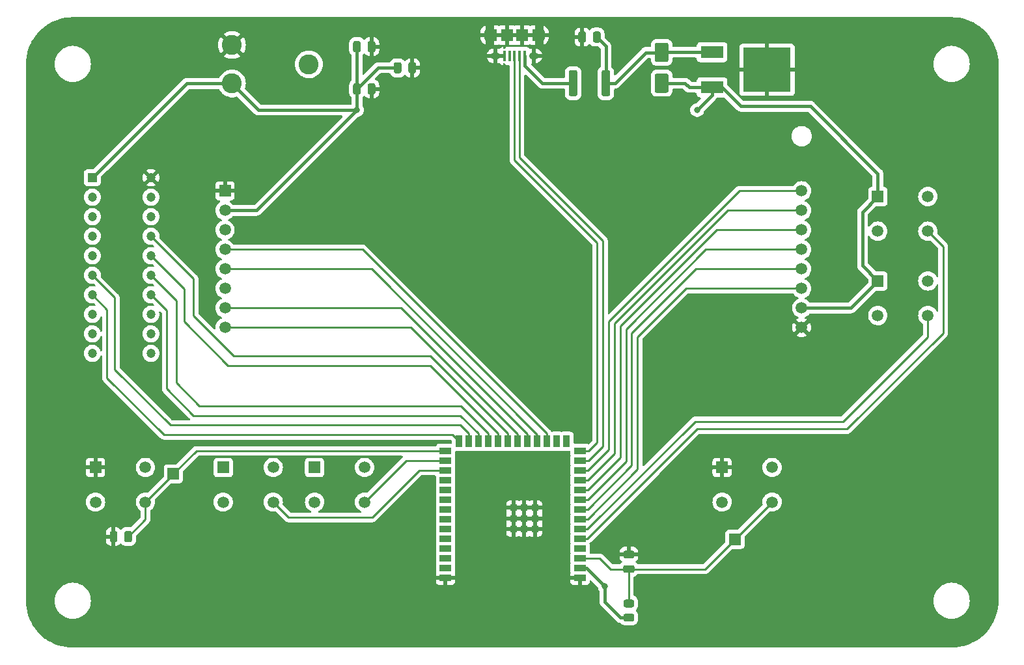
<source format=gbr>
%TF.GenerationSoftware,KiCad,Pcbnew,7.0.1-0*%
%TF.CreationDate,2023-04-17T19:08:21-07:00*%
%TF.ProjectId,msp-debugger,6d73702d-6465-4627-9567-6765722e6b69,rev?*%
%TF.SameCoordinates,Original*%
%TF.FileFunction,Copper,L1,Top*%
%TF.FilePolarity,Positive*%
%FSLAX46Y46*%
G04 Gerber Fmt 4.6, Leading zero omitted, Abs format (unit mm)*
G04 Created by KiCad (PCBNEW 7.0.1-0) date 2023-04-17 19:08:21*
%MOMM*%
%LPD*%
G01*
G04 APERTURE LIST*
%TA.AperFunction,ComponentPad*%
%ADD10R,1.508000X1.508000*%
%TD*%
%TA.AperFunction,ComponentPad*%
%ADD11C,1.508000*%
%TD*%
%TA.AperFunction,SMDPad,CuDef*%
%ADD12R,1.500000X1.500000*%
%TD*%
%TA.AperFunction,SMDPad,CuDef*%
%ADD13R,0.400000X1.350000*%
%TD*%
%TA.AperFunction,ComponentPad*%
%ADD14O,0.890000X1.550000*%
%TD*%
%TA.AperFunction,SMDPad,CuDef*%
%ADD15R,1.200000X1.550000*%
%TD*%
%TA.AperFunction,ComponentPad*%
%ADD16O,1.250000X0.950000*%
%TD*%
%TA.AperFunction,SMDPad,CuDef*%
%ADD17R,1.500000X1.550000*%
%TD*%
%TA.AperFunction,SMDPad,CuDef*%
%ADD18R,1.500000X0.900000*%
%TD*%
%TA.AperFunction,SMDPad,CuDef*%
%ADD19R,0.900000X1.500000*%
%TD*%
%TA.AperFunction,SMDPad,CuDef*%
%ADD20R,0.900000X0.900000*%
%TD*%
%TA.AperFunction,ComponentPad*%
%ADD21C,2.600000*%
%TD*%
%TA.AperFunction,SMDPad,CuDef*%
%ADD22R,3.000000X1.600000*%
%TD*%
%TA.AperFunction,SMDPad,CuDef*%
%ADD23R,6.200000X5.800000*%
%TD*%
%TA.AperFunction,ComponentPad*%
%ADD24R,1.500000X1.500000*%
%TD*%
%TA.AperFunction,ComponentPad*%
%ADD25C,1.500000*%
%TD*%
%TA.AperFunction,ComponentPad*%
%ADD26R,1.200000X1.200000*%
%TD*%
%TA.AperFunction,ComponentPad*%
%ADD27C,1.200000*%
%TD*%
%TA.AperFunction,ViaPad*%
%ADD28C,0.800000*%
%TD*%
%TA.AperFunction,ViaPad*%
%ADD29C,0.711200*%
%TD*%
%TA.AperFunction,Conductor*%
%ADD30C,0.400000*%
%TD*%
%TA.AperFunction,Conductor*%
%ADD31C,0.203200*%
%TD*%
%TA.AperFunction,Conductor*%
%ADD32C,0.250000*%
%TD*%
G04 APERTURE END LIST*
%TO.P,R1,1*%
%TO.N,+3.3V*%
%TA.AperFunction,SMDPad,CuDef*%
G36*
G01*
X155320000Y-136045000D02*
X154420000Y-136045000D01*
G75*
G02*
X154170000Y-135795000I0J250000D01*
G01*
X154170000Y-135270000D01*
G75*
G02*
X154420000Y-135020000I250000J0D01*
G01*
X155320000Y-135020000D01*
G75*
G02*
X155570000Y-135270000I0J-250000D01*
G01*
X155570000Y-135795000D01*
G75*
G02*
X155320000Y-136045000I-250000J0D01*
G01*
G37*
%TD.AperFunction*%
%TO.P,R1,2*%
%TO.N,/ESP EN*%
%TA.AperFunction,SMDPad,CuDef*%
G36*
G01*
X155320000Y-134220000D02*
X154420000Y-134220000D01*
G75*
G02*
X154170000Y-133970000I0J250000D01*
G01*
X154170000Y-133445000D01*
G75*
G02*
X154420000Y-133195000I250000J0D01*
G01*
X155320000Y-133195000D01*
G75*
G02*
X155570000Y-133445000I0J-250000D01*
G01*
X155570000Y-133970000D01*
G75*
G02*
X155320000Y-134220000I-250000J0D01*
G01*
G37*
%TD.AperFunction*%
%TD*%
D10*
%TO.P,UP1,1,1*%
%TO.N,+3.3V*%
X187250000Y-80750000D03*
D11*
%TO.P,UP1,2,2*%
%TO.N,unconnected-(UP1-Pad2)*%
X187250000Y-85250000D03*
%TO.P,UP1,3,K*%
%TO.N,unconnected-(UP1-K-Pad3)*%
X193750000Y-80750000D03*
%TO.P,UP1,4,A*%
%TO.N,/UP SW*%
X193750000Y-85250000D03*
%TD*%
D12*
%TO.P,TP1,1,1*%
%TO.N,/ESP EN*%
X168656000Y-125349000D03*
%TD*%
D10*
%TO.P,RETURN1,1,1*%
%TO.N,+3.3V*%
X114000000Y-116000000D03*
D11*
%TO.P,RETURN1,2,2*%
%TO.N,unconnected-(RETURN1-Pad2)*%
X114000000Y-120500000D03*
%TO.P,RETURN1,3,K*%
%TO.N,unconnected-(RETURN1-K-Pad3)*%
X120500000Y-116000000D03*
%TO.P,RETURN1,4,A*%
%TO.N,/RET SW*%
X120500000Y-120500000D03*
%TD*%
D10*
%TO.P,SET1,1,1*%
%TO.N,+3.3V*%
X102110000Y-116000000D03*
D11*
%TO.P,SET1,2,2*%
%TO.N,unconnected-(SET1-Pad2)*%
X102110000Y-120500000D03*
%TO.P,SET1,3,K*%
%TO.N,unconnected-(SET1-K-Pad3)*%
X108610000Y-116000000D03*
%TO.P,SET1,4,A*%
%TO.N,/SET SW*%
X108610000Y-120500000D03*
%TD*%
D13*
%TO.P,J1,1,VBUS*%
%TO.N,Net-(J1-VBUS)*%
X141300000Y-62450000D03*
%TO.P,J1,2,D-*%
%TO.N,/D-*%
X140650000Y-62450000D03*
%TO.P,J1,3,D+*%
%TO.N,/D+*%
X140000000Y-62450000D03*
%TO.P,J1,4,ID*%
%TO.N,unconnected-(J1-ID-Pad4)*%
X139350000Y-62450000D03*
%TO.P,J1,5,GND*%
%TO.N,GND*%
X138700000Y-62450000D03*
D14*
%TO.P,J1,6,Shield*%
X143500000Y-59750000D03*
D15*
X142900000Y-59750000D03*
D16*
X142500000Y-62450000D03*
D17*
X141000000Y-59750000D03*
X139000000Y-59750000D03*
D16*
X137500000Y-62450000D03*
D15*
X137100000Y-59750000D03*
D14*
X136500000Y-59750000D03*
%TD*%
%TO.P,C4,1*%
%TO.N,Net-(D1-K)*%
%TA.AperFunction,SMDPad,CuDef*%
G36*
G01*
X151200000Y-59525000D02*
X151200000Y-60475000D01*
G75*
G02*
X150950000Y-60725000I-250000J0D01*
G01*
X150450000Y-60725000D01*
G75*
G02*
X150200000Y-60475000I0J250000D01*
G01*
X150200000Y-59525000D01*
G75*
G02*
X150450000Y-59275000I250000J0D01*
G01*
X150950000Y-59275000D01*
G75*
G02*
X151200000Y-59525000I0J-250000D01*
G01*
G37*
%TD.AperFunction*%
%TO.P,C4,2*%
%TO.N,GND*%
%TA.AperFunction,SMDPad,CuDef*%
G36*
G01*
X149300000Y-59525000D02*
X149300000Y-60475000D01*
G75*
G02*
X149050000Y-60725000I-250000J0D01*
G01*
X148550000Y-60725000D01*
G75*
G02*
X148300000Y-60475000I0J250000D01*
G01*
X148300000Y-59525000D01*
G75*
G02*
X148550000Y-59275000I250000J0D01*
G01*
X149050000Y-59275000D01*
G75*
G02*
X149300000Y-59525000I0J-250000D01*
G01*
G37*
%TD.AperFunction*%
%TD*%
D18*
%TO.P,U1,1,GND*%
%TO.N,GND*%
X148520000Y-130360000D03*
%TO.P,U1,2,3V3*%
%TO.N,+3.3V*%
X148520000Y-129090000D03*
%TO.P,U1,3,EN*%
%TO.N,/ESP EN*%
X148520000Y-127820000D03*
%TO.P,U1,4,GPIO4/TOUCH4/ADC1_CH3*%
%TO.N,unconnected-(U1-GPIO4{slash}TOUCH4{slash}ADC1_CH3-Pad4)*%
X148520000Y-126550000D03*
%TO.P,U1,5,GPIO5/TOUCH5/ADC1_CH4*%
%TO.N,/UP SW*%
X148520000Y-125280000D03*
%TO.P,U1,6,GPIO6/TOUCH6/ADC1_CH5*%
%TO.N,/DOWN SW*%
X148520000Y-124010000D03*
%TO.P,U1,7,GPIO7/TOUCH7/ADC1_CH6*%
%TO.N,/DB7*%
X148520000Y-122740000D03*
%TO.P,U1,8,GPIO15/U0RTS/ADC2_CH4/XTAL_32K_P*%
%TO.N,/DB6*%
X148520000Y-121470000D03*
%TO.P,U1,9,GPIO16/U0CTS/ADC2_CH5/XTAL_32K_N*%
%TO.N,/DB5*%
X148520000Y-120200000D03*
%TO.P,U1,10,GPIO17/U1TXD/ADC2_CH6/DAC_1*%
%TO.N,/DB4*%
X148520000Y-118930000D03*
%TO.P,U1,11,GPIO18/U1RXD/ADC2_CH7/DAC_2/CLK_OUT3*%
%TO.N,/DB3*%
X148520000Y-117660000D03*
%TO.P,U1,12,GPIO8/TOUCH8/ADC1_CH7*%
%TO.N,/DB2*%
X148520000Y-116390000D03*
%TO.P,U1,13,GPIO19/U1RTS/ADC2_CH8/CLK_OUT2/USB_D-*%
%TO.N,/D-*%
X148520000Y-115120000D03*
%TO.P,U1,14,GPIO20/U1CTS/ADC2_CH9/CLK_OUT1/USB_D+*%
%TO.N,/D+*%
X148520000Y-113850000D03*
D19*
%TO.P,U1,15,GPIO3/TOUCH3/ADC1_CH2*%
%TO.N,unconnected-(U1-GPIO3{slash}TOUCH3{slash}ADC1_CH2-Pad15)*%
X146755000Y-112600000D03*
%TO.P,U1,16,GPIO46*%
%TO.N,unconnected-(U1-GPIO46-Pad16)*%
X145485000Y-112600000D03*
%TO.P,U1,17,GPIO9/TOUCH9/ADC1_CH8/FSPIHD*%
%TO.N,/LCD RS*%
X144215000Y-112600000D03*
%TO.P,U1,18,GPIO10/TOUCH10/ADC1_CH9/FSPICS0/FSPIIO4*%
%TO.N,/LCD R{slash}W*%
X142945000Y-112600000D03*
%TO.P,U1,19,GPIO11/TOUCH11/ADC2_CH0/FSPID/FSPIIO5*%
%TO.N,/DB0*%
X141675000Y-112600000D03*
%TO.P,U1,20,GPIO12/TOUCH12/ADC2_CH1/FSPICLK/FSPIIO6*%
%TO.N,/DB1*%
X140405000Y-112600000D03*
%TO.P,U1,21,GPIO13/TOUCH13/ADC2_CH2/FSPIQ/FSPIIO7*%
%TO.N,/TEST*%
X139135000Y-112600000D03*
%TO.P,U1,22,GPIO14/TOUCH14/ADC2_CH3/FSPIWP/FSPIDQS*%
%TO.N,/RST*%
X137865000Y-112600000D03*
%TO.P,U1,23,GPIO21*%
%TO.N,/TDO*%
X136595000Y-112600000D03*
%TO.P,U1,24,SPIIO4/GPIO33/FSPIHD*%
%TO.N,/TDI*%
X135325000Y-112600000D03*
%TO.P,U1,25,SPIIO5/GPIO34/FSPICS0*%
%TO.N,/TCK*%
X134055000Y-112600000D03*
%TO.P,U1,26,GPIO45*%
%TO.N,/TMS*%
X132785000Y-112600000D03*
D18*
%TO.P,U1,27,GPIO0*%
%TO.N,/ESP PROG SW*%
X131020000Y-113850000D03*
%TO.P,U1,28,SPIIO6/GPIO35/FSPID*%
%TO.N,/RET SW*%
X131020000Y-115120000D03*
%TO.P,U1,29,SPIIO7/GPIO36/FSPICLK*%
%TO.N,/SET SW*%
X131020000Y-116390000D03*
%TO.P,U1,30,SPIDQS/GPIO37/FSPIQ*%
%TO.N,unconnected-(U1-SPIDQS{slash}GPIO37{slash}FSPIQ-Pad30)*%
X131020000Y-117660000D03*
%TO.P,U1,31,GPIO38/FSPIWP*%
%TO.N,unconnected-(U1-GPIO38{slash}FSPIWP-Pad31)*%
X131020000Y-118930000D03*
%TO.P,U1,32,MTCK/GPIO39/CLK_OUT3*%
%TO.N,unconnected-(U1-MTCK{slash}GPIO39{slash}CLK_OUT3-Pad32)*%
X131020000Y-120200000D03*
%TO.P,U1,33,MTDO/GPIO40/CLK_OUT2*%
%TO.N,unconnected-(U1-MTDO{slash}GPIO40{slash}CLK_OUT2-Pad33)*%
X131020000Y-121470000D03*
%TO.P,U1,34,MTDI/GPIO41/CLK_OUT1*%
%TO.N,unconnected-(U1-MTDI{slash}GPIO41{slash}CLK_OUT1-Pad34)*%
X131020000Y-122740000D03*
%TO.P,U1,35,MTMS/GPIO42*%
%TO.N,unconnected-(U1-MTMS{slash}GPIO42-Pad35)*%
X131020000Y-124010000D03*
%TO.P,U1,36,U0RXD/GPIO44/CLK_OUT2*%
%TO.N,unconnected-(U1-U0RXD{slash}GPIO44{slash}CLK_OUT2-Pad36)*%
X131020000Y-125280000D03*
%TO.P,U1,37,U0TXD/GPIO43/CLK_OUT1*%
%TO.N,unconnected-(U1-U0TXD{slash}GPIO43{slash}CLK_OUT1-Pad37)*%
X131020000Y-126550000D03*
%TO.P,U1,38,GPIO2/TOUCH2/ADC1_CH1*%
%TO.N,unconnected-(U1-GPIO2{slash}TOUCH2{slash}ADC1_CH1-Pad38)*%
X131020000Y-127820000D03*
%TO.P,U1,39,GPIO1/TOUCH1/ADC1_CH0*%
%TO.N,unconnected-(U1-GPIO1{slash}TOUCH1{slash}ADC1_CH0-Pad39)*%
X131020000Y-129090000D03*
%TO.P,U1,40,GND*%
%TO.N,GND*%
X131020000Y-130360000D03*
D20*
%TO.P,U1,41,GND*%
X142670000Y-124040000D03*
X142670000Y-122640000D03*
X142670000Y-121240000D03*
X141270000Y-124040000D03*
X141270000Y-122640000D03*
X141270000Y-121240000D03*
X139870000Y-124040000D03*
X139870000Y-122640000D03*
X139870000Y-121240000D03*
%TD*%
%TO.P,C5,1*%
%TO.N,/ESP EN*%
%TA.AperFunction,SMDPad,CuDef*%
G36*
G01*
X155345000Y-129720000D02*
X154395000Y-129720000D01*
G75*
G02*
X154145000Y-129470000I0J250000D01*
G01*
X154145000Y-128970000D01*
G75*
G02*
X154395000Y-128720000I250000J0D01*
G01*
X155345000Y-128720000D01*
G75*
G02*
X155595000Y-128970000I0J-250000D01*
G01*
X155595000Y-129470000D01*
G75*
G02*
X155345000Y-129720000I-250000J0D01*
G01*
G37*
%TD.AperFunction*%
%TO.P,C5,2*%
%TO.N,GND*%
%TA.AperFunction,SMDPad,CuDef*%
G36*
G01*
X155345000Y-127820000D02*
X154395000Y-127820000D01*
G75*
G02*
X154145000Y-127570000I0J250000D01*
G01*
X154145000Y-127070000D01*
G75*
G02*
X154395000Y-126820000I250000J0D01*
G01*
X155345000Y-126820000D01*
G75*
G02*
X155595000Y-127070000I0J-250000D01*
G01*
X155595000Y-127570000D01*
G75*
G02*
X155345000Y-127820000I-250000J0D01*
G01*
G37*
%TD.AperFunction*%
%TD*%
%TO.P,C2,1*%
%TO.N,+3.3V*%
%TA.AperFunction,SMDPad,CuDef*%
G36*
G01*
X119000000Y-67225000D02*
X119000000Y-66275000D01*
G75*
G02*
X119250000Y-66025000I250000J0D01*
G01*
X119750000Y-66025000D01*
G75*
G02*
X120000000Y-66275000I0J-250000D01*
G01*
X120000000Y-67225000D01*
G75*
G02*
X119750000Y-67475000I-250000J0D01*
G01*
X119250000Y-67475000D01*
G75*
G02*
X119000000Y-67225000I0J250000D01*
G01*
G37*
%TD.AperFunction*%
%TO.P,C2,2*%
%TO.N,GND*%
%TA.AperFunction,SMDPad,CuDef*%
G36*
G01*
X120900000Y-67225000D02*
X120900000Y-66275000D01*
G75*
G02*
X121150000Y-66025000I250000J0D01*
G01*
X121650000Y-66025000D01*
G75*
G02*
X121900000Y-66275000I0J-250000D01*
G01*
X121900000Y-67225000D01*
G75*
G02*
X121650000Y-67475000I-250000J0D01*
G01*
X121150000Y-67475000D01*
G75*
G02*
X120900000Y-67225000I0J250000D01*
G01*
G37*
%TD.AperFunction*%
%TD*%
D12*
%TO.P,TP2,1,1*%
%TO.N,/ESP PROG SW*%
X95631000Y-116840000D03*
%TD*%
D10*
%TO.P,ESP_PROGRAM1,1,1*%
%TO.N,GND*%
X85500000Y-116000000D03*
D11*
%TO.P,ESP_PROGRAM1,2,2*%
%TO.N,unconnected-(ESP_PROGRAM1-Pad2)*%
X85500000Y-120500000D03*
%TO.P,ESP_PROGRAM1,3,K*%
%TO.N,unconnected-(ESP_PROGRAM1-K-Pad3)*%
X92000000Y-116000000D03*
%TO.P,ESP_PROGRAM1,4,A*%
%TO.N,/ESP PROG SW*%
X92000000Y-120500000D03*
%TD*%
D21*
%TO.P,RV1,1,1*%
%TO.N,GND*%
X103250000Y-61040000D03*
%TO.P,RV1,2,2*%
%TO.N,Net-(U2-VO)*%
X113250000Y-63540000D03*
%TO.P,RV1,3,3*%
%TO.N,+3.3V*%
X103250000Y-66040000D03*
%TD*%
%TO.P,C1,1*%
%TO.N,+3.3V*%
%TA.AperFunction,SMDPad,CuDef*%
G36*
G01*
X119000000Y-61725000D02*
X119000000Y-60775000D01*
G75*
G02*
X119250000Y-60525000I250000J0D01*
G01*
X119750000Y-60525000D01*
G75*
G02*
X120000000Y-60775000I0J-250000D01*
G01*
X120000000Y-61725000D01*
G75*
G02*
X119750000Y-61975000I-250000J0D01*
G01*
X119250000Y-61975000D01*
G75*
G02*
X119000000Y-61725000I0J250000D01*
G01*
G37*
%TD.AperFunction*%
%TO.P,C1,2*%
%TO.N,GND*%
%TA.AperFunction,SMDPad,CuDef*%
G36*
G01*
X120900000Y-61725000D02*
X120900000Y-60775000D01*
G75*
G02*
X121150000Y-60525000I250000J0D01*
G01*
X121650000Y-60525000D01*
G75*
G02*
X121900000Y-60775000I0J-250000D01*
G01*
X121900000Y-61725000D01*
G75*
G02*
X121650000Y-61975000I-250000J0D01*
G01*
X121150000Y-61975000D01*
G75*
G02*
X120900000Y-61725000I0J250000D01*
G01*
G37*
%TD.AperFunction*%
%TD*%
%TO.P,C3,1*%
%TO.N,+3.3V*%
%TA.AperFunction,SMDPad,CuDef*%
G36*
G01*
X124300000Y-64475000D02*
X124300000Y-63525000D01*
G75*
G02*
X124550000Y-63275000I250000J0D01*
G01*
X125050000Y-63275000D01*
G75*
G02*
X125300000Y-63525000I0J-250000D01*
G01*
X125300000Y-64475000D01*
G75*
G02*
X125050000Y-64725000I-250000J0D01*
G01*
X124550000Y-64725000D01*
G75*
G02*
X124300000Y-64475000I0J250000D01*
G01*
G37*
%TD.AperFunction*%
%TO.P,C3,2*%
%TO.N,GND*%
%TA.AperFunction,SMDPad,CuDef*%
G36*
G01*
X126200000Y-64475000D02*
X126200000Y-63525000D01*
G75*
G02*
X126450000Y-63275000I250000J0D01*
G01*
X126950000Y-63275000D01*
G75*
G02*
X127200000Y-63525000I0J-250000D01*
G01*
X127200000Y-64475000D01*
G75*
G02*
X126950000Y-64725000I-250000J0D01*
G01*
X126450000Y-64725000D01*
G75*
G02*
X126200000Y-64475000I0J250000D01*
G01*
G37*
%TD.AperFunction*%
%TD*%
%TO.P,D1,1,K*%
%TO.N,Net-(D1-K)*%
%TA.AperFunction,SMDPad,CuDef*%
G36*
G01*
X158481000Y-60750000D02*
X159781000Y-60750000D01*
G75*
G02*
X160031000Y-61000000I0J-250000D01*
G01*
X160031000Y-63000000D01*
G75*
G02*
X159781000Y-63250000I-250000J0D01*
G01*
X158481000Y-63250000D01*
G75*
G02*
X158231000Y-63000000I0J250000D01*
G01*
X158231000Y-61000000D01*
G75*
G02*
X158481000Y-60750000I250000J0D01*
G01*
G37*
%TD.AperFunction*%
%TO.P,D1,2,A*%
%TO.N,+3.3V*%
%TA.AperFunction,SMDPad,CuDef*%
G36*
G01*
X158481000Y-64750000D02*
X159781000Y-64750000D01*
G75*
G02*
X160031000Y-65000000I0J-250000D01*
G01*
X160031000Y-67000000D01*
G75*
G02*
X159781000Y-67250000I-250000J0D01*
G01*
X158481000Y-67250000D01*
G75*
G02*
X158231000Y-67000000I0J250000D01*
G01*
X158231000Y-65000000D01*
G75*
G02*
X158481000Y-64750000I250000J0D01*
G01*
G37*
%TD.AperFunction*%
%TD*%
D22*
%TO.P,U3,1,Vcc*%
%TO.N,Net-(D1-K)*%
X165670000Y-61965000D03*
%TO.P,U3,3,OUT*%
%TO.N,+3.3V*%
X165670000Y-66535000D03*
D23*
%TO.P,U3,4,GND*%
%TO.N,GND*%
X172840000Y-64250000D03*
%TD*%
D24*
%TO.P,U2,1,VSS*%
%TO.N,GND*%
X102342500Y-80010000D03*
D25*
%TO.P,U2,2,VDD*%
%TO.N,+3.3V*%
X102342500Y-82550000D03*
%TO.P,U2,3,VO*%
%TO.N,Net-(U2-VO)*%
X102342500Y-85090000D03*
%TO.P,U2,4,RS*%
%TO.N,/LCD RS*%
X102342500Y-87630000D03*
%TO.P,U2,5,R/W*%
%TO.N,/LCD R{slash}W*%
X102342500Y-90170000D03*
%TO.P,U2,6,E*%
%TO.N,+3.3V*%
X102342500Y-92710000D03*
%TO.P,U2,7,DB0*%
%TO.N,/DB0*%
X102342500Y-95250000D03*
%TO.P,U2,8,DB1*%
%TO.N,/DB1*%
X102342500Y-97790000D03*
%TO.P,U2,9,DB2*%
%TO.N,/DB2*%
X177342500Y-80010000D03*
%TO.P,U2,10,DB3*%
%TO.N,/DB3*%
X177342500Y-82550000D03*
%TO.P,U2,11,DB4*%
%TO.N,/DB4*%
X177342500Y-85090000D03*
%TO.P,U2,12,DB5*%
%TO.N,/DB5*%
X177342500Y-87630000D03*
%TO.P,U2,13,DB6*%
%TO.N,/DB6*%
X177342500Y-90170000D03*
%TO.P,U2,14,DB7*%
%TO.N,/DB7*%
X177342500Y-92710000D03*
%TO.P,U2,15,A*%
%TO.N,+3.3V*%
X177342500Y-95250000D03*
%TO.P,U2,16,K*%
%TO.N,GND*%
X177342500Y-97790000D03*
%TD*%
D26*
%TO.P,J2,1,Pin_1*%
%TO.N,+3.3V*%
X85090000Y-78290000D03*
D27*
%TO.P,J2,2,Pin_2*%
%TO.N,unconnected-(J2-Pin_2-Pad2)*%
X85090000Y-80830000D03*
%TO.P,J2,3,Pin_3*%
%TO.N,unconnected-(J2-Pin_3-Pad3)*%
X85090000Y-83370000D03*
%TO.P,J2,4,Pin_4*%
%TO.N,unconnected-(J2-Pin_4-Pad4)*%
X85090000Y-85910000D03*
%TO.P,J2,5,Pin_5*%
%TO.N,unconnected-(J2-Pin_5-Pad5)*%
X85090000Y-88450000D03*
%TO.P,J2,6,Pin_6*%
%TO.N,/TCK*%
X85090000Y-90990000D03*
%TO.P,J2,7,Pin_7*%
%TO.N,/TMS*%
X85090000Y-93530000D03*
%TO.P,J2,8,Pin_8*%
%TO.N,unconnected-(J2-Pin_8-Pad8)*%
X85090000Y-96070000D03*
%TO.P,J2,9,Pin_9*%
%TO.N,unconnected-(J2-Pin_9-Pad9)*%
X85090000Y-98610000D03*
%TO.P,J2,10,Pin_10*%
%TO.N,unconnected-(J2-Pin_10-Pad10)*%
X85090000Y-101150000D03*
%TO.P,J2,11,Pin_11*%
%TO.N,unconnected-(J2-Pin_11-Pad11)*%
X92710000Y-101150000D03*
%TO.P,J2,12,Pin_12*%
%TO.N,unconnected-(J2-Pin_12-Pad12)*%
X92710000Y-98610000D03*
%TO.P,J2,13,Pin_13*%
%TO.N,unconnected-(J2-Pin_13-Pad13)*%
X92710000Y-96070000D03*
%TO.P,J2,14,Pin_14*%
%TO.N,/TDI*%
X92710000Y-93530000D03*
%TO.P,J2,15,Pin_15*%
%TO.N,/TDO*%
X92710000Y-90990000D03*
%TO.P,J2,16,Pin_16*%
%TO.N,/RST*%
X92710000Y-88450000D03*
%TO.P,J2,17,Pin_17*%
%TO.N,/TEST*%
X92710000Y-85910000D03*
%TO.P,J2,18,Pin_18*%
%TO.N,unconnected-(J2-Pin_18-Pad18)*%
X92710000Y-83370000D03*
%TO.P,J2,19,Pin_19*%
%TO.N,unconnected-(J2-Pin_19-Pad19)*%
X92710000Y-80830000D03*
%TO.P,J2,20,Pin_20*%
%TO.N,GND*%
X92710000Y-78290000D03*
%TD*%
%TO.P,C6,1*%
%TO.N,/ESP PROG SW*%
%TA.AperFunction,SMDPad,CuDef*%
G36*
G01*
X90250000Y-124525000D02*
X90250000Y-125475000D01*
G75*
G02*
X90000000Y-125725000I-250000J0D01*
G01*
X89500000Y-125725000D01*
G75*
G02*
X89250000Y-125475000I0J250000D01*
G01*
X89250000Y-124525000D01*
G75*
G02*
X89500000Y-124275000I250000J0D01*
G01*
X90000000Y-124275000D01*
G75*
G02*
X90250000Y-124525000I0J-250000D01*
G01*
G37*
%TD.AperFunction*%
%TO.P,C6,2*%
%TO.N,GND*%
%TA.AperFunction,SMDPad,CuDef*%
G36*
G01*
X88350000Y-124525000D02*
X88350000Y-125475000D01*
G75*
G02*
X88100000Y-125725000I-250000J0D01*
G01*
X87600000Y-125725000D01*
G75*
G02*
X87350000Y-125475000I0J250000D01*
G01*
X87350000Y-124525000D01*
G75*
G02*
X87600000Y-124275000I250000J0D01*
G01*
X88100000Y-124275000D01*
G75*
G02*
X88350000Y-124525000I0J-250000D01*
G01*
G37*
%TD.AperFunction*%
%TD*%
D10*
%TO.P,ESP_ENABLE1,1,1*%
%TO.N,GND*%
X167000000Y-116000000D03*
D11*
%TO.P,ESP_ENABLE1,2,2*%
%TO.N,unconnected-(ESP_ENABLE1-Pad2)*%
X167000000Y-120500000D03*
%TO.P,ESP_ENABLE1,3,K*%
%TO.N,unconnected-(ESP_ENABLE1-K-Pad3)*%
X173500000Y-116000000D03*
%TO.P,ESP_ENABLE1,4,A*%
%TO.N,/ESP EN*%
X173500000Y-120500000D03*
%TD*%
%TO.P,F1,1*%
%TO.N,Net-(J1-VBUS)*%
%TA.AperFunction,SMDPad,CuDef*%
G36*
G01*
X147050000Y-67450000D02*
X147050000Y-64550000D01*
G75*
G02*
X147300000Y-64300000I250000J0D01*
G01*
X147925000Y-64300000D01*
G75*
G02*
X148175000Y-64550000I0J-250000D01*
G01*
X148175000Y-67450000D01*
G75*
G02*
X147925000Y-67700000I-250000J0D01*
G01*
X147300000Y-67700000D01*
G75*
G02*
X147050000Y-67450000I0J250000D01*
G01*
G37*
%TD.AperFunction*%
%TO.P,F1,2*%
%TO.N,Net-(D1-K)*%
%TA.AperFunction,SMDPad,CuDef*%
G36*
G01*
X151325000Y-67450000D02*
X151325000Y-64550000D01*
G75*
G02*
X151575000Y-64300000I250000J0D01*
G01*
X152200000Y-64300000D01*
G75*
G02*
X152450000Y-64550000I0J-250000D01*
G01*
X152450000Y-67450000D01*
G75*
G02*
X152200000Y-67700000I-250000J0D01*
G01*
X151575000Y-67700000D01*
G75*
G02*
X151325000Y-67450000I0J250000D01*
G01*
G37*
%TD.AperFunction*%
%TD*%
D10*
%TO.P,DOWN1,1,1*%
%TO.N,+3.3V*%
X187250000Y-91730000D03*
D11*
%TO.P,DOWN1,2,2*%
%TO.N,unconnected-(DOWN1-Pad2)*%
X187250000Y-96230000D03*
%TO.P,DOWN1,3,K*%
%TO.N,unconnected-(DOWN1-K-Pad3)*%
X193750000Y-91730000D03*
%TO.P,DOWN1,4,A*%
%TO.N,/DOWN SW*%
X193750000Y-96230000D03*
%TD*%
D28*
%TO.N,+3.3V*%
X163750000Y-69500000D03*
X151750000Y-131500000D03*
X119500000Y-69500000D03*
D29*
%TO.N,GND*%
X167640000Y-132080000D03*
X127000000Y-81280000D03*
X127000000Y-60960000D03*
X157480000Y-81280000D03*
X187960000Y-71120000D03*
X121920000Y-132080000D03*
X157480000Y-71120000D03*
X147320000Y-71120000D03*
X198120000Y-91440000D03*
X198120000Y-71120000D03*
X198120000Y-81280000D03*
X157480000Y-132080000D03*
X81280000Y-71120000D03*
X116840000Y-60960000D03*
X106680000Y-71120000D03*
X198120000Y-101600000D03*
X127000000Y-71120000D03*
X177800000Y-60960000D03*
X187960000Y-132080000D03*
X81280000Y-81280000D03*
X81280000Y-101600000D03*
X198120000Y-121920000D03*
X142240000Y-132080000D03*
X198120000Y-111760000D03*
X167640000Y-101600000D03*
X81280000Y-111760000D03*
X91440000Y-60960000D03*
X96520000Y-71120000D03*
X91440000Y-132080000D03*
X187960000Y-111760000D03*
X147320000Y-101600000D03*
X101600000Y-132080000D03*
X147320000Y-91440000D03*
X111760000Y-132080000D03*
X177800000Y-121920000D03*
X81280000Y-121920000D03*
X137160000Y-81280000D03*
X187960000Y-121920000D03*
X157480000Y-121920000D03*
X177800000Y-132080000D03*
X137160000Y-91440000D03*
X116840000Y-81280000D03*
X177800000Y-101600000D03*
X81280000Y-91440000D03*
X137160000Y-71120000D03*
X187960000Y-60960000D03*
X187960000Y-101600000D03*
%TD*%
D30*
%TO.N,+3.3V*%
X97340000Y-66040000D02*
X85090000Y-78290000D01*
X151750000Y-131500000D02*
X149340000Y-129090000D01*
X119500000Y-69500000D02*
X119500000Y-61780000D01*
X119500000Y-69500000D02*
X106450000Y-82550000D01*
X165670000Y-67580000D02*
X163750000Y-69500000D01*
X165670000Y-66535000D02*
X162714000Y-66535000D01*
X187250000Y-80750000D02*
X185250000Y-82750000D01*
X165670000Y-66535000D02*
X166992000Y-66535000D01*
X119500000Y-66750000D02*
X122250000Y-64000000D01*
X178500000Y-69000000D02*
X187250000Y-77750000D01*
X177342500Y-95250000D02*
X183730000Y-95250000D01*
X162714000Y-66535000D02*
X162179000Y-66000000D01*
X151750000Y-133500000D02*
X151750000Y-131500000D01*
X154870000Y-135532500D02*
X153782500Y-135532500D01*
X187250000Y-77750000D02*
X187250000Y-80750000D01*
X106710000Y-69500000D02*
X103250000Y-66040000D01*
X103250000Y-66040000D02*
X97340000Y-66040000D01*
X183730000Y-95250000D02*
X187250000Y-91730000D01*
X165670000Y-66535000D02*
X165670000Y-67580000D01*
X185250000Y-89730000D02*
X187250000Y-91730000D01*
X162179000Y-66000000D02*
X159131000Y-66000000D01*
X185250000Y-82750000D02*
X185250000Y-89730000D01*
X149340000Y-129090000D02*
X148520000Y-129090000D01*
X106450000Y-82550000D02*
X102342500Y-82550000D01*
X153782500Y-135532500D02*
X151750000Y-133500000D01*
X166992000Y-66535000D02*
X169457000Y-69000000D01*
X169457000Y-69000000D02*
X178500000Y-69000000D01*
X119500000Y-69500000D02*
X106710000Y-69500000D01*
X122250000Y-64000000D02*
X124800000Y-64000000D01*
D31*
%TO.N,GND*%
X138700000Y-62450000D02*
X137500000Y-62450000D01*
D32*
%TO.N,/ESP EN*%
X152500000Y-129250000D02*
X154840000Y-129250000D01*
X168656000Y-125344000D02*
X173500000Y-120500000D01*
X148520000Y-127820000D02*
X151070000Y-127820000D01*
X151070000Y-127820000D02*
X152500000Y-129250000D01*
X154870000Y-129220000D02*
X154870000Y-133707500D01*
X154840000Y-129250000D02*
X154870000Y-129220000D01*
X168656000Y-125349000D02*
X164785000Y-129220000D01*
D30*
X168656000Y-125349000D02*
X168656000Y-125344000D01*
D32*
X154870000Y-129220000D02*
X164780000Y-129220000D01*
%TO.N,/ESP PROG SW*%
X95631000Y-116840000D02*
X98621000Y-113850000D01*
X89750000Y-125000000D02*
X92000000Y-122750000D01*
X98621000Y-113850000D02*
X131020000Y-113850000D01*
X95631000Y-116869000D02*
X95631000Y-116840000D01*
X92000000Y-122750000D02*
X92000000Y-120500000D01*
X92000000Y-120500000D02*
X95631000Y-116869000D01*
D30*
%TO.N,Net-(J1-VBUS)*%
X143581250Y-66000000D02*
X141300000Y-63718750D01*
X147612500Y-66000000D02*
X143581250Y-66000000D01*
X141300000Y-63718750D02*
X141300000Y-62450000D01*
D32*
%TO.N,/D-*%
X140650000Y-75650000D02*
X151500000Y-86500000D01*
X151500000Y-113250000D02*
X149630000Y-115120000D01*
X140650000Y-62450000D02*
X140650000Y-75650000D01*
X148520000Y-115120000D02*
X149630000Y-115120000D01*
X151500000Y-86500000D02*
X151500000Y-113250000D01*
%TO.N,/D+*%
X150750000Y-86750000D02*
X150750000Y-112750000D01*
X140000000Y-62450000D02*
X140000000Y-76000000D01*
X140000000Y-76000000D02*
X150750000Y-86750000D01*
X148520000Y-113850000D02*
X149650000Y-113850000D01*
X150750000Y-112750000D02*
X149650000Y-113850000D01*
%TO.N,/TCK*%
X132955000Y-110500000D02*
X95250000Y-110500000D01*
X134055000Y-112600000D02*
X134055000Y-111600000D01*
X134055000Y-111600000D02*
X132955000Y-110500000D01*
X88000000Y-103250000D02*
X88000000Y-93900000D01*
X95250000Y-110500000D02*
X88000000Y-103250000D01*
X88000000Y-93900000D02*
X85090000Y-90990000D01*
%TO.N,/TMS*%
X87000000Y-95440000D02*
X85090000Y-93530000D01*
X132785000Y-112600000D02*
X131935000Y-111750000D01*
X87000000Y-104336753D02*
X87000000Y-95440000D01*
X131935000Y-111750000D02*
X94413247Y-111750000D01*
X94413247Y-111750000D02*
X87000000Y-104336753D01*
%TO.N,/TDI*%
X94750000Y-95570000D02*
X92710000Y-93530000D01*
X98250000Y-109250000D02*
X94750000Y-105750000D01*
X132975000Y-109250000D02*
X98250000Y-109250000D01*
X94750000Y-105750000D02*
X94750000Y-95570000D01*
X135325000Y-111600000D02*
X132975000Y-109250000D01*
X135325000Y-112600000D02*
X135325000Y-111600000D01*
%TO.N,/TDO*%
X136595000Y-112600000D02*
X136595000Y-111600000D01*
X132995000Y-108000000D02*
X99000000Y-108000000D01*
X96000000Y-105000000D02*
X96000000Y-94280000D01*
X96000000Y-94280000D02*
X92710000Y-90990000D01*
X99000000Y-108000000D02*
X96000000Y-105000000D01*
X136595000Y-111600000D02*
X132995000Y-108000000D01*
%TO.N,/RST*%
X137865000Y-112600000D02*
X137865000Y-111600000D01*
X97000000Y-92750000D02*
X92710000Y-88460000D01*
X97000000Y-97000000D02*
X97000000Y-92750000D01*
X129015000Y-102750000D02*
X102750000Y-102750000D01*
X137865000Y-111600000D02*
X129015000Y-102750000D01*
X102750000Y-102750000D02*
X97000000Y-97000000D01*
X92710000Y-88460000D02*
X92710000Y-88450000D01*
%TO.N,/TEST*%
X98250000Y-91450000D02*
X92710000Y-85910000D01*
X103500000Y-101500000D02*
X98250000Y-96250000D01*
X98250000Y-96250000D02*
X98250000Y-91450000D01*
X139135000Y-111600000D02*
X129035000Y-101500000D01*
X139135000Y-112600000D02*
X139135000Y-111600000D01*
X129035000Y-101500000D02*
X103500000Y-101500000D01*
%TO.N,/RET SW*%
X120500000Y-120500000D02*
X125880000Y-115120000D01*
X125880000Y-115120000D02*
X131020000Y-115120000D01*
%TO.N,/SET SW*%
X127610000Y-116390000D02*
X131020000Y-116390000D01*
X121500000Y-122500000D02*
X127610000Y-116390000D01*
X108610000Y-120500000D02*
X110610000Y-122500000D01*
X110610000Y-122500000D02*
X121500000Y-122500000D01*
%TO.N,/UP SW*%
X163750000Y-111000000D02*
X149470000Y-125280000D01*
X195750000Y-87250000D02*
X195750000Y-98500000D01*
X195750000Y-98500000D02*
X183250000Y-111000000D01*
X193750000Y-85250000D02*
X195750000Y-87250000D01*
X183250000Y-111000000D02*
X163750000Y-111000000D01*
X149470000Y-125280000D02*
X148520000Y-125280000D01*
%TO.N,/DOWN SW*%
X193750000Y-96230000D02*
X193750000Y-99000000D01*
X149490000Y-124010000D02*
X148520000Y-124010000D01*
X193750000Y-99000000D02*
X182750000Y-110000000D01*
X163500000Y-110000000D02*
X149490000Y-124010000D01*
X182750000Y-110000000D02*
X163500000Y-110000000D01*
%TO.N,/DB1*%
X140405000Y-112600000D02*
X140405000Y-111655000D01*
X140405000Y-111655000D02*
X126540000Y-97790000D01*
X126540000Y-97790000D02*
X102342500Y-97790000D01*
%TO.N,/DB2*%
X149520000Y-116390000D02*
X152250000Y-113660000D01*
X169240000Y-80010000D02*
X177342500Y-80010000D01*
X148520000Y-116390000D02*
X149520000Y-116390000D01*
X152250000Y-97000000D02*
X169240000Y-80010000D01*
X152250000Y-113660000D02*
X152250000Y-97000000D01*
%TO.N,/DB3*%
X153000000Y-114180000D02*
X153000000Y-97250000D01*
X148520000Y-117660000D02*
X149520000Y-117660000D01*
X149520000Y-117660000D02*
X153000000Y-114180000D01*
X167700000Y-82550000D02*
X177342500Y-82550000D01*
X153000000Y-97250000D02*
X167700000Y-82550000D01*
%TO.N,/DB4*%
X149520000Y-118930000D02*
X153750000Y-114700000D01*
X153750000Y-114700000D02*
X153750000Y-97625000D01*
X148520000Y-118930000D02*
X149520000Y-118930000D01*
X153750000Y-97625000D02*
X166285000Y-85090000D01*
X166285000Y-85090000D02*
X177342500Y-85090000D01*
%TO.N,/DB5*%
X149520000Y-120200000D02*
X154500000Y-115220000D01*
X148520000Y-120200000D02*
X149520000Y-120200000D01*
X154500000Y-98000000D02*
X164870000Y-87630000D01*
X154500000Y-115220000D02*
X154500000Y-98000000D01*
X164870000Y-87630000D02*
X177342500Y-87630000D01*
%TO.N,/DB0*%
X125250000Y-95250000D02*
X102342500Y-95250000D01*
X141675000Y-111675000D02*
X141675000Y-112600000D01*
X141675000Y-111675000D02*
X125250000Y-95250000D01*
%TO.N,/DB6*%
X149520000Y-121470000D02*
X155250000Y-115740000D01*
X155250000Y-98500000D02*
X163580000Y-90170000D01*
X155250000Y-115740000D02*
X155250000Y-98500000D01*
X148520000Y-121470000D02*
X149520000Y-121470000D01*
X163580000Y-90170000D02*
X177342500Y-90170000D01*
%TO.N,/DB7*%
X148520000Y-122740000D02*
X149520000Y-122740000D01*
X162290000Y-92710000D02*
X177342500Y-92710000D01*
X149520000Y-122740000D02*
X156000000Y-116260000D01*
X156000000Y-116260000D02*
X156000000Y-99000000D01*
X156000000Y-99000000D02*
X162290000Y-92710000D01*
%TO.N,/LCD RS*%
X144215000Y-111600000D02*
X120245000Y-87630000D01*
X144215000Y-112600000D02*
X144215000Y-111600000D01*
X120245000Y-87630000D02*
X102342500Y-87630000D01*
%TO.N,/LCD R{slash}W*%
X142945000Y-111695000D02*
X121420000Y-90170000D01*
X142945000Y-112600000D02*
X142945000Y-111695000D01*
X121420000Y-90170000D02*
X102342500Y-90170000D01*
D30*
%TO.N,Net-(D1-K)*%
X151887500Y-61187500D02*
X150700000Y-60000000D01*
X151887500Y-66000000D02*
X153075000Y-66000000D01*
X165670000Y-61965000D02*
X159166000Y-61965000D01*
X153075000Y-66000000D02*
X157075000Y-62000000D01*
X159166000Y-61965000D02*
X159131000Y-62000000D01*
X151887500Y-66000000D02*
X151887500Y-61187500D01*
X157075000Y-62000000D02*
X159131000Y-62000000D01*
%TD*%
%TA.AperFunction,Conductor*%
%TO.N,GND*%
G36*
X196852443Y-57404596D02*
G01*
X197323395Y-57423099D01*
X197333069Y-57423860D01*
X197798713Y-57478974D01*
X197808318Y-57480495D01*
X198268190Y-57571969D01*
X198277650Y-57574240D01*
X198728922Y-57701512D01*
X198738175Y-57704518D01*
X199178076Y-57866805D01*
X199187065Y-57870528D01*
X199612884Y-58066835D01*
X199621548Y-58071250D01*
X200030643Y-58300355D01*
X200038945Y-58305442D01*
X200428794Y-58565930D01*
X200436668Y-58571651D01*
X200555761Y-58665536D01*
X200804880Y-58861925D01*
X200812284Y-58868248D01*
X201156591Y-59186524D01*
X201163475Y-59193408D01*
X201481751Y-59537715D01*
X201488074Y-59545119D01*
X201778346Y-59913328D01*
X201784069Y-59921205D01*
X202044557Y-60311054D01*
X202049644Y-60319356D01*
X202278749Y-60728451D01*
X202283170Y-60737126D01*
X202479469Y-61162931D01*
X202483195Y-61171927D01*
X202645480Y-61611821D01*
X202648488Y-61621080D01*
X202775758Y-62072345D01*
X202778031Y-62081813D01*
X202869503Y-62541676D01*
X202871026Y-62551292D01*
X202926137Y-63016914D01*
X202926901Y-63026621D01*
X202945404Y-63497557D01*
X202945500Y-63502425D01*
X202945500Y-133347575D01*
X202945404Y-133352443D01*
X202926901Y-133823378D01*
X202926137Y-133833085D01*
X202871026Y-134298707D01*
X202869503Y-134308323D01*
X202778031Y-134768186D01*
X202775758Y-134777654D01*
X202648488Y-135228919D01*
X202645480Y-135238178D01*
X202483195Y-135678072D01*
X202479469Y-135687068D01*
X202283170Y-136112873D01*
X202278749Y-136121548D01*
X202049644Y-136530643D01*
X202044557Y-136538945D01*
X201784069Y-136928794D01*
X201778346Y-136936671D01*
X201488074Y-137304880D01*
X201481751Y-137312284D01*
X201163475Y-137656591D01*
X201156591Y-137663475D01*
X200812284Y-137981751D01*
X200804880Y-137988074D01*
X200436671Y-138278346D01*
X200428794Y-138284069D01*
X200038945Y-138544557D01*
X200030643Y-138549644D01*
X199621548Y-138778749D01*
X199612873Y-138783170D01*
X199187068Y-138979469D01*
X199178072Y-138983195D01*
X198738178Y-139145480D01*
X198728919Y-139148488D01*
X198277654Y-139275758D01*
X198268186Y-139278031D01*
X197808323Y-139369503D01*
X197798707Y-139371026D01*
X197333085Y-139426137D01*
X197323378Y-139426901D01*
X196852443Y-139445404D01*
X196847575Y-139445500D01*
X82552425Y-139445500D01*
X82547557Y-139445404D01*
X82076621Y-139426901D01*
X82066914Y-139426137D01*
X81601292Y-139371026D01*
X81591676Y-139369503D01*
X81131813Y-139278031D01*
X81122345Y-139275758D01*
X80671080Y-139148488D01*
X80661821Y-139145480D01*
X80221927Y-138983195D01*
X80212931Y-138979469D01*
X79787126Y-138783170D01*
X79778451Y-138778749D01*
X79369356Y-138549644D01*
X79361054Y-138544557D01*
X78971205Y-138284069D01*
X78963328Y-138278346D01*
X78595119Y-137988074D01*
X78587715Y-137981751D01*
X78243408Y-137663475D01*
X78236524Y-137656591D01*
X77918248Y-137312284D01*
X77911925Y-137304880D01*
X77621653Y-136936671D01*
X77615930Y-136928794D01*
X77355442Y-136538945D01*
X77350355Y-136530643D01*
X77121250Y-136121548D01*
X77116835Y-136112884D01*
X76920528Y-135687065D01*
X76916804Y-135678072D01*
X76899049Y-135629946D01*
X76754518Y-135238175D01*
X76751511Y-135228919D01*
X76749881Y-135223141D01*
X76624240Y-134777650D01*
X76621968Y-134768186D01*
X76603887Y-134677288D01*
X76530495Y-134308318D01*
X76528973Y-134298707D01*
X76524568Y-134261488D01*
X76473860Y-133833069D01*
X76473099Y-133823395D01*
X76454596Y-133352443D01*
X76454548Y-133350000D01*
X80190448Y-133350000D01*
X80210634Y-133657983D01*
X80211424Y-133661954D01*
X80211425Y-133661962D01*
X80270053Y-133956704D01*
X80270055Y-133956714D01*
X80270848Y-133960697D01*
X80272155Y-133964547D01*
X80272156Y-133964551D01*
X80292044Y-134023140D01*
X80370058Y-134252961D01*
X80371850Y-134256595D01*
X80371853Y-134256602D01*
X80464150Y-134443761D01*
X80506568Y-134529776D01*
X80508819Y-134533145D01*
X80508822Y-134533150D01*
X80650200Y-134744736D01*
X80678042Y-134786404D01*
X80680717Y-134789454D01*
X80680723Y-134789462D01*
X80828107Y-134957521D01*
X80881545Y-135018455D01*
X80884593Y-135021128D01*
X81110537Y-135219276D01*
X81110543Y-135219280D01*
X81113596Y-135221958D01*
X81370224Y-135393432D01*
X81647039Y-135529942D01*
X81939303Y-135629152D01*
X82242017Y-135689366D01*
X82550000Y-135709552D01*
X82857983Y-135689366D01*
X83160697Y-135629152D01*
X83452961Y-135529942D01*
X83729776Y-135393432D01*
X83986404Y-135221958D01*
X84218455Y-135018455D01*
X84421958Y-134786404D01*
X84593432Y-134529776D01*
X84729942Y-134252961D01*
X84829152Y-133960697D01*
X84889366Y-133657983D01*
X84909552Y-133350000D01*
X84889366Y-133042017D01*
X84829152Y-132739303D01*
X84729942Y-132447039D01*
X84593432Y-132170224D01*
X84421958Y-131913596D01*
X84419280Y-131910543D01*
X84419276Y-131910537D01*
X84221128Y-131684593D01*
X84218455Y-131681545D01*
X84206743Y-131671274D01*
X83989462Y-131480723D01*
X83989454Y-131480717D01*
X83986404Y-131478042D01*
X83983022Y-131475782D01*
X83733150Y-131308822D01*
X83733145Y-131308819D01*
X83729776Y-131306568D01*
X83726140Y-131304775D01*
X83726135Y-131304772D01*
X83456602Y-131171853D01*
X83456595Y-131171850D01*
X83452961Y-131170058D01*
X83317951Y-131124228D01*
X83164551Y-131072156D01*
X83164547Y-131072155D01*
X83160697Y-131070848D01*
X83156714Y-131070055D01*
X83156704Y-131070053D01*
X82861962Y-131011425D01*
X82861954Y-131011424D01*
X82857983Y-131010634D01*
X82550000Y-130990448D01*
X82545957Y-130990713D01*
X82246059Y-131010369D01*
X82246057Y-131010369D01*
X82242017Y-131010634D01*
X82238047Y-131011423D01*
X82238037Y-131011425D01*
X81943295Y-131070053D01*
X81943281Y-131070056D01*
X81939303Y-131070848D01*
X81935456Y-131072153D01*
X81935448Y-131072156D01*
X81650886Y-131168752D01*
X81647039Y-131170058D01*
X81643410Y-131171847D01*
X81643397Y-131171853D01*
X81373864Y-131304772D01*
X81373852Y-131304778D01*
X81370224Y-131306568D01*
X81366861Y-131308814D01*
X81366849Y-131308822D01*
X81116977Y-131475782D01*
X81116968Y-131475788D01*
X81113596Y-131478042D01*
X81110552Y-131480711D01*
X81110537Y-131480723D01*
X80884593Y-131678871D01*
X80884585Y-131678878D01*
X80881545Y-131681545D01*
X80878878Y-131684585D01*
X80878871Y-131684593D01*
X80680723Y-131910537D01*
X80680711Y-131910552D01*
X80678042Y-131913596D01*
X80675788Y-131916968D01*
X80675782Y-131916977D01*
X80508822Y-132166849D01*
X80508814Y-132166861D01*
X80506568Y-132170224D01*
X80504778Y-132173852D01*
X80504772Y-132173864D01*
X80371853Y-132443397D01*
X80371847Y-132443410D01*
X80370058Y-132447039D01*
X80368752Y-132450884D01*
X80368752Y-132450886D01*
X80272156Y-132735448D01*
X80272153Y-132735456D01*
X80270848Y-132739303D01*
X80270056Y-132743281D01*
X80270053Y-132743295D01*
X80211425Y-133038037D01*
X80211423Y-133038047D01*
X80210634Y-133042017D01*
X80190448Y-133350000D01*
X76454548Y-133350000D01*
X76454500Y-133347575D01*
X76454500Y-130854518D01*
X129770000Y-130854518D01*
X129770353Y-130861114D01*
X129775573Y-130909667D01*
X129779111Y-130924641D01*
X129823547Y-131043777D01*
X129831962Y-131059189D01*
X129907498Y-131160092D01*
X129919907Y-131172501D01*
X130020810Y-131248037D01*
X130036222Y-131256452D01*
X130155358Y-131300888D01*
X130170332Y-131304426D01*
X130218885Y-131309646D01*
X130225482Y-131310000D01*
X130753674Y-131310000D01*
X130766549Y-131306549D01*
X130770000Y-131293674D01*
X131270000Y-131293674D01*
X131273450Y-131306549D01*
X131286326Y-131310000D01*
X131814518Y-131310000D01*
X131821114Y-131309646D01*
X131869667Y-131304426D01*
X131884641Y-131300888D01*
X132003777Y-131256452D01*
X132019189Y-131248037D01*
X132120092Y-131172501D01*
X132132501Y-131160092D01*
X132208037Y-131059189D01*
X132216452Y-131043777D01*
X132260888Y-130924641D01*
X132264426Y-130909667D01*
X132269646Y-130861114D01*
X132270000Y-130854518D01*
X147270000Y-130854518D01*
X147270353Y-130861114D01*
X147275573Y-130909667D01*
X147279111Y-130924641D01*
X147323547Y-131043777D01*
X147331962Y-131059189D01*
X147407498Y-131160092D01*
X147419907Y-131172501D01*
X147520810Y-131248037D01*
X147536222Y-131256452D01*
X147655358Y-131300888D01*
X147670332Y-131304426D01*
X147718885Y-131309646D01*
X147725482Y-131310000D01*
X148253674Y-131310000D01*
X148266549Y-131306549D01*
X148270000Y-131293674D01*
X148270000Y-130626326D01*
X148266549Y-130613450D01*
X148253674Y-130610000D01*
X147286326Y-130610000D01*
X147273450Y-130613450D01*
X147270000Y-130626326D01*
X147270000Y-130854518D01*
X132270000Y-130854518D01*
X132270000Y-130626326D01*
X132266549Y-130613450D01*
X132253674Y-130610000D01*
X131286326Y-130610000D01*
X131273450Y-130613450D01*
X131270000Y-130626326D01*
X131270000Y-131293674D01*
X130770000Y-131293674D01*
X130770000Y-130626326D01*
X130766549Y-130613450D01*
X130753674Y-130610000D01*
X129786326Y-130610000D01*
X129773450Y-130613450D01*
X129770000Y-130626326D01*
X129770000Y-130854518D01*
X76454500Y-130854518D01*
X76454500Y-125521829D01*
X86850001Y-125521829D01*
X86850321Y-125528111D01*
X86859805Y-125620959D01*
X86862623Y-125634122D01*
X86913370Y-125787267D01*
X86919432Y-125800266D01*
X87003890Y-125937194D01*
X87012794Y-125948455D01*
X87126544Y-126062205D01*
X87137805Y-126071109D01*
X87274733Y-126155567D01*
X87287732Y-126161629D01*
X87440874Y-126212375D01*
X87454041Y-126215194D01*
X87546890Y-126224680D01*
X87553168Y-126225000D01*
X87583674Y-126225000D01*
X87596549Y-126221549D01*
X87600000Y-126208674D01*
X87600000Y-125266326D01*
X87596549Y-125253450D01*
X87583674Y-125250000D01*
X86866327Y-125250000D01*
X86853451Y-125253450D01*
X86850001Y-125266326D01*
X86850001Y-125521829D01*
X76454500Y-125521829D01*
X76454500Y-124733674D01*
X86850000Y-124733674D01*
X86853450Y-124746549D01*
X86866326Y-124750000D01*
X87583674Y-124750000D01*
X87596549Y-124746549D01*
X87600000Y-124733674D01*
X87600000Y-123791327D01*
X87596549Y-123778451D01*
X87583674Y-123775001D01*
X87553171Y-123775001D01*
X87546888Y-123775321D01*
X87454040Y-123784805D01*
X87440877Y-123787623D01*
X87287732Y-123838370D01*
X87274733Y-123844432D01*
X87137805Y-123928890D01*
X87126544Y-123937794D01*
X87012794Y-124051544D01*
X87003890Y-124062805D01*
X86919432Y-124199733D01*
X86913370Y-124212732D01*
X86862624Y-124365874D01*
X86859805Y-124379041D01*
X86850319Y-124471890D01*
X86850000Y-124478168D01*
X86850000Y-124733674D01*
X76454500Y-124733674D01*
X76454500Y-120500000D01*
X84240708Y-120500000D01*
X84241180Y-120505395D01*
X84259366Y-120713275D01*
X84259367Y-120713282D01*
X84259839Y-120718674D01*
X84261238Y-120723895D01*
X84261240Y-120723906D01*
X84315253Y-120925481D01*
X84315255Y-120925488D01*
X84316653Y-120930703D01*
X84318937Y-120935603D01*
X84318939Y-120935606D01*
X84337513Y-120975439D01*
X84409421Y-121129646D01*
X84412521Y-121134074D01*
X84412525Y-121134080D01*
X84515091Y-121280559D01*
X84535326Y-121309457D01*
X84690543Y-121464674D01*
X84744397Y-121502383D01*
X84865919Y-121587474D01*
X84865922Y-121587475D01*
X84870354Y-121590579D01*
X85069297Y-121683347D01*
X85074517Y-121684745D01*
X85074518Y-121684746D01*
X85276093Y-121738759D01*
X85276095Y-121738759D01*
X85281326Y-121740161D01*
X85500000Y-121759292D01*
X85718674Y-121740161D01*
X85930703Y-121683347D01*
X86129646Y-121590579D01*
X86309457Y-121464674D01*
X86464674Y-121309457D01*
X86590579Y-121129646D01*
X86683347Y-120930703D01*
X86740161Y-120718674D01*
X86759292Y-120500000D01*
X86740161Y-120281326D01*
X86729760Y-120242511D01*
X86684746Y-120074518D01*
X86684745Y-120074517D01*
X86683347Y-120069297D01*
X86590579Y-119870354D01*
X86464674Y-119690543D01*
X86309457Y-119535326D01*
X86230111Y-119479767D01*
X86134080Y-119412525D01*
X86134074Y-119412521D01*
X86129646Y-119409421D01*
X86124741Y-119407133D01*
X86124738Y-119407132D01*
X85935606Y-119318939D01*
X85935603Y-119318937D01*
X85930703Y-119316653D01*
X85925488Y-119315255D01*
X85925481Y-119315253D01*
X85723906Y-119261240D01*
X85723895Y-119261238D01*
X85718674Y-119259839D01*
X85713282Y-119259367D01*
X85713275Y-119259366D01*
X85505395Y-119241180D01*
X85500000Y-119240708D01*
X85494605Y-119241180D01*
X85286724Y-119259366D01*
X85286715Y-119259367D01*
X85281326Y-119259839D01*
X85276106Y-119261237D01*
X85276093Y-119261240D01*
X85074518Y-119315253D01*
X85074507Y-119315256D01*
X85069297Y-119316653D01*
X85064400Y-119318936D01*
X85064393Y-119318939D01*
X84875261Y-119407132D01*
X84875253Y-119407136D01*
X84870354Y-119409421D01*
X84865930Y-119412518D01*
X84865919Y-119412525D01*
X84694978Y-119532220D01*
X84694973Y-119532223D01*
X84690543Y-119535326D01*
X84686719Y-119539149D01*
X84686713Y-119539155D01*
X84539155Y-119686713D01*
X84539149Y-119686719D01*
X84535326Y-119690543D01*
X84532223Y-119694973D01*
X84532220Y-119694978D01*
X84412525Y-119865919D01*
X84412518Y-119865930D01*
X84409421Y-119870354D01*
X84407136Y-119875253D01*
X84407132Y-119875261D01*
X84318939Y-120064393D01*
X84318936Y-120064400D01*
X84316653Y-120069297D01*
X84315256Y-120074507D01*
X84315253Y-120074518D01*
X84261240Y-120276093D01*
X84261237Y-120276106D01*
X84259839Y-120281326D01*
X84259367Y-120286715D01*
X84259366Y-120286724D01*
X84253659Y-120351962D01*
X84240708Y-120500000D01*
X76454500Y-120500000D01*
X76454500Y-116798518D01*
X84246000Y-116798518D01*
X84246353Y-116805114D01*
X84251573Y-116853667D01*
X84255111Y-116868641D01*
X84299547Y-116987777D01*
X84307962Y-117003189D01*
X84383498Y-117104092D01*
X84395907Y-117116501D01*
X84496810Y-117192037D01*
X84512222Y-117200452D01*
X84631358Y-117244888D01*
X84646332Y-117248426D01*
X84694885Y-117253646D01*
X84701482Y-117254000D01*
X85233674Y-117254000D01*
X85246549Y-117250549D01*
X85250000Y-117237674D01*
X85750000Y-117237674D01*
X85753450Y-117250549D01*
X85766326Y-117254000D01*
X86298518Y-117254000D01*
X86305114Y-117253646D01*
X86353667Y-117248426D01*
X86368641Y-117244888D01*
X86487777Y-117200452D01*
X86503189Y-117192037D01*
X86604092Y-117116501D01*
X86616501Y-117104092D01*
X86692037Y-117003189D01*
X86700452Y-116987777D01*
X86744888Y-116868641D01*
X86748426Y-116853667D01*
X86753646Y-116805114D01*
X86754000Y-116798518D01*
X86754000Y-116266326D01*
X86750549Y-116253450D01*
X86737674Y-116250000D01*
X85766326Y-116250000D01*
X85753450Y-116253450D01*
X85750000Y-116266326D01*
X85750000Y-117237674D01*
X85250000Y-117237674D01*
X85250000Y-116266326D01*
X85246549Y-116253450D01*
X85233674Y-116250000D01*
X84262326Y-116250000D01*
X84249450Y-116253450D01*
X84246000Y-116266326D01*
X84246000Y-116798518D01*
X76454500Y-116798518D01*
X76454500Y-116000000D01*
X90740708Y-116000000D01*
X90741180Y-116005395D01*
X90759366Y-116213275D01*
X90759367Y-116213282D01*
X90759839Y-116218674D01*
X90761238Y-116223895D01*
X90761240Y-116223906D01*
X90815253Y-116425481D01*
X90815255Y-116425488D01*
X90816653Y-116430703D01*
X90818937Y-116435603D01*
X90818939Y-116435606D01*
X90836884Y-116474090D01*
X90909421Y-116629646D01*
X90912521Y-116634074D01*
X90912525Y-116634080D01*
X91015091Y-116780559D01*
X91035326Y-116809457D01*
X91190543Y-116964674D01*
X91235754Y-116996331D01*
X91365919Y-117087474D01*
X91365922Y-117087475D01*
X91370354Y-117090579D01*
X91569297Y-117183347D01*
X91574517Y-117184745D01*
X91574518Y-117184746D01*
X91776093Y-117238759D01*
X91776095Y-117238759D01*
X91781326Y-117240161D01*
X92000000Y-117259292D01*
X92218674Y-117240161D01*
X92430703Y-117183347D01*
X92629646Y-117090579D01*
X92809457Y-116964674D01*
X92964674Y-116809457D01*
X93090579Y-116629646D01*
X93183347Y-116430703D01*
X93240161Y-116218674D01*
X93259292Y-116000000D01*
X93240161Y-115781326D01*
X93235983Y-115765735D01*
X93184746Y-115574518D01*
X93184745Y-115574517D01*
X93183347Y-115569297D01*
X93090579Y-115370354D01*
X92964674Y-115190543D01*
X92809457Y-115035326D01*
X92764246Y-115003669D01*
X92634080Y-114912525D01*
X92634074Y-114912521D01*
X92629646Y-114909421D01*
X92624741Y-114907133D01*
X92624738Y-114907132D01*
X92435606Y-114818939D01*
X92435603Y-114818937D01*
X92430703Y-114816653D01*
X92425488Y-114815255D01*
X92425481Y-114815253D01*
X92223906Y-114761240D01*
X92223895Y-114761238D01*
X92218674Y-114759839D01*
X92213282Y-114759367D01*
X92213275Y-114759366D01*
X92005395Y-114741180D01*
X92000000Y-114740708D01*
X91994605Y-114741180D01*
X91786724Y-114759366D01*
X91786715Y-114759367D01*
X91781326Y-114759839D01*
X91776106Y-114761237D01*
X91776093Y-114761240D01*
X91574518Y-114815253D01*
X91574507Y-114815256D01*
X91569297Y-114816653D01*
X91564400Y-114818936D01*
X91564393Y-114818939D01*
X91375261Y-114907132D01*
X91375253Y-114907136D01*
X91370354Y-114909421D01*
X91365930Y-114912518D01*
X91365919Y-114912525D01*
X91194978Y-115032220D01*
X91194973Y-115032223D01*
X91190543Y-115035326D01*
X91186719Y-115039149D01*
X91186713Y-115039155D01*
X91039155Y-115186713D01*
X91039149Y-115186719D01*
X91035326Y-115190543D01*
X91032223Y-115194973D01*
X91032220Y-115194978D01*
X90912525Y-115365919D01*
X90912518Y-115365930D01*
X90909421Y-115370354D01*
X90907136Y-115375253D01*
X90907132Y-115375261D01*
X90818939Y-115564393D01*
X90818936Y-115564400D01*
X90816653Y-115569297D01*
X90815256Y-115574507D01*
X90815253Y-115574518D01*
X90761240Y-115776093D01*
X90761237Y-115776106D01*
X90759839Y-115781326D01*
X90759367Y-115786715D01*
X90759366Y-115786724D01*
X90741591Y-115989910D01*
X90740708Y-116000000D01*
X76454500Y-116000000D01*
X76454500Y-115733674D01*
X84246000Y-115733674D01*
X84249450Y-115746549D01*
X84262326Y-115750000D01*
X85233674Y-115750000D01*
X85246549Y-115746549D01*
X85250000Y-115733674D01*
X85750000Y-115733674D01*
X85753450Y-115746549D01*
X85766326Y-115750000D01*
X86737674Y-115750000D01*
X86750549Y-115746549D01*
X86754000Y-115733674D01*
X86754000Y-115201482D01*
X86753646Y-115194885D01*
X86748426Y-115146332D01*
X86744888Y-115131358D01*
X86700452Y-115012222D01*
X86692037Y-114996810D01*
X86616501Y-114895907D01*
X86604092Y-114883498D01*
X86503189Y-114807962D01*
X86487777Y-114799547D01*
X86368641Y-114755111D01*
X86353667Y-114751573D01*
X86305114Y-114746353D01*
X86298518Y-114746000D01*
X85766326Y-114746000D01*
X85753450Y-114749450D01*
X85750000Y-114762326D01*
X85750000Y-115733674D01*
X85250000Y-115733674D01*
X85250000Y-114762326D01*
X85246549Y-114749450D01*
X85233674Y-114746000D01*
X84701482Y-114746000D01*
X84694885Y-114746353D01*
X84646332Y-114751573D01*
X84631358Y-114755111D01*
X84512222Y-114799547D01*
X84496810Y-114807962D01*
X84395907Y-114883498D01*
X84383498Y-114895907D01*
X84307962Y-114996810D01*
X84299547Y-115012222D01*
X84255111Y-115131358D01*
X84251573Y-115146332D01*
X84246353Y-115194885D01*
X84246000Y-115201482D01*
X84246000Y-115733674D01*
X76454500Y-115733674D01*
X76454500Y-101150000D01*
X83984785Y-101150000D01*
X84003603Y-101353083D01*
X84005171Y-101358594D01*
X84005173Y-101358604D01*
X84057847Y-101543731D01*
X84057849Y-101543737D01*
X84059418Y-101549250D01*
X84150327Y-101731821D01*
X84153779Y-101736392D01*
X84269778Y-101890001D01*
X84269783Y-101890006D01*
X84273236Y-101894579D01*
X84277472Y-101898440D01*
X84277476Y-101898445D01*
X84362729Y-101976163D01*
X84423959Y-102031981D01*
X84597363Y-102139348D01*
X84787544Y-102213024D01*
X84988024Y-102250500D01*
X85186247Y-102250500D01*
X85191976Y-102250500D01*
X85392456Y-102213024D01*
X85582637Y-102139348D01*
X85756041Y-102031981D01*
X85906764Y-101894579D01*
X86029673Y-101731821D01*
X86120582Y-101549250D01*
X86131233Y-101511813D01*
X86160161Y-101460808D01*
X86209288Y-101428797D01*
X86267632Y-101422937D01*
X86322144Y-101444540D01*
X86360636Y-101488774D01*
X86374500Y-101545748D01*
X86374500Y-104258978D01*
X86373978Y-104270033D01*
X86372327Y-104277420D01*
X86372571Y-104285206D01*
X86372571Y-104285214D01*
X86374439Y-104344626D01*
X86374500Y-104348521D01*
X86374500Y-104376103D01*
X86374988Y-104379972D01*
X86374989Y-104379978D01*
X86375004Y-104380096D01*
X86375918Y-104391719D01*
X86377045Y-104427583D01*
X86377046Y-104427590D01*
X86377291Y-104435380D01*
X86379467Y-104442872D01*
X86379468Y-104442874D01*
X86382879Y-104454615D01*
X86386825Y-104473668D01*
X86389336Y-104493545D01*
X86392206Y-104500795D01*
X86392208Y-104500801D01*
X86405414Y-104534157D01*
X86409197Y-104545204D01*
X86421382Y-104587143D01*
X86425353Y-104593858D01*
X86425354Y-104593860D01*
X86431581Y-104604390D01*
X86440136Y-104621852D01*
X86444642Y-104633233D01*
X86444643Y-104633236D01*
X86447514Y-104640485D01*
X86463760Y-104662846D01*
X86473181Y-104675813D01*
X86479593Y-104685575D01*
X86497856Y-104716455D01*
X86497859Y-104716460D01*
X86501830Y-104723173D01*
X86507345Y-104728688D01*
X86515990Y-104737333D01*
X86528626Y-104752127D01*
X86535819Y-104762028D01*
X86535823Y-104762032D01*
X86540406Y-104768340D01*
X86546415Y-104773311D01*
X86546416Y-104773312D01*
X86574058Y-104796179D01*
X86582699Y-104804042D01*
X93915954Y-112137298D01*
X93923406Y-112145487D01*
X93927461Y-112151877D01*
X93976470Y-112197900D01*
X93979266Y-112200610D01*
X93998776Y-112220120D01*
X94001956Y-112222587D01*
X94010818Y-112230155D01*
X94024267Y-112242785D01*
X94036979Y-112254723D01*
X94036981Y-112254724D01*
X94042665Y-112260062D01*
X94049498Y-112263818D01*
X94049499Y-112263819D01*
X94060220Y-112269713D01*
X94076481Y-112280394D01*
X94092311Y-112292673D01*
X94132402Y-112310021D01*
X94142882Y-112315155D01*
X94181155Y-112336197D01*
X94200563Y-112341180D01*
X94218966Y-112347481D01*
X94230191Y-112352339D01*
X94230193Y-112352339D01*
X94237351Y-112355437D01*
X94280505Y-112362271D01*
X94291891Y-112364629D01*
X94334228Y-112375500D01*
X94354264Y-112375500D01*
X94373662Y-112377027D01*
X94385733Y-112378939D01*
X94385734Y-112378939D01*
X94393443Y-112380160D01*
X94431523Y-112376560D01*
X94436923Y-112376050D01*
X94448592Y-112375500D01*
X131624548Y-112375500D01*
X131672001Y-112384939D01*
X131712229Y-112411819D01*
X131798181Y-112497771D01*
X131825061Y-112537999D01*
X131834500Y-112585452D01*
X131834500Y-112775500D01*
X131817887Y-112837500D01*
X131772500Y-112882887D01*
X131710500Y-112899500D01*
X130225439Y-112899500D01*
X130225420Y-112899500D01*
X130222128Y-112899501D01*
X130218850Y-112899853D01*
X130218838Y-112899854D01*
X130170231Y-112905079D01*
X130170225Y-112905080D01*
X130162517Y-112905909D01*
X130155252Y-112908618D01*
X130155246Y-112908620D01*
X130035980Y-112953104D01*
X130035978Y-112953104D01*
X130027669Y-112956204D01*
X130020572Y-112961516D01*
X130020568Y-112961519D01*
X129919550Y-113037141D01*
X129919546Y-113037144D01*
X129912454Y-113042454D01*
X129907144Y-113049546D01*
X129907141Y-113049550D01*
X129831519Y-113150568D01*
X129831516Y-113150572D01*
X129826204Y-113157669D01*
X129824702Y-113161696D01*
X129780851Y-113207141D01*
X129717577Y-113224500D01*
X98698775Y-113224500D01*
X98687719Y-113223978D01*
X98680333Y-113222327D01*
X98672545Y-113222571D01*
X98672538Y-113222571D01*
X98613113Y-113224439D01*
X98609219Y-113224500D01*
X98581650Y-113224500D01*
X98577794Y-113224986D01*
X98577791Y-113224987D01*
X98577735Y-113224994D01*
X98577662Y-113225003D01*
X98566044Y-113225917D01*
X98530165Y-113227045D01*
X98530164Y-113227045D01*
X98522373Y-113227290D01*
X98514888Y-113229464D01*
X98514884Y-113229465D01*
X98503125Y-113232881D01*
X98484087Y-113236823D01*
X98471949Y-113238357D01*
X98471941Y-113238358D01*
X98464208Y-113239336D01*
X98456960Y-113242205D01*
X98456954Y-113242207D01*
X98423597Y-113255413D01*
X98412554Y-113259194D01*
X98378100Y-113269205D01*
X98378094Y-113269207D01*
X98370610Y-113271382D01*
X98363898Y-113275351D01*
X98363896Y-113275352D01*
X98353364Y-113281580D01*
X98335904Y-113290134D01*
X98324519Y-113294642D01*
X98324513Y-113294644D01*
X98317268Y-113297514D01*
X98310963Y-113302094D01*
X98310955Y-113302099D01*
X98281932Y-113323185D01*
X98272174Y-113329595D01*
X98241296Y-113347857D01*
X98241290Y-113347861D01*
X98234580Y-113351830D01*
X98229067Y-113357341D01*
X98229060Y-113357348D01*
X98220410Y-113365998D01*
X98205627Y-113378624D01*
X98195726Y-113385817D01*
X98195716Y-113385826D01*
X98189413Y-113390406D01*
X98184444Y-113396411D01*
X98184441Y-113396415D01*
X98161572Y-113424059D01*
X98153711Y-113432697D01*
X96033227Y-115553181D01*
X95992999Y-115580061D01*
X95945546Y-115589500D01*
X94836439Y-115589500D01*
X94836420Y-115589500D01*
X94833128Y-115589501D01*
X94829850Y-115589853D01*
X94829838Y-115589854D01*
X94781231Y-115595079D01*
X94781225Y-115595080D01*
X94773517Y-115595909D01*
X94766252Y-115598618D01*
X94766246Y-115598620D01*
X94646980Y-115643104D01*
X94646978Y-115643104D01*
X94638669Y-115646204D01*
X94631572Y-115651516D01*
X94631568Y-115651519D01*
X94530550Y-115727141D01*
X94530546Y-115727144D01*
X94523454Y-115732454D01*
X94518144Y-115739546D01*
X94518141Y-115739550D01*
X94442519Y-115840568D01*
X94442516Y-115840572D01*
X94437204Y-115847669D01*
X94434104Y-115855978D01*
X94434104Y-115855980D01*
X94389620Y-115975247D01*
X94389619Y-115975250D01*
X94386909Y-115982517D01*
X94386079Y-115990227D01*
X94386079Y-115990232D01*
X94380855Y-116038819D01*
X94380854Y-116038831D01*
X94380500Y-116042127D01*
X94380500Y-116045449D01*
X94380500Y-117183546D01*
X94371061Y-117230999D01*
X94344181Y-117271227D01*
X92377262Y-119238145D01*
X92321675Y-119270239D01*
X92257488Y-119270239D01*
X92223899Y-119261239D01*
X92223898Y-119261238D01*
X92218674Y-119259839D01*
X92213287Y-119259367D01*
X92213283Y-119259367D01*
X92005395Y-119241180D01*
X92000000Y-119240708D01*
X91994605Y-119241180D01*
X91786724Y-119259366D01*
X91786715Y-119259367D01*
X91781326Y-119259839D01*
X91776106Y-119261237D01*
X91776093Y-119261240D01*
X91574518Y-119315253D01*
X91574507Y-119315256D01*
X91569297Y-119316653D01*
X91564400Y-119318936D01*
X91564393Y-119318939D01*
X91375261Y-119407132D01*
X91375253Y-119407136D01*
X91370354Y-119409421D01*
X91365930Y-119412518D01*
X91365919Y-119412525D01*
X91194978Y-119532220D01*
X91194973Y-119532223D01*
X91190543Y-119535326D01*
X91186719Y-119539149D01*
X91186713Y-119539155D01*
X91039155Y-119686713D01*
X91039149Y-119686719D01*
X91035326Y-119690543D01*
X91032223Y-119694973D01*
X91032220Y-119694978D01*
X90912525Y-119865919D01*
X90912518Y-119865930D01*
X90909421Y-119870354D01*
X90907136Y-119875253D01*
X90907132Y-119875261D01*
X90818939Y-120064393D01*
X90818936Y-120064400D01*
X90816653Y-120069297D01*
X90815256Y-120074507D01*
X90815253Y-120074518D01*
X90761240Y-120276093D01*
X90761237Y-120276106D01*
X90759839Y-120281326D01*
X90759367Y-120286715D01*
X90759366Y-120286724D01*
X90753659Y-120351962D01*
X90740708Y-120500000D01*
X90741180Y-120505395D01*
X90759366Y-120713275D01*
X90759367Y-120713282D01*
X90759839Y-120718674D01*
X90761238Y-120723895D01*
X90761240Y-120723906D01*
X90815253Y-120925481D01*
X90815255Y-120925488D01*
X90816653Y-120930703D01*
X90818937Y-120935603D01*
X90818939Y-120935606D01*
X90837513Y-120975439D01*
X90909421Y-121129646D01*
X90912521Y-121134074D01*
X90912525Y-121134080D01*
X91015091Y-121280559D01*
X91035326Y-121309457D01*
X91190543Y-121464674D01*
X91321623Y-121556457D01*
X91360489Y-121600775D01*
X91374500Y-121658032D01*
X91374500Y-122439547D01*
X91365061Y-122487000D01*
X91338181Y-122527228D01*
X90127227Y-123738181D01*
X90086999Y-123765061D01*
X90039546Y-123774500D01*
X89453141Y-123774500D01*
X89453121Y-123774500D01*
X89449992Y-123774501D01*
X89446860Y-123774820D01*
X89446858Y-123774821D01*
X89353938Y-123784312D01*
X89353928Y-123784313D01*
X89347203Y-123785001D01*
X89340781Y-123787128D01*
X89340776Y-123787130D01*
X89187521Y-123837914D01*
X89187517Y-123837915D01*
X89180666Y-123840186D01*
X89174522Y-123843975D01*
X89174519Y-123843977D01*
X89037488Y-123928497D01*
X89037480Y-123928503D01*
X89031344Y-123932288D01*
X89026242Y-123937389D01*
X89026238Y-123937393D01*
X88912393Y-124051238D01*
X88912389Y-124051242D01*
X88907288Y-124056344D01*
X88903499Y-124062486D01*
X88899016Y-124068157D01*
X88897566Y-124067010D01*
X88860122Y-124102845D01*
X88799689Y-124118559D01*
X88739262Y-124102829D01*
X88702117Y-124067263D01*
X88700590Y-124068471D01*
X88687205Y-124051544D01*
X88573455Y-123937794D01*
X88562194Y-123928890D01*
X88425266Y-123844432D01*
X88412267Y-123838370D01*
X88259125Y-123787624D01*
X88245958Y-123784805D01*
X88153109Y-123775319D01*
X88146832Y-123775000D01*
X88116326Y-123775000D01*
X88103450Y-123778450D01*
X88100000Y-123791326D01*
X88100000Y-126208673D01*
X88103450Y-126221548D01*
X88116326Y-126224999D01*
X88146829Y-126224999D01*
X88153111Y-126224678D01*
X88245959Y-126215194D01*
X88259122Y-126212376D01*
X88412267Y-126161629D01*
X88425266Y-126155567D01*
X88562194Y-126071109D01*
X88573455Y-126062205D01*
X88687205Y-125948455D01*
X88700590Y-125931529D01*
X88702119Y-125932738D01*
X88739253Y-125897174D01*
X88799689Y-125881440D01*
X88860129Y-125897157D01*
X88897564Y-125932990D01*
X88899016Y-125931843D01*
X88903498Y-125937511D01*
X88907288Y-125943656D01*
X89031344Y-126067712D01*
X89037485Y-126071500D01*
X89037488Y-126071502D01*
X89094558Y-126106702D01*
X89180666Y-126159814D01*
X89347203Y-126214999D01*
X89449991Y-126225500D01*
X90050008Y-126225499D01*
X90152797Y-126214999D01*
X90319334Y-126159814D01*
X90468656Y-126067712D01*
X90592712Y-125943656D01*
X90684814Y-125794334D01*
X90739999Y-125627797D01*
X90750500Y-125525009D01*
X90750499Y-124935450D01*
X90759938Y-124887998D01*
X90786815Y-124847773D01*
X92387306Y-123247282D01*
X92395482Y-123239843D01*
X92401877Y-123235786D01*
X92447933Y-123186740D01*
X92450550Y-123184038D01*
X92470120Y-123164470D01*
X92472565Y-123161316D01*
X92480155Y-123152428D01*
X92510062Y-123120582D01*
X92514135Y-123113174D01*
X92519710Y-123103032D01*
X92530393Y-123086766D01*
X92542674Y-123070936D01*
X92560018Y-123030851D01*
X92565160Y-123020356D01*
X92586197Y-122982092D01*
X92588138Y-122974533D01*
X92591179Y-122962689D01*
X92597480Y-122944283D01*
X92605438Y-122925895D01*
X92612269Y-122882756D01*
X92614639Y-122871315D01*
X92623560Y-122836574D01*
X92623559Y-122836574D01*
X92625500Y-122829019D01*
X92625500Y-122808983D01*
X92627025Y-122789597D01*
X92630160Y-122769804D01*
X92626050Y-122726324D01*
X92625500Y-122714655D01*
X92625500Y-121658032D01*
X92639511Y-121600775D01*
X92678377Y-121556457D01*
X92809457Y-121464674D01*
X92964674Y-121309457D01*
X93090579Y-121129646D01*
X93183347Y-120930703D01*
X93240161Y-120718674D01*
X93259292Y-120500000D01*
X100850708Y-120500000D01*
X100851180Y-120505395D01*
X100869366Y-120713275D01*
X100869367Y-120713282D01*
X100869839Y-120718674D01*
X100871238Y-120723895D01*
X100871240Y-120723906D01*
X100925253Y-120925481D01*
X100925255Y-120925488D01*
X100926653Y-120930703D01*
X100928937Y-120935603D01*
X100928939Y-120935606D01*
X100947513Y-120975439D01*
X101019421Y-121129646D01*
X101022521Y-121134074D01*
X101022525Y-121134080D01*
X101125091Y-121280559D01*
X101145326Y-121309457D01*
X101300543Y-121464674D01*
X101354397Y-121502383D01*
X101475919Y-121587474D01*
X101475922Y-121587475D01*
X101480354Y-121590579D01*
X101679297Y-121683347D01*
X101684517Y-121684745D01*
X101684518Y-121684746D01*
X101886093Y-121738759D01*
X101886095Y-121738759D01*
X101891326Y-121740161D01*
X102110000Y-121759292D01*
X102328674Y-121740161D01*
X102540703Y-121683347D01*
X102739646Y-121590579D01*
X102919457Y-121464674D01*
X103074674Y-121309457D01*
X103200579Y-121129646D01*
X103293347Y-120930703D01*
X103350161Y-120718674D01*
X103369292Y-120500000D01*
X103350161Y-120281326D01*
X103339760Y-120242511D01*
X103294746Y-120074518D01*
X103294745Y-120074517D01*
X103293347Y-120069297D01*
X103200579Y-119870354D01*
X103074674Y-119690543D01*
X102919457Y-119535326D01*
X102840111Y-119479767D01*
X102744080Y-119412525D01*
X102744074Y-119412521D01*
X102739646Y-119409421D01*
X102734741Y-119407133D01*
X102734738Y-119407132D01*
X102545606Y-119318939D01*
X102545603Y-119318937D01*
X102540703Y-119316653D01*
X102535488Y-119315255D01*
X102535481Y-119315253D01*
X102333906Y-119261240D01*
X102333895Y-119261238D01*
X102328674Y-119259839D01*
X102323282Y-119259367D01*
X102323275Y-119259366D01*
X102115395Y-119241180D01*
X102110000Y-119240708D01*
X102104605Y-119241180D01*
X101896724Y-119259366D01*
X101896715Y-119259367D01*
X101891326Y-119259839D01*
X101886106Y-119261237D01*
X101886093Y-119261240D01*
X101684518Y-119315253D01*
X101684507Y-119315256D01*
X101679297Y-119316653D01*
X101674400Y-119318936D01*
X101674393Y-119318939D01*
X101485261Y-119407132D01*
X101485253Y-119407136D01*
X101480354Y-119409421D01*
X101475930Y-119412518D01*
X101475919Y-119412525D01*
X101304978Y-119532220D01*
X101304973Y-119532223D01*
X101300543Y-119535326D01*
X101296719Y-119539149D01*
X101296713Y-119539155D01*
X101149155Y-119686713D01*
X101149149Y-119686719D01*
X101145326Y-119690543D01*
X101142223Y-119694973D01*
X101142220Y-119694978D01*
X101022525Y-119865919D01*
X101022518Y-119865930D01*
X101019421Y-119870354D01*
X101017136Y-119875253D01*
X101017132Y-119875261D01*
X100928939Y-120064393D01*
X100928936Y-120064400D01*
X100926653Y-120069297D01*
X100925256Y-120074507D01*
X100925253Y-120074518D01*
X100871240Y-120276093D01*
X100871237Y-120276106D01*
X100869839Y-120281326D01*
X100869367Y-120286715D01*
X100869366Y-120286724D01*
X100863659Y-120351962D01*
X100850708Y-120500000D01*
X93259292Y-120500000D01*
X93240161Y-120281326D01*
X93229759Y-120242510D01*
X93229759Y-120178323D01*
X93261851Y-120122737D01*
X95257771Y-118126818D01*
X95298000Y-118099938D01*
X95345453Y-118090499D01*
X96425561Y-118090499D01*
X96428872Y-118090499D01*
X96488483Y-118084091D01*
X96623331Y-118033796D01*
X96738546Y-117947546D01*
X96824796Y-117832331D01*
X96875091Y-117697483D01*
X96881500Y-117637873D01*
X96881499Y-116798578D01*
X100855500Y-116798578D01*
X100855501Y-116801872D01*
X100855853Y-116805150D01*
X100855854Y-116805161D01*
X100861079Y-116853768D01*
X100861080Y-116853773D01*
X100861909Y-116861483D01*
X100864619Y-116868749D01*
X100864620Y-116868753D01*
X100872978Y-116891161D01*
X100912204Y-116996331D01*
X100998454Y-117111546D01*
X101113669Y-117197796D01*
X101248517Y-117248091D01*
X101308127Y-117254500D01*
X102911872Y-117254499D01*
X102971483Y-117248091D01*
X103106331Y-117197796D01*
X103221546Y-117111546D01*
X103307796Y-116996331D01*
X103358091Y-116861483D01*
X103364500Y-116801873D01*
X103364499Y-116000000D01*
X107350708Y-116000000D01*
X107351180Y-116005395D01*
X107369366Y-116213275D01*
X107369367Y-116213282D01*
X107369839Y-116218674D01*
X107371238Y-116223895D01*
X107371240Y-116223906D01*
X107425253Y-116425481D01*
X107425255Y-116425488D01*
X107426653Y-116430703D01*
X107428937Y-116435603D01*
X107428939Y-116435606D01*
X107446884Y-116474090D01*
X107519421Y-116629646D01*
X107522521Y-116634074D01*
X107522525Y-116634080D01*
X107625091Y-116780559D01*
X107645326Y-116809457D01*
X107800543Y-116964674D01*
X107845754Y-116996331D01*
X107975919Y-117087474D01*
X107975922Y-117087475D01*
X107980354Y-117090579D01*
X108179297Y-117183347D01*
X108184517Y-117184745D01*
X108184518Y-117184746D01*
X108386093Y-117238759D01*
X108386095Y-117238759D01*
X108391326Y-117240161D01*
X108610000Y-117259292D01*
X108828674Y-117240161D01*
X109040703Y-117183347D01*
X109239646Y-117090579D01*
X109419457Y-116964674D01*
X109574674Y-116809457D01*
X109582292Y-116798578D01*
X112745500Y-116798578D01*
X112745501Y-116801872D01*
X112745853Y-116805150D01*
X112745854Y-116805161D01*
X112751079Y-116853768D01*
X112751080Y-116853773D01*
X112751909Y-116861483D01*
X112754619Y-116868749D01*
X112754620Y-116868753D01*
X112762978Y-116891161D01*
X112802204Y-116996331D01*
X112888454Y-117111546D01*
X113003669Y-117197796D01*
X113138517Y-117248091D01*
X113198127Y-117254500D01*
X114801872Y-117254499D01*
X114861483Y-117248091D01*
X114996331Y-117197796D01*
X115111546Y-117111546D01*
X115197796Y-116996331D01*
X115248091Y-116861483D01*
X115254500Y-116801873D01*
X115254499Y-116000000D01*
X119240708Y-116000000D01*
X119241180Y-116005395D01*
X119259366Y-116213275D01*
X119259367Y-116213282D01*
X119259839Y-116218674D01*
X119261238Y-116223895D01*
X119261240Y-116223906D01*
X119315253Y-116425481D01*
X119315255Y-116425488D01*
X119316653Y-116430703D01*
X119318937Y-116435603D01*
X119318939Y-116435606D01*
X119336884Y-116474090D01*
X119409421Y-116629646D01*
X119412521Y-116634074D01*
X119412525Y-116634080D01*
X119515091Y-116780559D01*
X119535326Y-116809457D01*
X119690543Y-116964674D01*
X119735754Y-116996331D01*
X119865919Y-117087474D01*
X119865922Y-117087475D01*
X119870354Y-117090579D01*
X120069297Y-117183347D01*
X120074517Y-117184745D01*
X120074518Y-117184746D01*
X120276093Y-117238759D01*
X120276095Y-117238759D01*
X120281326Y-117240161D01*
X120500000Y-117259292D01*
X120718674Y-117240161D01*
X120930703Y-117183347D01*
X121129646Y-117090579D01*
X121309457Y-116964674D01*
X121464674Y-116809457D01*
X121590579Y-116629646D01*
X121683347Y-116430703D01*
X121740161Y-116218674D01*
X121759292Y-116000000D01*
X121740161Y-115781326D01*
X121735983Y-115765735D01*
X121684746Y-115574518D01*
X121684745Y-115574517D01*
X121683347Y-115569297D01*
X121590579Y-115370354D01*
X121464674Y-115190543D01*
X121309457Y-115035326D01*
X121264246Y-115003669D01*
X121134080Y-114912525D01*
X121134074Y-114912521D01*
X121129646Y-114909421D01*
X121124741Y-114907133D01*
X121124738Y-114907132D01*
X120935606Y-114818939D01*
X120935603Y-114818937D01*
X120930703Y-114816653D01*
X120925488Y-114815255D01*
X120925481Y-114815253D01*
X120723906Y-114761240D01*
X120723895Y-114761238D01*
X120718674Y-114759839D01*
X120713282Y-114759367D01*
X120713275Y-114759366D01*
X120505395Y-114741180D01*
X120500000Y-114740708D01*
X120494605Y-114741180D01*
X120286724Y-114759366D01*
X120286715Y-114759367D01*
X120281326Y-114759839D01*
X120276106Y-114761237D01*
X120276093Y-114761240D01*
X120074518Y-114815253D01*
X120074507Y-114815256D01*
X120069297Y-114816653D01*
X120064400Y-114818936D01*
X120064393Y-114818939D01*
X119875261Y-114907132D01*
X119875253Y-114907136D01*
X119870354Y-114909421D01*
X119865930Y-114912518D01*
X119865919Y-114912525D01*
X119694978Y-115032220D01*
X119694973Y-115032223D01*
X119690543Y-115035326D01*
X119686719Y-115039149D01*
X119686713Y-115039155D01*
X119539155Y-115186713D01*
X119539149Y-115186719D01*
X119535326Y-115190543D01*
X119532223Y-115194973D01*
X119532220Y-115194978D01*
X119412525Y-115365919D01*
X119412518Y-115365930D01*
X119409421Y-115370354D01*
X119407136Y-115375253D01*
X119407132Y-115375261D01*
X119318939Y-115564393D01*
X119318936Y-115564400D01*
X119316653Y-115569297D01*
X119315256Y-115574507D01*
X119315253Y-115574518D01*
X119261240Y-115776093D01*
X119261237Y-115776106D01*
X119259839Y-115781326D01*
X119259367Y-115786715D01*
X119259366Y-115786724D01*
X119241591Y-115989910D01*
X119240708Y-116000000D01*
X115254499Y-116000000D01*
X115254499Y-115198128D01*
X115248091Y-115138517D01*
X115197796Y-115003669D01*
X115111546Y-114888454D01*
X114996331Y-114802204D01*
X114925965Y-114775959D01*
X114868752Y-114754620D01*
X114868750Y-114754619D01*
X114861483Y-114751909D01*
X114853770Y-114751079D01*
X114853767Y-114751079D01*
X114805180Y-114745855D01*
X114805169Y-114745854D01*
X114801873Y-114745500D01*
X114798550Y-114745500D01*
X113201439Y-114745500D01*
X113201420Y-114745500D01*
X113198128Y-114745501D01*
X113194850Y-114745853D01*
X113194838Y-114745854D01*
X113146231Y-114751079D01*
X113146225Y-114751080D01*
X113138517Y-114751909D01*
X113131252Y-114754618D01*
X113131246Y-114754620D01*
X113011980Y-114799104D01*
X113011978Y-114799104D01*
X113003669Y-114802204D01*
X112996572Y-114807516D01*
X112996568Y-114807519D01*
X112895550Y-114883141D01*
X112895546Y-114883144D01*
X112888454Y-114888454D01*
X112883144Y-114895546D01*
X112883141Y-114895550D01*
X112807519Y-114996568D01*
X112807516Y-114996572D01*
X112802204Y-115003669D01*
X112799104Y-115011978D01*
X112799104Y-115011980D01*
X112754620Y-115131247D01*
X112754619Y-115131250D01*
X112751909Y-115138517D01*
X112751079Y-115146227D01*
X112751079Y-115146232D01*
X112745855Y-115194819D01*
X112745854Y-115194831D01*
X112745500Y-115198127D01*
X112745500Y-115201448D01*
X112745500Y-115201449D01*
X112745500Y-116798560D01*
X112745500Y-116798578D01*
X109582292Y-116798578D01*
X109700579Y-116629646D01*
X109793347Y-116430703D01*
X109850161Y-116218674D01*
X109869292Y-116000000D01*
X109850161Y-115781326D01*
X109845983Y-115765735D01*
X109794746Y-115574518D01*
X109794745Y-115574517D01*
X109793347Y-115569297D01*
X109700579Y-115370354D01*
X109574674Y-115190543D01*
X109419457Y-115035326D01*
X109374246Y-115003669D01*
X109244080Y-114912525D01*
X109244074Y-114912521D01*
X109239646Y-114909421D01*
X109234741Y-114907133D01*
X109234738Y-114907132D01*
X109045606Y-114818939D01*
X109045603Y-114818937D01*
X109040703Y-114816653D01*
X109035488Y-114815255D01*
X109035481Y-114815253D01*
X108833906Y-114761240D01*
X108833895Y-114761238D01*
X108828674Y-114759839D01*
X108823282Y-114759367D01*
X108823275Y-114759366D01*
X108615395Y-114741180D01*
X108610000Y-114740708D01*
X108604605Y-114741180D01*
X108396724Y-114759366D01*
X108396715Y-114759367D01*
X108391326Y-114759839D01*
X108386106Y-114761237D01*
X108386093Y-114761240D01*
X108184518Y-114815253D01*
X108184507Y-114815256D01*
X108179297Y-114816653D01*
X108174400Y-114818936D01*
X108174393Y-114818939D01*
X107985261Y-114907132D01*
X107985253Y-114907136D01*
X107980354Y-114909421D01*
X107975930Y-114912518D01*
X107975919Y-114912525D01*
X107804978Y-115032220D01*
X107804973Y-115032223D01*
X107800543Y-115035326D01*
X107796719Y-115039149D01*
X107796713Y-115039155D01*
X107649155Y-115186713D01*
X107649149Y-115186719D01*
X107645326Y-115190543D01*
X107642223Y-115194973D01*
X107642220Y-115194978D01*
X107522525Y-115365919D01*
X107522518Y-115365930D01*
X107519421Y-115370354D01*
X107517136Y-115375253D01*
X107517132Y-115375261D01*
X107428939Y-115564393D01*
X107428936Y-115564400D01*
X107426653Y-115569297D01*
X107425256Y-115574507D01*
X107425253Y-115574518D01*
X107371240Y-115776093D01*
X107371237Y-115776106D01*
X107369839Y-115781326D01*
X107369367Y-115786715D01*
X107369366Y-115786724D01*
X107351591Y-115989910D01*
X107350708Y-116000000D01*
X103364499Y-116000000D01*
X103364499Y-115198128D01*
X103358091Y-115138517D01*
X103307796Y-115003669D01*
X103221546Y-114888454D01*
X103106331Y-114802204D01*
X103035965Y-114775959D01*
X102978752Y-114754620D01*
X102978750Y-114754619D01*
X102971483Y-114751909D01*
X102963770Y-114751079D01*
X102963767Y-114751079D01*
X102915180Y-114745855D01*
X102915169Y-114745854D01*
X102911873Y-114745500D01*
X102908550Y-114745500D01*
X101311439Y-114745500D01*
X101311420Y-114745500D01*
X101308128Y-114745501D01*
X101304850Y-114745853D01*
X101304838Y-114745854D01*
X101256231Y-114751079D01*
X101256225Y-114751080D01*
X101248517Y-114751909D01*
X101241252Y-114754618D01*
X101241246Y-114754620D01*
X101121980Y-114799104D01*
X101121978Y-114799104D01*
X101113669Y-114802204D01*
X101106572Y-114807516D01*
X101106568Y-114807519D01*
X101005550Y-114883141D01*
X101005546Y-114883144D01*
X100998454Y-114888454D01*
X100993144Y-114895546D01*
X100993141Y-114895550D01*
X100917519Y-114996568D01*
X100917516Y-114996572D01*
X100912204Y-115003669D01*
X100909104Y-115011978D01*
X100909104Y-115011980D01*
X100864620Y-115131247D01*
X100864619Y-115131250D01*
X100861909Y-115138517D01*
X100861079Y-115146227D01*
X100861079Y-115146232D01*
X100855855Y-115194819D01*
X100855854Y-115194831D01*
X100855500Y-115198127D01*
X100855500Y-115201448D01*
X100855500Y-115201449D01*
X100855500Y-116798560D01*
X100855500Y-116798578D01*
X96881499Y-116798578D01*
X96881499Y-116525450D01*
X96890938Y-116477998D01*
X96917815Y-116437773D01*
X98843770Y-114511819D01*
X98883999Y-114484939D01*
X98931452Y-114475500D01*
X125337867Y-114475500D01*
X125404311Y-114494804D01*
X125450067Y-114546706D01*
X125460889Y-114615045D01*
X125433407Y-114678544D01*
X125420570Y-114694060D01*
X125412711Y-114702697D01*
X120877262Y-119238145D01*
X120821675Y-119270239D01*
X120757488Y-119270239D01*
X120723899Y-119261239D01*
X120723898Y-119261238D01*
X120718674Y-119259839D01*
X120713287Y-119259367D01*
X120713283Y-119259367D01*
X120505395Y-119241180D01*
X120500000Y-119240708D01*
X120494605Y-119241180D01*
X120286724Y-119259366D01*
X120286715Y-119259367D01*
X120281326Y-119259839D01*
X120276106Y-119261237D01*
X120276093Y-119261240D01*
X120074518Y-119315253D01*
X120074507Y-119315256D01*
X120069297Y-119316653D01*
X120064400Y-119318936D01*
X120064393Y-119318939D01*
X119875261Y-119407132D01*
X119875253Y-119407136D01*
X119870354Y-119409421D01*
X119865930Y-119412518D01*
X119865919Y-119412525D01*
X119694978Y-119532220D01*
X119694973Y-119532223D01*
X119690543Y-119535326D01*
X119686719Y-119539149D01*
X119686713Y-119539155D01*
X119539155Y-119686713D01*
X119539149Y-119686719D01*
X119535326Y-119690543D01*
X119532223Y-119694973D01*
X119532220Y-119694978D01*
X119412525Y-119865919D01*
X119412518Y-119865930D01*
X119409421Y-119870354D01*
X119407136Y-119875253D01*
X119407132Y-119875261D01*
X119318939Y-120064393D01*
X119318936Y-120064400D01*
X119316653Y-120069297D01*
X119315256Y-120074507D01*
X119315253Y-120074518D01*
X119261240Y-120276093D01*
X119261237Y-120276106D01*
X119259839Y-120281326D01*
X119259367Y-120286715D01*
X119259366Y-120286724D01*
X119253659Y-120351962D01*
X119240708Y-120500000D01*
X119241180Y-120505395D01*
X119259366Y-120713275D01*
X119259367Y-120713282D01*
X119259839Y-120718674D01*
X119261238Y-120723895D01*
X119261240Y-120723906D01*
X119315253Y-120925481D01*
X119315255Y-120925488D01*
X119316653Y-120930703D01*
X119318937Y-120935603D01*
X119318939Y-120935606D01*
X119337513Y-120975439D01*
X119409421Y-121129646D01*
X119412521Y-121134074D01*
X119412525Y-121134080D01*
X119515091Y-121280559D01*
X119535326Y-121309457D01*
X119690543Y-121464674D01*
X119744397Y-121502383D01*
X119865919Y-121587474D01*
X119865922Y-121587475D01*
X119870354Y-121590579D01*
X119972303Y-121638118D01*
X120022699Y-121681160D01*
X120043728Y-121744010D01*
X120029384Y-121808714D01*
X119983763Y-121856789D01*
X119919898Y-121874500D01*
X114580102Y-121874500D01*
X114516237Y-121856789D01*
X114470616Y-121808714D01*
X114456272Y-121744010D01*
X114477301Y-121681160D01*
X114527696Y-121638118D01*
X114629646Y-121590579D01*
X114809457Y-121464674D01*
X114964674Y-121309457D01*
X115090579Y-121129646D01*
X115183347Y-120930703D01*
X115240161Y-120718674D01*
X115259292Y-120500000D01*
X115240161Y-120281326D01*
X115229760Y-120242511D01*
X115184746Y-120074518D01*
X115184745Y-120074517D01*
X115183347Y-120069297D01*
X115090579Y-119870354D01*
X114964674Y-119690543D01*
X114809457Y-119535326D01*
X114730111Y-119479767D01*
X114634080Y-119412525D01*
X114634074Y-119412521D01*
X114629646Y-119409421D01*
X114624741Y-119407133D01*
X114624738Y-119407132D01*
X114435606Y-119318939D01*
X114435603Y-119318937D01*
X114430703Y-119316653D01*
X114425488Y-119315255D01*
X114425481Y-119315253D01*
X114223906Y-119261240D01*
X114223895Y-119261238D01*
X114218674Y-119259839D01*
X114213282Y-119259367D01*
X114213275Y-119259366D01*
X114005395Y-119241180D01*
X114000000Y-119240708D01*
X113994605Y-119241180D01*
X113786724Y-119259366D01*
X113786715Y-119259367D01*
X113781326Y-119259839D01*
X113776106Y-119261237D01*
X113776093Y-119261240D01*
X113574518Y-119315253D01*
X113574507Y-119315256D01*
X113569297Y-119316653D01*
X113564400Y-119318936D01*
X113564393Y-119318939D01*
X113375261Y-119407132D01*
X113375253Y-119407136D01*
X113370354Y-119409421D01*
X113365930Y-119412518D01*
X113365919Y-119412525D01*
X113194978Y-119532220D01*
X113194973Y-119532223D01*
X113190543Y-119535326D01*
X113186719Y-119539149D01*
X113186713Y-119539155D01*
X113039155Y-119686713D01*
X113039149Y-119686719D01*
X113035326Y-119690543D01*
X113032223Y-119694973D01*
X113032220Y-119694978D01*
X112912525Y-119865919D01*
X112912518Y-119865930D01*
X112909421Y-119870354D01*
X112907136Y-119875253D01*
X112907132Y-119875261D01*
X112818939Y-120064393D01*
X112818936Y-120064400D01*
X112816653Y-120069297D01*
X112815256Y-120074507D01*
X112815253Y-120074518D01*
X112761240Y-120276093D01*
X112761237Y-120276106D01*
X112759839Y-120281326D01*
X112759367Y-120286715D01*
X112759366Y-120286724D01*
X112753659Y-120351962D01*
X112740708Y-120500000D01*
X112741180Y-120505395D01*
X112759366Y-120713275D01*
X112759367Y-120713282D01*
X112759839Y-120718674D01*
X112761238Y-120723895D01*
X112761240Y-120723906D01*
X112815253Y-120925481D01*
X112815255Y-120925488D01*
X112816653Y-120930703D01*
X112818937Y-120935603D01*
X112818939Y-120935606D01*
X112837513Y-120975439D01*
X112909421Y-121129646D01*
X112912521Y-121134074D01*
X112912525Y-121134080D01*
X113015091Y-121280559D01*
X113035326Y-121309457D01*
X113190543Y-121464674D01*
X113244397Y-121502383D01*
X113365919Y-121587474D01*
X113365922Y-121587475D01*
X113370354Y-121590579D01*
X113472303Y-121638118D01*
X113522699Y-121681160D01*
X113543728Y-121744010D01*
X113529384Y-121808714D01*
X113483763Y-121856789D01*
X113419898Y-121874500D01*
X110920453Y-121874500D01*
X110873000Y-121865061D01*
X110832772Y-121838181D01*
X109871854Y-120877263D01*
X109839760Y-120821674D01*
X109839761Y-120757486D01*
X109848758Y-120723910D01*
X109848759Y-120723906D01*
X109850161Y-120718674D01*
X109869292Y-120500000D01*
X109850161Y-120281326D01*
X109839760Y-120242511D01*
X109794746Y-120074518D01*
X109794745Y-120074517D01*
X109793347Y-120069297D01*
X109700579Y-119870354D01*
X109574674Y-119690543D01*
X109419457Y-119535326D01*
X109340111Y-119479767D01*
X109244080Y-119412525D01*
X109244074Y-119412521D01*
X109239646Y-119409421D01*
X109234741Y-119407133D01*
X109234738Y-119407132D01*
X109045606Y-119318939D01*
X109045603Y-119318937D01*
X109040703Y-119316653D01*
X109035488Y-119315255D01*
X109035481Y-119315253D01*
X108833906Y-119261240D01*
X108833895Y-119261238D01*
X108828674Y-119259839D01*
X108823282Y-119259367D01*
X108823275Y-119259366D01*
X108615395Y-119241180D01*
X108610000Y-119240708D01*
X108604605Y-119241180D01*
X108396724Y-119259366D01*
X108396715Y-119259367D01*
X108391326Y-119259839D01*
X108386106Y-119261237D01*
X108386093Y-119261240D01*
X108184518Y-119315253D01*
X108184507Y-119315256D01*
X108179297Y-119316653D01*
X108174400Y-119318936D01*
X108174393Y-119318939D01*
X107985261Y-119407132D01*
X107985253Y-119407136D01*
X107980354Y-119409421D01*
X107975930Y-119412518D01*
X107975919Y-119412525D01*
X107804978Y-119532220D01*
X107804973Y-119532223D01*
X107800543Y-119535326D01*
X107796719Y-119539149D01*
X107796713Y-119539155D01*
X107649155Y-119686713D01*
X107649149Y-119686719D01*
X107645326Y-119690543D01*
X107642223Y-119694973D01*
X107642220Y-119694978D01*
X107522525Y-119865919D01*
X107522518Y-119865930D01*
X107519421Y-119870354D01*
X107517136Y-119875253D01*
X107517132Y-119875261D01*
X107428939Y-120064393D01*
X107428936Y-120064400D01*
X107426653Y-120069297D01*
X107425256Y-120074507D01*
X107425253Y-120074518D01*
X107371240Y-120276093D01*
X107371237Y-120276106D01*
X107369839Y-120281326D01*
X107369367Y-120286715D01*
X107369366Y-120286724D01*
X107363659Y-120351962D01*
X107350708Y-120500000D01*
X107351180Y-120505395D01*
X107369366Y-120713275D01*
X107369367Y-120713282D01*
X107369839Y-120718674D01*
X107371238Y-120723895D01*
X107371240Y-120723906D01*
X107425253Y-120925481D01*
X107425255Y-120925488D01*
X107426653Y-120930703D01*
X107428937Y-120935603D01*
X107428939Y-120935606D01*
X107447513Y-120975439D01*
X107519421Y-121129646D01*
X107522521Y-121134074D01*
X107522525Y-121134080D01*
X107625091Y-121280559D01*
X107645326Y-121309457D01*
X107800543Y-121464674D01*
X107854397Y-121502383D01*
X107975919Y-121587474D01*
X107975922Y-121587475D01*
X107980354Y-121590579D01*
X108179297Y-121683347D01*
X108184517Y-121684745D01*
X108184518Y-121684746D01*
X108386093Y-121738759D01*
X108386095Y-121738759D01*
X108391326Y-121740161D01*
X108610000Y-121759292D01*
X108828674Y-121740161D01*
X108867488Y-121729759D01*
X108931674Y-121729759D01*
X108987263Y-121761853D01*
X110112707Y-122887298D01*
X110120159Y-122895487D01*
X110124214Y-122901877D01*
X110157412Y-122933052D01*
X110173223Y-122947900D01*
X110176019Y-122950610D01*
X110195529Y-122970120D01*
X110198709Y-122972587D01*
X110207571Y-122980155D01*
X110220880Y-122992654D01*
X110233732Y-123004723D01*
X110233734Y-123004724D01*
X110239418Y-123010062D01*
X110246251Y-123013818D01*
X110246252Y-123013819D01*
X110256973Y-123019713D01*
X110273234Y-123030394D01*
X110289064Y-123042673D01*
X110329155Y-123060021D01*
X110339635Y-123065155D01*
X110377908Y-123086197D01*
X110397316Y-123091180D01*
X110415719Y-123097481D01*
X110426944Y-123102339D01*
X110426946Y-123102339D01*
X110434104Y-123105437D01*
X110477258Y-123112271D01*
X110488644Y-123114629D01*
X110530981Y-123125500D01*
X110551017Y-123125500D01*
X110570415Y-123127027D01*
X110582486Y-123128939D01*
X110582487Y-123128939D01*
X110590196Y-123130160D01*
X110628276Y-123126560D01*
X110633676Y-123126050D01*
X110645345Y-123125500D01*
X121422225Y-123125500D01*
X121433280Y-123126021D01*
X121440667Y-123127673D01*
X121507872Y-123125561D01*
X121511768Y-123125500D01*
X121535448Y-123125500D01*
X121539350Y-123125500D01*
X121543313Y-123124999D01*
X121554963Y-123124080D01*
X121598627Y-123122709D01*
X121617861Y-123117119D01*
X121636917Y-123113174D01*
X121656792Y-123110664D01*
X121697395Y-123094587D01*
X121708450Y-123090802D01*
X121750390Y-123078618D01*
X121767629Y-123068422D01*
X121785103Y-123059862D01*
X121796474Y-123055360D01*
X121796476Y-123055358D01*
X121803732Y-123052486D01*
X121839069Y-123026811D01*
X121848824Y-123020403D01*
X121886420Y-122998170D01*
X121900584Y-122984005D01*
X121915379Y-122971368D01*
X121931587Y-122959594D01*
X121959428Y-122925938D01*
X121967279Y-122917309D01*
X127832771Y-117051819D01*
X127873000Y-117024939D01*
X127920453Y-117015500D01*
X129647219Y-117015500D01*
X129713014Y-117034395D01*
X129758758Y-117085323D01*
X129770507Y-117152758D01*
X129769500Y-117162127D01*
X129769500Y-117165448D01*
X129769500Y-117165449D01*
X129769500Y-118154560D01*
X129769500Y-118154578D01*
X129769501Y-118157872D01*
X129769853Y-118161150D01*
X129769854Y-118161161D01*
X129775080Y-118209773D01*
X129775909Y-118217483D01*
X129778619Y-118224749D01*
X129788659Y-118251670D01*
X129796476Y-118295000D01*
X129788659Y-118338330D01*
X129778621Y-118365244D01*
X129778621Y-118365246D01*
X129775909Y-118372517D01*
X129775079Y-118380231D01*
X129775079Y-118380234D01*
X129769855Y-118428819D01*
X129769854Y-118428831D01*
X129769500Y-118432127D01*
X129769500Y-118435448D01*
X129769500Y-118435449D01*
X129769500Y-119424560D01*
X129769500Y-119424578D01*
X129769501Y-119427872D01*
X129769853Y-119431150D01*
X129769854Y-119431161D01*
X129775080Y-119479773D01*
X129775909Y-119487483D01*
X129778619Y-119494749D01*
X129788659Y-119521670D01*
X129796476Y-119565000D01*
X129788659Y-119608330D01*
X129778621Y-119635244D01*
X129778620Y-119635248D01*
X129775909Y-119642517D01*
X129775079Y-119650231D01*
X129775079Y-119650234D01*
X129769855Y-119698819D01*
X129769854Y-119698831D01*
X129769500Y-119702127D01*
X129769500Y-119705448D01*
X129769500Y-119705449D01*
X129769500Y-120694560D01*
X129769500Y-120694578D01*
X129769501Y-120697872D01*
X129769853Y-120701150D01*
X129769854Y-120701161D01*
X129775080Y-120749773D01*
X129775909Y-120757483D01*
X129778618Y-120764747D01*
X129778619Y-120764750D01*
X129788658Y-120791666D01*
X129796476Y-120834997D01*
X129788659Y-120878327D01*
X129778619Y-120905246D01*
X129778615Y-120905259D01*
X129775909Y-120912517D01*
X129775080Y-120920218D01*
X129775079Y-120920227D01*
X129769855Y-120968819D01*
X129769854Y-120968831D01*
X129769500Y-120972127D01*
X129769500Y-120975448D01*
X129769500Y-120975449D01*
X129769500Y-121964560D01*
X129769500Y-121964578D01*
X129769501Y-121967872D01*
X129769853Y-121971150D01*
X129769854Y-121971161D01*
X129771163Y-121983333D01*
X129775909Y-122027483D01*
X129778618Y-122034747D01*
X129778619Y-122034750D01*
X129788658Y-122061666D01*
X129796476Y-122104997D01*
X129788659Y-122148327D01*
X129778619Y-122175246D01*
X129778615Y-122175259D01*
X129775909Y-122182517D01*
X129775080Y-122190218D01*
X129775079Y-122190227D01*
X129769855Y-122238819D01*
X129769854Y-122238831D01*
X129769500Y-122242127D01*
X129769500Y-122245448D01*
X129769500Y-122245449D01*
X129769500Y-123234560D01*
X129769500Y-123234578D01*
X129769501Y-123237872D01*
X129769853Y-123241150D01*
X129769854Y-123241161D01*
X129775080Y-123289773D01*
X129775909Y-123297483D01*
X129778619Y-123304749D01*
X129788659Y-123331670D01*
X129796476Y-123375000D01*
X129788659Y-123418330D01*
X129778621Y-123445244D01*
X129778620Y-123445248D01*
X129775909Y-123452517D01*
X129775079Y-123460231D01*
X129775079Y-123460234D01*
X129769855Y-123508819D01*
X129769854Y-123508831D01*
X129769500Y-123512127D01*
X129769500Y-123515448D01*
X129769500Y-123515449D01*
X129769500Y-124504560D01*
X129769500Y-124504578D01*
X129769501Y-124507872D01*
X129769853Y-124511150D01*
X129769854Y-124511161D01*
X129775080Y-124559773D01*
X129775909Y-124567483D01*
X129778618Y-124574747D01*
X129778619Y-124574750D01*
X129788658Y-124601666D01*
X129796476Y-124644997D01*
X129788659Y-124688327D01*
X129778619Y-124715246D01*
X129778615Y-124715259D01*
X129775909Y-124722517D01*
X129775080Y-124730218D01*
X129775079Y-124730227D01*
X129769855Y-124778819D01*
X129769854Y-124778831D01*
X129769500Y-124782127D01*
X129769500Y-124785448D01*
X129769500Y-124785449D01*
X129769500Y-125774560D01*
X129769500Y-125774578D01*
X129769501Y-125777872D01*
X129769853Y-125781150D01*
X129769854Y-125781161D01*
X129773679Y-125816742D01*
X129775909Y-125837483D01*
X129778618Y-125844747D01*
X129778619Y-125844750D01*
X129788658Y-125871666D01*
X129796476Y-125914997D01*
X129788659Y-125958327D01*
X129778619Y-125985246D01*
X129778615Y-125985259D01*
X129775909Y-125992517D01*
X129775080Y-126000218D01*
X129775079Y-126000227D01*
X129769855Y-126048819D01*
X129769854Y-126048831D01*
X129769500Y-126052127D01*
X129769500Y-126055448D01*
X129769500Y-126055449D01*
X129769500Y-127044560D01*
X129769500Y-127044578D01*
X129769501Y-127047872D01*
X129769853Y-127051150D01*
X129769854Y-127051161D01*
X129775080Y-127099773D01*
X129775909Y-127107483D01*
X129778619Y-127114749D01*
X129788659Y-127141670D01*
X129796476Y-127185000D01*
X129788659Y-127228330D01*
X129778621Y-127255244D01*
X129778620Y-127255248D01*
X129775909Y-127262517D01*
X129775079Y-127270231D01*
X129775079Y-127270234D01*
X129769855Y-127318819D01*
X129769854Y-127318831D01*
X129769500Y-127322127D01*
X129769500Y-127325448D01*
X129769500Y-127325449D01*
X129769500Y-128314560D01*
X129769500Y-128314578D01*
X129769501Y-128317872D01*
X129769853Y-128321150D01*
X129769854Y-128321161D01*
X129775080Y-128369773D01*
X129775909Y-128377483D01*
X129778619Y-128384749D01*
X129788659Y-128411670D01*
X129796476Y-128455000D01*
X129788659Y-128498330D01*
X129778621Y-128525244D01*
X129778620Y-128525248D01*
X129775909Y-128532517D01*
X129775079Y-128540231D01*
X129775079Y-128540234D01*
X129769855Y-128588819D01*
X129769854Y-128588831D01*
X129769500Y-128592127D01*
X129769500Y-128595448D01*
X129769500Y-128595449D01*
X129769500Y-129584560D01*
X129769500Y-129584578D01*
X129769501Y-129587872D01*
X129769853Y-129591150D01*
X129769854Y-129591161D01*
X129775079Y-129639768D01*
X129775080Y-129639773D01*
X129775909Y-129647483D01*
X129778618Y-129654746D01*
X129778620Y-129654753D01*
X129788925Y-129682381D01*
X129796743Y-129725713D01*
X129788926Y-129769045D01*
X129779112Y-129795358D01*
X129775573Y-129810334D01*
X129770353Y-129858885D01*
X129770000Y-129865482D01*
X129770000Y-130093674D01*
X129773450Y-130106549D01*
X129786326Y-130110000D01*
X132253674Y-130110000D01*
X132266549Y-130106549D01*
X132270000Y-130093674D01*
X132270000Y-129865482D01*
X132269646Y-129858885D01*
X132264426Y-129810330D01*
X132260889Y-129795360D01*
X132251075Y-129769050D01*
X132243256Y-129725714D01*
X132251073Y-129682384D01*
X132264091Y-129647483D01*
X132270500Y-129587873D01*
X132270499Y-128592128D01*
X132264091Y-128532517D01*
X132251340Y-128498330D01*
X132243523Y-128455000D01*
X132251340Y-128411668D01*
X132264091Y-128377483D01*
X132270500Y-128317873D01*
X132270499Y-127322128D01*
X132264091Y-127262517D01*
X132251340Y-127228330D01*
X132243523Y-127185000D01*
X132251340Y-127141668D01*
X132264091Y-127107483D01*
X132270500Y-127047873D01*
X132270499Y-126052128D01*
X132264091Y-125992517D01*
X132251340Y-125958330D01*
X132243523Y-125914999D01*
X132251342Y-125871665D01*
X132261379Y-125844753D01*
X132264091Y-125837483D01*
X132270500Y-125777873D01*
X132270499Y-124782128D01*
X132264091Y-124722517D01*
X132251340Y-124688331D01*
X132243523Y-124645000D01*
X132251340Y-124601668D01*
X132264091Y-124567483D01*
X132267635Y-124534518D01*
X138920000Y-124534518D01*
X138920353Y-124541114D01*
X138925573Y-124589667D01*
X138929111Y-124604641D01*
X138973547Y-124723777D01*
X138981962Y-124739189D01*
X139057498Y-124840092D01*
X139069907Y-124852501D01*
X139170810Y-124928037D01*
X139186222Y-124936452D01*
X139305358Y-124980888D01*
X139320332Y-124984426D01*
X139368885Y-124989646D01*
X139375482Y-124990000D01*
X139603674Y-124990000D01*
X139616549Y-124986549D01*
X139620000Y-124973674D01*
X140120000Y-124973674D01*
X140123450Y-124986549D01*
X140136326Y-124990000D01*
X140364518Y-124990000D01*
X140371114Y-124989646D01*
X140419667Y-124984426D01*
X140434638Y-124980888D01*
X140526666Y-124946564D01*
X140570000Y-124938746D01*
X140613334Y-124946564D01*
X140705361Y-124980888D01*
X140720332Y-124984426D01*
X140768885Y-124989646D01*
X140775482Y-124990000D01*
X141003674Y-124990000D01*
X141016549Y-124986549D01*
X141020000Y-124973674D01*
X141520000Y-124973674D01*
X141523450Y-124986549D01*
X141536326Y-124990000D01*
X141764518Y-124990000D01*
X141771114Y-124989646D01*
X141819667Y-124984426D01*
X141834638Y-124980888D01*
X141926666Y-124946564D01*
X141970000Y-124938746D01*
X142013334Y-124946564D01*
X142105361Y-124980888D01*
X142120332Y-124984426D01*
X142168885Y-124989646D01*
X142175482Y-124990000D01*
X142403674Y-124990000D01*
X142416549Y-124986549D01*
X142420000Y-124973674D01*
X142920000Y-124973674D01*
X142923450Y-124986549D01*
X142936326Y-124990000D01*
X143164518Y-124990000D01*
X143171114Y-124989646D01*
X143219667Y-124984426D01*
X143234641Y-124980888D01*
X143353777Y-124936452D01*
X143369189Y-124928037D01*
X143470092Y-124852501D01*
X143482501Y-124840092D01*
X143558037Y-124739189D01*
X143566452Y-124723777D01*
X143610888Y-124604641D01*
X143614426Y-124589667D01*
X143619646Y-124541114D01*
X143620000Y-124534518D01*
X143620000Y-124306326D01*
X143616549Y-124293450D01*
X143603674Y-124290000D01*
X142936326Y-124290000D01*
X142923450Y-124293450D01*
X142920000Y-124306326D01*
X142920000Y-124973674D01*
X142420000Y-124973674D01*
X142420000Y-124306326D01*
X142416549Y-124293450D01*
X142403674Y-124290000D01*
X141536326Y-124290000D01*
X141523450Y-124293450D01*
X141520000Y-124306326D01*
X141520000Y-124973674D01*
X141020000Y-124973674D01*
X141020000Y-124306326D01*
X141016549Y-124293450D01*
X141003674Y-124290000D01*
X140136326Y-124290000D01*
X140123450Y-124293450D01*
X140120000Y-124306326D01*
X140120000Y-124973674D01*
X139620000Y-124973674D01*
X139620000Y-124306326D01*
X139616549Y-124293450D01*
X139603674Y-124290000D01*
X138936326Y-124290000D01*
X138923450Y-124293450D01*
X138920000Y-124306326D01*
X138920000Y-124534518D01*
X132267635Y-124534518D01*
X132270500Y-124507873D01*
X132270499Y-123773674D01*
X138920000Y-123773674D01*
X138923450Y-123786549D01*
X138936326Y-123790000D01*
X139603674Y-123790000D01*
X139616549Y-123786549D01*
X139620000Y-123773674D01*
X140120000Y-123773674D01*
X140123450Y-123786549D01*
X140136326Y-123790000D01*
X141003674Y-123790000D01*
X141016549Y-123786549D01*
X141020000Y-123773674D01*
X141520000Y-123773674D01*
X141523450Y-123786549D01*
X141536326Y-123790000D01*
X142403674Y-123790000D01*
X142416549Y-123786549D01*
X142420000Y-123773674D01*
X142920000Y-123773674D01*
X142923450Y-123786549D01*
X142936326Y-123790000D01*
X143603674Y-123790000D01*
X143616549Y-123786549D01*
X143620000Y-123773674D01*
X143620000Y-123545482D01*
X143619646Y-123538885D01*
X143614426Y-123490332D01*
X143610888Y-123475361D01*
X143576564Y-123383333D01*
X143568746Y-123339999D01*
X143576565Y-123296665D01*
X143610887Y-123204645D01*
X143614426Y-123189667D01*
X143619646Y-123141114D01*
X143620000Y-123134518D01*
X143620000Y-122906326D01*
X143616549Y-122893450D01*
X143603674Y-122890000D01*
X142936326Y-122890000D01*
X142923450Y-122893450D01*
X142920000Y-122906326D01*
X142920000Y-123773674D01*
X142420000Y-123773674D01*
X142420000Y-122906326D01*
X142416549Y-122893450D01*
X142403674Y-122890000D01*
X141536326Y-122890000D01*
X141523450Y-122893450D01*
X141520000Y-122906326D01*
X141520000Y-123773674D01*
X141020000Y-123773674D01*
X141020000Y-122906326D01*
X141016549Y-122893450D01*
X141003674Y-122890000D01*
X140136326Y-122890000D01*
X140123450Y-122893450D01*
X140120000Y-122906326D01*
X140120000Y-123773674D01*
X139620000Y-123773674D01*
X139620000Y-122906326D01*
X139616549Y-122893450D01*
X139603674Y-122890000D01*
X138936326Y-122890000D01*
X138923450Y-122893450D01*
X138920000Y-122906326D01*
X138920000Y-123134518D01*
X138920353Y-123141114D01*
X138925573Y-123189667D01*
X138929111Y-123204641D01*
X138963435Y-123296666D01*
X138971253Y-123339999D01*
X138963435Y-123383332D01*
X138929112Y-123475357D01*
X138925573Y-123490332D01*
X138920353Y-123538885D01*
X138920000Y-123545482D01*
X138920000Y-123773674D01*
X132270499Y-123773674D01*
X132270499Y-123512128D01*
X132264091Y-123452517D01*
X132251340Y-123418330D01*
X132243523Y-123375000D01*
X132251340Y-123331668D01*
X132264091Y-123297483D01*
X132270500Y-123237873D01*
X132270499Y-122373674D01*
X138920000Y-122373674D01*
X138923450Y-122386549D01*
X138936326Y-122390000D01*
X139603674Y-122390000D01*
X139616549Y-122386549D01*
X139620000Y-122373674D01*
X140120000Y-122373674D01*
X140123450Y-122386549D01*
X140136326Y-122390000D01*
X141003674Y-122390000D01*
X141016549Y-122386549D01*
X141020000Y-122373674D01*
X141520000Y-122373674D01*
X141523450Y-122386549D01*
X141536326Y-122390000D01*
X142403674Y-122390000D01*
X142416549Y-122386549D01*
X142420000Y-122373674D01*
X142920000Y-122373674D01*
X142923450Y-122386549D01*
X142936326Y-122390000D01*
X143603674Y-122390000D01*
X143616549Y-122386549D01*
X143620000Y-122373674D01*
X143620000Y-122145482D01*
X143619646Y-122138885D01*
X143614426Y-122090332D01*
X143610888Y-122075361D01*
X143576564Y-121983334D01*
X143568746Y-121940000D01*
X143576564Y-121896666D01*
X143610888Y-121804638D01*
X143614426Y-121789667D01*
X143619646Y-121741114D01*
X143620000Y-121734518D01*
X143620000Y-121506326D01*
X143616549Y-121493450D01*
X143603674Y-121490000D01*
X142936326Y-121490000D01*
X142923450Y-121493450D01*
X142920000Y-121506326D01*
X142920000Y-122373674D01*
X142420000Y-122373674D01*
X142420000Y-121506326D01*
X142416549Y-121493450D01*
X142403674Y-121490000D01*
X141536326Y-121490000D01*
X141523450Y-121493450D01*
X141520000Y-121506326D01*
X141520000Y-122373674D01*
X141020000Y-122373674D01*
X141020000Y-121506326D01*
X141016549Y-121493450D01*
X141003674Y-121490000D01*
X140136326Y-121490000D01*
X140123450Y-121493450D01*
X140120000Y-121506326D01*
X140120000Y-122373674D01*
X139620000Y-122373674D01*
X139620000Y-121506326D01*
X139616549Y-121493450D01*
X139603674Y-121490000D01*
X138936326Y-121490000D01*
X138923450Y-121493450D01*
X138920000Y-121506326D01*
X138920000Y-121734518D01*
X138920353Y-121741114D01*
X138925573Y-121789667D01*
X138929112Y-121804641D01*
X138963435Y-121896667D01*
X138971253Y-121940000D01*
X138963435Y-121983333D01*
X138929112Y-122075358D01*
X138925573Y-122090332D01*
X138920353Y-122138885D01*
X138920000Y-122145482D01*
X138920000Y-122373674D01*
X132270499Y-122373674D01*
X132270499Y-122242128D01*
X132264091Y-122182517D01*
X132251340Y-122148330D01*
X132243523Y-122104999D01*
X132251342Y-122061665D01*
X132261379Y-122034753D01*
X132264091Y-122027483D01*
X132270500Y-121967873D01*
X132270499Y-120973674D01*
X138920000Y-120973674D01*
X138923450Y-120986549D01*
X138936326Y-120990000D01*
X139603674Y-120990000D01*
X139616549Y-120986549D01*
X139620000Y-120973674D01*
X140120000Y-120973674D01*
X140123450Y-120986549D01*
X140136326Y-120990000D01*
X141003674Y-120990000D01*
X141016549Y-120986549D01*
X141020000Y-120973674D01*
X141520000Y-120973674D01*
X141523450Y-120986549D01*
X141536326Y-120990000D01*
X142403674Y-120990000D01*
X142416549Y-120986549D01*
X142420000Y-120973674D01*
X142920000Y-120973674D01*
X142923450Y-120986549D01*
X142936326Y-120990000D01*
X143603674Y-120990000D01*
X143616549Y-120986549D01*
X143620000Y-120973674D01*
X143620000Y-120745482D01*
X143619646Y-120738885D01*
X143614426Y-120690332D01*
X143610888Y-120675358D01*
X143566452Y-120556222D01*
X143558037Y-120540810D01*
X143482501Y-120439907D01*
X143470092Y-120427498D01*
X143369189Y-120351962D01*
X143353777Y-120343547D01*
X143234641Y-120299111D01*
X143219667Y-120295573D01*
X143171114Y-120290353D01*
X143164518Y-120290000D01*
X142936326Y-120290000D01*
X142923450Y-120293450D01*
X142920000Y-120306326D01*
X142920000Y-120973674D01*
X142420000Y-120973674D01*
X142420000Y-120306326D01*
X142416549Y-120293450D01*
X142403674Y-120290000D01*
X142175482Y-120290000D01*
X142168885Y-120290353D01*
X142120332Y-120295573D01*
X142105358Y-120299112D01*
X142013333Y-120333435D01*
X141970000Y-120341253D01*
X141926667Y-120333435D01*
X141834641Y-120299112D01*
X141819667Y-120295573D01*
X141771114Y-120290353D01*
X141764518Y-120290000D01*
X141536326Y-120290000D01*
X141523450Y-120293450D01*
X141520000Y-120306326D01*
X141520000Y-120973674D01*
X141020000Y-120973674D01*
X141020000Y-120306326D01*
X141016549Y-120293450D01*
X141003674Y-120290000D01*
X140775482Y-120290000D01*
X140768885Y-120290353D01*
X140720332Y-120295573D01*
X140705358Y-120299112D01*
X140613333Y-120333435D01*
X140570000Y-120341253D01*
X140526667Y-120333435D01*
X140434641Y-120299112D01*
X140419667Y-120295573D01*
X140371114Y-120290353D01*
X140364518Y-120290000D01*
X140136326Y-120290000D01*
X140123450Y-120293450D01*
X140120000Y-120306326D01*
X140120000Y-120973674D01*
X139620000Y-120973674D01*
X139620000Y-120306326D01*
X139616549Y-120293450D01*
X139603674Y-120290000D01*
X139375482Y-120290000D01*
X139368885Y-120290353D01*
X139320332Y-120295573D01*
X139305358Y-120299111D01*
X139186222Y-120343547D01*
X139170810Y-120351962D01*
X139069907Y-120427498D01*
X139057498Y-120439907D01*
X138981962Y-120540810D01*
X138973547Y-120556222D01*
X138929111Y-120675358D01*
X138925573Y-120690332D01*
X138920353Y-120738885D01*
X138920000Y-120745482D01*
X138920000Y-120973674D01*
X132270499Y-120973674D01*
X132270499Y-120972128D01*
X132264091Y-120912517D01*
X132251340Y-120878331D01*
X132243523Y-120835000D01*
X132251340Y-120791668D01*
X132264091Y-120757483D01*
X132270500Y-120697873D01*
X132270499Y-119702128D01*
X132264091Y-119642517D01*
X132251340Y-119608330D01*
X132243523Y-119565000D01*
X132251340Y-119521668D01*
X132264091Y-119487483D01*
X132270500Y-119427873D01*
X132270499Y-118432128D01*
X132264091Y-118372517D01*
X132251341Y-118338332D01*
X132243523Y-118294998D01*
X132251342Y-118251664D01*
X132261379Y-118224753D01*
X132264091Y-118217483D01*
X132270500Y-118157873D01*
X132270499Y-117162128D01*
X132264091Y-117102517D01*
X132251340Y-117068330D01*
X132243523Y-117024999D01*
X132251342Y-116981665D01*
X132257679Y-116964674D01*
X132264091Y-116947483D01*
X132270500Y-116887873D01*
X132270499Y-115892128D01*
X132264091Y-115832517D01*
X132251340Y-115798330D01*
X132243523Y-115754999D01*
X132251342Y-115711665D01*
X132261379Y-115684753D01*
X132264091Y-115677483D01*
X132270500Y-115617873D01*
X132270499Y-114622128D01*
X132264091Y-114562517D01*
X132251340Y-114528330D01*
X132243523Y-114485000D01*
X132251340Y-114441668D01*
X132264091Y-114407483D01*
X132270500Y-114347873D01*
X132270499Y-113974498D01*
X132287112Y-113912499D01*
X132332499Y-113867112D01*
X132394495Y-113850499D01*
X133282872Y-113850499D01*
X133342483Y-113844091D01*
X133376668Y-113831340D01*
X133420000Y-113823523D01*
X133463331Y-113831340D01*
X133497517Y-113844091D01*
X133557127Y-113850500D01*
X134552872Y-113850499D01*
X134612483Y-113844091D01*
X134646668Y-113831340D01*
X134690000Y-113823523D01*
X134733331Y-113831340D01*
X134767517Y-113844091D01*
X134827127Y-113850500D01*
X135822872Y-113850499D01*
X135882483Y-113844091D01*
X135916668Y-113831340D01*
X135960000Y-113823523D01*
X136003331Y-113831340D01*
X136037517Y-113844091D01*
X136097127Y-113850500D01*
X137092872Y-113850499D01*
X137152483Y-113844091D01*
X137186668Y-113831340D01*
X137230000Y-113823523D01*
X137273331Y-113831340D01*
X137307517Y-113844091D01*
X137367127Y-113850500D01*
X138362872Y-113850499D01*
X138422483Y-113844091D01*
X138456668Y-113831340D01*
X138500000Y-113823523D01*
X138543331Y-113831340D01*
X138577517Y-113844091D01*
X138637127Y-113850500D01*
X139632872Y-113850499D01*
X139692483Y-113844091D01*
X139726668Y-113831340D01*
X139770000Y-113823523D01*
X139813331Y-113831340D01*
X139847517Y-113844091D01*
X139907127Y-113850500D01*
X140902872Y-113850499D01*
X140962483Y-113844091D01*
X140996668Y-113831340D01*
X141040000Y-113823523D01*
X141083331Y-113831340D01*
X141117517Y-113844091D01*
X141177127Y-113850500D01*
X142172872Y-113850499D01*
X142232483Y-113844091D01*
X142266668Y-113831340D01*
X142310000Y-113823523D01*
X142353331Y-113831340D01*
X142387517Y-113844091D01*
X142447127Y-113850500D01*
X143442872Y-113850499D01*
X143502483Y-113844091D01*
X143536668Y-113831340D01*
X143580000Y-113823523D01*
X143623331Y-113831340D01*
X143657517Y-113844091D01*
X143717127Y-113850500D01*
X144712872Y-113850499D01*
X144772483Y-113844091D01*
X144806668Y-113831340D01*
X144850000Y-113823523D01*
X144893331Y-113831340D01*
X144927517Y-113844091D01*
X144987127Y-113850500D01*
X145982872Y-113850499D01*
X146042483Y-113844091D01*
X146076668Y-113831340D01*
X146120000Y-113823523D01*
X146163331Y-113831340D01*
X146197517Y-113844091D01*
X146257127Y-113850500D01*
X147145500Y-113850499D01*
X147207500Y-113867112D01*
X147252887Y-113912499D01*
X147269500Y-113974499D01*
X147269500Y-114344560D01*
X147269500Y-114344578D01*
X147269501Y-114347872D01*
X147269853Y-114351150D01*
X147269854Y-114351161D01*
X147275080Y-114399773D01*
X147275909Y-114407483D01*
X147278619Y-114414749D01*
X147288659Y-114441670D01*
X147296476Y-114485000D01*
X147288659Y-114528330D01*
X147278621Y-114555244D01*
X147278620Y-114555248D01*
X147275909Y-114562517D01*
X147275079Y-114570231D01*
X147275079Y-114570234D01*
X147269855Y-114618819D01*
X147269854Y-114618831D01*
X147269500Y-114622127D01*
X147269500Y-114625448D01*
X147269500Y-114625449D01*
X147269500Y-115614560D01*
X147269500Y-115614578D01*
X147269501Y-115617872D01*
X147269853Y-115621150D01*
X147269854Y-115621161D01*
X147273118Y-115651519D01*
X147275909Y-115677483D01*
X147278619Y-115684749D01*
X147288659Y-115711670D01*
X147296476Y-115755000D01*
X147288659Y-115798330D01*
X147278621Y-115825244D01*
X147278620Y-115825248D01*
X147275909Y-115832517D01*
X147275079Y-115840231D01*
X147275079Y-115840234D01*
X147269855Y-115888819D01*
X147269854Y-115888831D01*
X147269500Y-115892127D01*
X147269500Y-115895448D01*
X147269500Y-115895449D01*
X147269500Y-116884560D01*
X147269500Y-116884578D01*
X147269501Y-116887872D01*
X147269853Y-116891150D01*
X147269854Y-116891161D01*
X147275080Y-116939769D01*
X147275909Y-116947483D01*
X147278618Y-116954747D01*
X147278619Y-116954750D01*
X147288658Y-116981666D01*
X147296476Y-117024997D01*
X147288659Y-117068327D01*
X147278619Y-117095246D01*
X147278615Y-117095259D01*
X147275909Y-117102517D01*
X147275080Y-117110218D01*
X147275079Y-117110227D01*
X147269855Y-117158819D01*
X147269854Y-117158831D01*
X147269500Y-117162127D01*
X147269500Y-117165448D01*
X147269500Y-117165449D01*
X147269500Y-118154560D01*
X147269500Y-118154578D01*
X147269501Y-118157872D01*
X147269853Y-118161150D01*
X147269854Y-118161161D01*
X147275080Y-118209773D01*
X147275909Y-118217483D01*
X147278619Y-118224749D01*
X147288659Y-118251670D01*
X147296476Y-118295000D01*
X147288659Y-118338330D01*
X147278621Y-118365244D01*
X147278621Y-118365246D01*
X147275909Y-118372517D01*
X147275079Y-118380231D01*
X147275079Y-118380234D01*
X147269855Y-118428819D01*
X147269854Y-118428831D01*
X147269500Y-118432127D01*
X147269500Y-118435448D01*
X147269500Y-118435449D01*
X147269500Y-119424560D01*
X147269500Y-119424578D01*
X147269501Y-119427872D01*
X147269853Y-119431150D01*
X147269854Y-119431161D01*
X147275080Y-119479773D01*
X147275909Y-119487483D01*
X147278619Y-119494749D01*
X147288659Y-119521670D01*
X147296476Y-119565000D01*
X147288659Y-119608330D01*
X147278621Y-119635244D01*
X147278620Y-119635248D01*
X147275909Y-119642517D01*
X147275079Y-119650231D01*
X147275079Y-119650234D01*
X147269855Y-119698819D01*
X147269854Y-119698831D01*
X147269500Y-119702127D01*
X147269500Y-119705448D01*
X147269500Y-119705449D01*
X147269500Y-120694560D01*
X147269500Y-120694578D01*
X147269501Y-120697872D01*
X147269853Y-120701150D01*
X147269854Y-120701161D01*
X147275080Y-120749773D01*
X147275909Y-120757483D01*
X147278618Y-120764747D01*
X147278619Y-120764750D01*
X147288658Y-120791666D01*
X147296476Y-120834997D01*
X147288659Y-120878327D01*
X147278619Y-120905246D01*
X147278615Y-120905259D01*
X147275909Y-120912517D01*
X147275080Y-120920218D01*
X147275079Y-120920227D01*
X147269855Y-120968819D01*
X147269854Y-120968831D01*
X147269500Y-120972127D01*
X147269500Y-120975448D01*
X147269500Y-120975449D01*
X147269500Y-121964560D01*
X147269500Y-121964578D01*
X147269501Y-121967872D01*
X147269853Y-121971150D01*
X147269854Y-121971161D01*
X147271163Y-121983333D01*
X147275909Y-122027483D01*
X147278618Y-122034747D01*
X147278619Y-122034750D01*
X147288658Y-122061666D01*
X147296476Y-122104997D01*
X147288659Y-122148327D01*
X147278619Y-122175246D01*
X147278615Y-122175259D01*
X147275909Y-122182517D01*
X147275080Y-122190218D01*
X147275079Y-122190227D01*
X147269855Y-122238819D01*
X147269854Y-122238831D01*
X147269500Y-122242127D01*
X147269500Y-122245448D01*
X147269500Y-122245449D01*
X147269500Y-123234560D01*
X147269500Y-123234578D01*
X147269501Y-123237872D01*
X147269853Y-123241150D01*
X147269854Y-123241161D01*
X147275080Y-123289773D01*
X147275909Y-123297483D01*
X147278619Y-123304749D01*
X147288659Y-123331670D01*
X147296476Y-123375000D01*
X147288659Y-123418330D01*
X147278621Y-123445244D01*
X147278620Y-123445248D01*
X147275909Y-123452517D01*
X147275079Y-123460231D01*
X147275079Y-123460234D01*
X147269855Y-123508819D01*
X147269854Y-123508831D01*
X147269500Y-123512127D01*
X147269500Y-123515448D01*
X147269500Y-123515449D01*
X147269500Y-124504560D01*
X147269500Y-124504578D01*
X147269501Y-124507872D01*
X147269853Y-124511150D01*
X147269854Y-124511161D01*
X147275080Y-124559773D01*
X147275909Y-124567483D01*
X147278618Y-124574747D01*
X147278619Y-124574750D01*
X147288658Y-124601666D01*
X147296476Y-124644997D01*
X147288659Y-124688327D01*
X147278619Y-124715246D01*
X147278615Y-124715259D01*
X147275909Y-124722517D01*
X147275080Y-124730218D01*
X147275079Y-124730227D01*
X147269855Y-124778819D01*
X147269854Y-124778831D01*
X147269500Y-124782127D01*
X147269500Y-124785448D01*
X147269500Y-124785449D01*
X147269500Y-125774560D01*
X147269500Y-125774578D01*
X147269501Y-125777872D01*
X147269853Y-125781150D01*
X147269854Y-125781161D01*
X147273679Y-125816742D01*
X147275909Y-125837483D01*
X147278618Y-125844747D01*
X147278619Y-125844750D01*
X147288658Y-125871666D01*
X147296476Y-125914997D01*
X147288659Y-125958327D01*
X147278619Y-125985246D01*
X147278615Y-125985259D01*
X147275909Y-125992517D01*
X147275080Y-126000218D01*
X147275079Y-126000227D01*
X147269855Y-126048819D01*
X147269854Y-126048831D01*
X147269500Y-126052127D01*
X147269500Y-126055448D01*
X147269500Y-126055449D01*
X147269500Y-127044560D01*
X147269500Y-127044578D01*
X147269501Y-127047872D01*
X147269853Y-127051150D01*
X147269854Y-127051161D01*
X147275080Y-127099773D01*
X147275909Y-127107483D01*
X147278619Y-127114749D01*
X147288659Y-127141670D01*
X147296476Y-127185000D01*
X147288659Y-127228330D01*
X147278621Y-127255244D01*
X147278620Y-127255248D01*
X147275909Y-127262517D01*
X147275079Y-127270231D01*
X147275079Y-127270234D01*
X147269855Y-127318819D01*
X147269854Y-127318831D01*
X147269500Y-127322127D01*
X147269500Y-127325448D01*
X147269500Y-127325449D01*
X147269500Y-128314560D01*
X147269500Y-128314578D01*
X147269501Y-128317872D01*
X147269853Y-128321150D01*
X147269854Y-128321161D01*
X147275080Y-128369773D01*
X147275909Y-128377483D01*
X147278619Y-128384749D01*
X147288659Y-128411670D01*
X147296476Y-128455000D01*
X147288659Y-128498330D01*
X147278621Y-128525244D01*
X147278620Y-128525248D01*
X147275909Y-128532517D01*
X147275079Y-128540231D01*
X147275079Y-128540234D01*
X147269855Y-128588819D01*
X147269854Y-128588831D01*
X147269500Y-128592127D01*
X147269500Y-128595448D01*
X147269500Y-128595449D01*
X147269500Y-129584560D01*
X147269500Y-129584578D01*
X147269501Y-129587872D01*
X147269853Y-129591150D01*
X147269854Y-129591161D01*
X147275079Y-129639768D01*
X147275080Y-129639773D01*
X147275909Y-129647483D01*
X147278618Y-129654746D01*
X147278620Y-129654753D01*
X147288925Y-129682381D01*
X147296743Y-129725713D01*
X147288926Y-129769045D01*
X147279112Y-129795358D01*
X147275573Y-129810334D01*
X147270353Y-129858885D01*
X147270000Y-129865482D01*
X147270000Y-130093674D01*
X147273450Y-130106549D01*
X147286326Y-130110000D01*
X148646000Y-130110000D01*
X148708000Y-130126613D01*
X148753387Y-130172000D01*
X148770000Y-130234000D01*
X148770000Y-131293674D01*
X148773450Y-131306549D01*
X148786326Y-131310000D01*
X149314518Y-131310000D01*
X149321114Y-131309646D01*
X149369667Y-131304426D01*
X149384641Y-131300888D01*
X149503777Y-131256452D01*
X149519189Y-131248037D01*
X149620092Y-131172501D01*
X149632501Y-131160092D01*
X149708037Y-131059189D01*
X149716452Y-131043777D01*
X149760888Y-130924641D01*
X149764426Y-130909667D01*
X149769646Y-130861114D01*
X149770000Y-130854518D01*
X149770000Y-130810019D01*
X149783515Y-130753724D01*
X149821115Y-130709701D01*
X149874602Y-130687546D01*
X149932318Y-130692088D01*
X149981681Y-130722338D01*
X150823495Y-131564152D01*
X150847734Y-131598449D01*
X150859135Y-131638870D01*
X150863646Y-131681795D01*
X150863647Y-131681803D01*
X150864326Y-131688256D01*
X150922821Y-131868284D01*
X151017467Y-132032216D01*
X151021813Y-132037043D01*
X151025637Y-132042306D01*
X151024296Y-132043279D01*
X151041251Y-132070920D01*
X151049500Y-132115392D01*
X151049500Y-133475079D01*
X151049274Y-133482567D01*
X151046094Y-133535118D01*
X151046094Y-133535126D01*
X151045642Y-133542606D01*
X151046993Y-133549982D01*
X151046994Y-133549987D01*
X151056483Y-133601771D01*
X151057610Y-133609171D01*
X151063955Y-133661425D01*
X151063956Y-133661430D01*
X151064860Y-133668872D01*
X151067519Y-133675885D01*
X151067521Y-133675891D01*
X151068450Y-133678340D01*
X151074475Y-133699952D01*
X151074951Y-133702551D01*
X151074954Y-133702560D01*
X151076305Y-133709932D01*
X151079382Y-133716769D01*
X151079383Y-133716772D01*
X151100991Y-133764784D01*
X151103857Y-133771702D01*
X151125182Y-133827930D01*
X151129442Y-133834102D01*
X151129445Y-133834107D01*
X151130937Y-133836268D01*
X151141959Y-133855810D01*
X151143039Y-133858210D01*
X151143044Y-133858219D01*
X151146122Y-133865057D01*
X151150745Y-133870958D01*
X151150747Y-133870961D01*
X151183216Y-133912404D01*
X151187636Y-133918410D01*
X151221817Y-133967929D01*
X151266847Y-134007822D01*
X151272282Y-134012939D01*
X153269559Y-136010216D01*
X153274693Y-136015670D01*
X153314571Y-136060683D01*
X153364077Y-136094855D01*
X153370097Y-136099285D01*
X153417443Y-136136378D01*
X153424279Y-136139454D01*
X153424285Y-136139458D01*
X153426679Y-136140535D01*
X153446233Y-136151563D01*
X153454570Y-136157318D01*
X153461584Y-136159978D01*
X153461588Y-136159980D01*
X153510797Y-136178642D01*
X153517712Y-136181506D01*
X153572568Y-136206195D01*
X153582542Y-136208022D01*
X153604156Y-136214047D01*
X153613628Y-136217640D01*
X153670953Y-136224600D01*
X153673314Y-136224887D01*
X153680722Y-136226014D01*
X153739894Y-136236858D01*
X153747383Y-136236404D01*
X153754869Y-136236858D01*
X153754750Y-136238817D01*
X153792773Y-136244598D01*
X153836496Y-136272864D01*
X153951344Y-136387712D01*
X153957485Y-136391500D01*
X153957488Y-136391502D01*
X154014558Y-136426702D01*
X154100666Y-136479814D01*
X154267203Y-136534999D01*
X154369991Y-136545500D01*
X155370008Y-136545499D01*
X155472797Y-136534999D01*
X155639334Y-136479814D01*
X155788656Y-136387712D01*
X155912712Y-136263656D01*
X156004814Y-136114334D01*
X156059999Y-135947797D01*
X156070500Y-135845009D01*
X156070499Y-135219992D01*
X156059999Y-135117203D01*
X156004814Y-134950666D01*
X155912712Y-134801344D01*
X155819049Y-134707681D01*
X155786955Y-134652094D01*
X155786955Y-134587906D01*
X155819049Y-134532319D01*
X155825233Y-134526135D01*
X155912712Y-134438656D01*
X156004814Y-134289334D01*
X156059999Y-134122797D01*
X156070500Y-134020009D01*
X156070499Y-133394992D01*
X156065903Y-133350000D01*
X194490448Y-133350000D01*
X194510634Y-133657983D01*
X194511424Y-133661954D01*
X194511425Y-133661962D01*
X194570053Y-133956704D01*
X194570055Y-133956714D01*
X194570848Y-133960697D01*
X194572155Y-133964547D01*
X194572156Y-133964551D01*
X194592044Y-134023140D01*
X194670058Y-134252961D01*
X194671850Y-134256595D01*
X194671853Y-134256602D01*
X194764150Y-134443761D01*
X194806568Y-134529776D01*
X194808819Y-134533145D01*
X194808822Y-134533150D01*
X194950200Y-134744736D01*
X194978042Y-134786404D01*
X194980717Y-134789454D01*
X194980723Y-134789462D01*
X195128107Y-134957521D01*
X195181545Y-135018455D01*
X195184593Y-135021128D01*
X195410537Y-135219276D01*
X195410543Y-135219280D01*
X195413596Y-135221958D01*
X195670224Y-135393432D01*
X195947039Y-135529942D01*
X196239303Y-135629152D01*
X196542017Y-135689366D01*
X196850000Y-135709552D01*
X197157983Y-135689366D01*
X197460697Y-135629152D01*
X197752961Y-135529942D01*
X198029776Y-135393432D01*
X198286404Y-135221958D01*
X198518455Y-135018455D01*
X198721958Y-134786404D01*
X198893432Y-134529776D01*
X199029942Y-134252961D01*
X199129152Y-133960697D01*
X199189366Y-133657983D01*
X199209552Y-133350000D01*
X199189366Y-133042017D01*
X199129152Y-132739303D01*
X199029942Y-132447039D01*
X198893432Y-132170224D01*
X198721958Y-131913596D01*
X198719280Y-131910543D01*
X198719276Y-131910537D01*
X198521128Y-131684593D01*
X198518455Y-131681545D01*
X198506743Y-131671274D01*
X198289462Y-131480723D01*
X198289454Y-131480717D01*
X198286404Y-131478042D01*
X198283022Y-131475782D01*
X198033150Y-131308822D01*
X198033145Y-131308819D01*
X198029776Y-131306568D01*
X198026140Y-131304775D01*
X198026135Y-131304772D01*
X197756602Y-131171853D01*
X197756595Y-131171850D01*
X197752961Y-131170058D01*
X197617951Y-131124228D01*
X197464551Y-131072156D01*
X197464547Y-131072155D01*
X197460697Y-131070848D01*
X197456714Y-131070055D01*
X197456704Y-131070053D01*
X197161962Y-131011425D01*
X197161954Y-131011424D01*
X197157983Y-131010634D01*
X196850000Y-130990448D01*
X196845957Y-130990713D01*
X196546059Y-131010369D01*
X196546057Y-131010369D01*
X196542017Y-131010634D01*
X196538047Y-131011423D01*
X196538037Y-131011425D01*
X196243295Y-131070053D01*
X196243281Y-131070056D01*
X196239303Y-131070848D01*
X196235456Y-131072153D01*
X196235448Y-131072156D01*
X195950886Y-131168752D01*
X195947039Y-131170058D01*
X195943410Y-131171847D01*
X195943397Y-131171853D01*
X195673864Y-131304772D01*
X195673852Y-131304778D01*
X195670224Y-131306568D01*
X195666861Y-131308814D01*
X195666849Y-131308822D01*
X195416977Y-131475782D01*
X195416968Y-131475788D01*
X195413596Y-131478042D01*
X195410552Y-131480711D01*
X195410537Y-131480723D01*
X195184593Y-131678871D01*
X195184585Y-131678878D01*
X195181545Y-131681545D01*
X195178878Y-131684585D01*
X195178871Y-131684593D01*
X194980723Y-131910537D01*
X194980711Y-131910552D01*
X194978042Y-131913596D01*
X194975788Y-131916968D01*
X194975782Y-131916977D01*
X194808822Y-132166849D01*
X194808814Y-132166861D01*
X194806568Y-132170224D01*
X194804778Y-132173852D01*
X194804772Y-132173864D01*
X194671853Y-132443397D01*
X194671847Y-132443410D01*
X194670058Y-132447039D01*
X194668752Y-132450884D01*
X194668752Y-132450886D01*
X194572156Y-132735448D01*
X194572153Y-132735456D01*
X194570848Y-132739303D01*
X194570056Y-132743281D01*
X194570053Y-132743295D01*
X194511425Y-133038037D01*
X194511423Y-133038047D01*
X194510634Y-133042017D01*
X194490448Y-133350000D01*
X156065903Y-133350000D01*
X156059999Y-133292203D01*
X156004814Y-133125666D01*
X155912712Y-132976344D01*
X155788656Y-132852288D01*
X155782515Y-132848500D01*
X155782511Y-132848497D01*
X155645480Y-132763977D01*
X155639334Y-132760186D01*
X155632482Y-132757915D01*
X155632479Y-132757914D01*
X155580496Y-132740689D01*
X155536171Y-132714810D01*
X155506123Y-132673198D01*
X155495500Y-132622983D01*
X155495500Y-130300301D01*
X155506123Y-130250085D01*
X155536171Y-130208474D01*
X155580495Y-130182595D01*
X155664334Y-130154814D01*
X155813656Y-130062712D01*
X155937712Y-129938656D01*
X155958838Y-129904404D01*
X156003946Y-129861223D01*
X156064378Y-129845500D01*
X164707225Y-129845500D01*
X164718280Y-129846021D01*
X164725667Y-129847673D01*
X164792872Y-129845561D01*
X164796768Y-129845500D01*
X164815452Y-129845500D01*
X164819350Y-129845500D01*
X164823216Y-129845011D01*
X164827112Y-129844766D01*
X164827112Y-129844778D01*
X164833320Y-129844289D01*
X164883627Y-129842709D01*
X164906706Y-129836003D01*
X164925766Y-129832056D01*
X164936792Y-129830664D01*
X164963622Y-129820040D01*
X164974668Y-129816258D01*
X165035390Y-129798618D01*
X165062763Y-129782428D01*
X165070576Y-129778601D01*
X165076469Y-129775361D01*
X165083732Y-129772486D01*
X165097181Y-129762713D01*
X165106933Y-129756306D01*
X165171420Y-129718170D01*
X165205768Y-129683821D01*
X165206462Y-129684515D01*
X165207785Y-129682355D01*
X165211587Y-129679594D01*
X165216569Y-129673570D01*
X165217311Y-129672874D01*
X165223334Y-129666254D01*
X168253770Y-126635818D01*
X168293999Y-126608938D01*
X168341452Y-126599499D01*
X169450561Y-126599499D01*
X169453872Y-126599499D01*
X169513483Y-126593091D01*
X169648331Y-126542796D01*
X169763546Y-126456546D01*
X169849796Y-126341331D01*
X169900091Y-126206483D01*
X169906500Y-126146873D01*
X169906499Y-125029450D01*
X169915938Y-124981998D01*
X169942815Y-124941773D01*
X173122737Y-121761852D01*
X173178323Y-121729760D01*
X173242509Y-121729760D01*
X173281326Y-121740161D01*
X173500000Y-121759292D01*
X173718674Y-121740161D01*
X173930703Y-121683347D01*
X174129646Y-121590579D01*
X174309457Y-121464674D01*
X174464674Y-121309457D01*
X174590579Y-121129646D01*
X174683347Y-120930703D01*
X174740161Y-120718674D01*
X174759292Y-120500000D01*
X174740161Y-120281326D01*
X174729760Y-120242511D01*
X174684746Y-120074518D01*
X174684745Y-120074517D01*
X174683347Y-120069297D01*
X174590579Y-119870354D01*
X174464674Y-119690543D01*
X174309457Y-119535326D01*
X174230111Y-119479767D01*
X174134080Y-119412525D01*
X174134074Y-119412521D01*
X174129646Y-119409421D01*
X174124741Y-119407133D01*
X174124738Y-119407132D01*
X173935606Y-119318939D01*
X173935603Y-119318937D01*
X173930703Y-119316653D01*
X173925488Y-119315255D01*
X173925481Y-119315253D01*
X173723906Y-119261240D01*
X173723895Y-119261238D01*
X173718674Y-119259839D01*
X173713282Y-119259367D01*
X173713275Y-119259366D01*
X173505395Y-119241180D01*
X173500000Y-119240708D01*
X173494605Y-119241180D01*
X173286724Y-119259366D01*
X173286715Y-119259367D01*
X173281326Y-119259839D01*
X173276106Y-119261237D01*
X173276093Y-119261240D01*
X173074518Y-119315253D01*
X173074507Y-119315256D01*
X173069297Y-119316653D01*
X173064400Y-119318936D01*
X173064393Y-119318939D01*
X172875261Y-119407132D01*
X172875253Y-119407136D01*
X172870354Y-119409421D01*
X172865930Y-119412518D01*
X172865919Y-119412525D01*
X172694978Y-119532220D01*
X172694973Y-119532223D01*
X172690543Y-119535326D01*
X172686719Y-119539149D01*
X172686713Y-119539155D01*
X172539155Y-119686713D01*
X172539149Y-119686719D01*
X172535326Y-119690543D01*
X172532223Y-119694973D01*
X172532220Y-119694978D01*
X172412525Y-119865919D01*
X172412518Y-119865930D01*
X172409421Y-119870354D01*
X172407136Y-119875253D01*
X172407132Y-119875261D01*
X172318939Y-120064393D01*
X172318936Y-120064400D01*
X172316653Y-120069297D01*
X172315256Y-120074507D01*
X172315253Y-120074518D01*
X172261240Y-120276093D01*
X172261237Y-120276106D01*
X172259839Y-120281326D01*
X172259367Y-120286715D01*
X172259366Y-120286724D01*
X172253659Y-120351962D01*
X172240708Y-120500000D01*
X172241180Y-120505395D01*
X172259366Y-120713275D01*
X172259839Y-120718674D01*
X172261238Y-120723898D01*
X172261239Y-120723899D01*
X172270239Y-120757488D01*
X172270239Y-120821675D01*
X172238145Y-120877262D01*
X169053226Y-124062181D01*
X169012998Y-124089061D01*
X168965545Y-124098500D01*
X167861439Y-124098500D01*
X167861420Y-124098500D01*
X167858128Y-124098501D01*
X167854850Y-124098853D01*
X167854838Y-124098854D01*
X167806231Y-124104079D01*
X167806225Y-124104080D01*
X167798517Y-124104909D01*
X167791252Y-124107618D01*
X167791246Y-124107620D01*
X167671980Y-124152104D01*
X167671978Y-124152104D01*
X167663669Y-124155204D01*
X167656572Y-124160516D01*
X167656568Y-124160519D01*
X167555550Y-124236141D01*
X167555546Y-124236144D01*
X167548454Y-124241454D01*
X167543144Y-124248546D01*
X167543141Y-124248550D01*
X167467519Y-124349568D01*
X167467516Y-124349572D01*
X167462204Y-124356669D01*
X167459104Y-124364978D01*
X167459104Y-124364980D01*
X167414620Y-124484247D01*
X167414619Y-124484250D01*
X167411909Y-124491517D01*
X167411079Y-124499227D01*
X167411079Y-124499232D01*
X167405855Y-124547819D01*
X167405854Y-124547831D01*
X167405500Y-124551127D01*
X167405500Y-124554449D01*
X167405500Y-125663547D01*
X167396061Y-125711000D01*
X167369181Y-125751228D01*
X164562228Y-128558181D01*
X164522000Y-128585061D01*
X164474547Y-128594500D01*
X156064378Y-128594500D01*
X156003946Y-128578777D01*
X155958839Y-128535596D01*
X155941507Y-128507496D01*
X155941505Y-128507493D01*
X155937712Y-128501344D01*
X155813656Y-128377288D01*
X155807511Y-128373498D01*
X155801843Y-128369016D01*
X155802990Y-128367564D01*
X155767157Y-128330129D01*
X155751440Y-128269689D01*
X155767174Y-128209253D01*
X155802738Y-128172119D01*
X155801529Y-128170590D01*
X155818455Y-128157205D01*
X155932205Y-128043455D01*
X155941109Y-128032194D01*
X156025567Y-127895266D01*
X156031629Y-127882267D01*
X156082375Y-127729125D01*
X156085194Y-127715958D01*
X156094680Y-127623109D01*
X156095000Y-127616832D01*
X156095000Y-127586326D01*
X156091549Y-127573450D01*
X156078674Y-127570000D01*
X153661327Y-127570000D01*
X153648451Y-127573450D01*
X153645001Y-127586326D01*
X153645001Y-127616829D01*
X153645321Y-127623111D01*
X153654805Y-127715959D01*
X153657623Y-127729122D01*
X153708370Y-127882267D01*
X153714432Y-127895266D01*
X153798890Y-128032194D01*
X153807794Y-128043455D01*
X153921544Y-128157205D01*
X153938471Y-128170590D01*
X153937263Y-128172117D01*
X153972829Y-128209262D01*
X153988559Y-128269689D01*
X153972845Y-128330122D01*
X153937010Y-128367566D01*
X153938157Y-128369016D01*
X153932486Y-128373499D01*
X153926344Y-128377288D01*
X153921242Y-128382389D01*
X153921238Y-128382393D01*
X153807399Y-128496232D01*
X153807395Y-128496236D01*
X153802288Y-128501344D01*
X153798498Y-128507487D01*
X153798492Y-128507496D01*
X153762657Y-128565596D01*
X153717550Y-128608777D01*
X153657118Y-128624500D01*
X152810453Y-128624500D01*
X152763000Y-128615061D01*
X152722772Y-128588181D01*
X151567286Y-127432695D01*
X151559842Y-127424514D01*
X151555786Y-127418123D01*
X151506775Y-127372098D01*
X151503978Y-127369387D01*
X151487227Y-127352636D01*
X151484471Y-127349880D01*
X151481290Y-127347412D01*
X151472414Y-127339830D01*
X151446269Y-127315278D01*
X151446267Y-127315276D01*
X151440582Y-127309938D01*
X151433749Y-127306182D01*
X151433743Y-127306177D01*
X151423025Y-127300285D01*
X151406766Y-127289606D01*
X151397095Y-127282104D01*
X151397092Y-127282102D01*
X151390936Y-127277327D01*
X151383779Y-127274229D01*
X151383776Y-127274228D01*
X151350849Y-127259978D01*
X151340363Y-127254841D01*
X151308932Y-127237562D01*
X151308923Y-127237558D01*
X151302092Y-127233803D01*
X151294535Y-127231862D01*
X151294531Y-127231861D01*
X151282688Y-127228820D01*
X151264284Y-127222519D01*
X151253057Y-127217660D01*
X151253050Y-127217658D01*
X151245896Y-127214562D01*
X151238192Y-127213341D01*
X151238190Y-127213341D01*
X151202759Y-127207729D01*
X151191324Y-127205361D01*
X151156571Y-127196438D01*
X151156563Y-127196437D01*
X151149019Y-127194500D01*
X151141223Y-127194500D01*
X151128983Y-127194500D01*
X151109597Y-127192974D01*
X151089804Y-127189840D01*
X151082038Y-127190574D01*
X151082035Y-127190574D01*
X151046324Y-127193950D01*
X151034655Y-127194500D01*
X149892781Y-127194500D01*
X149826986Y-127175605D01*
X149781242Y-127124677D01*
X149769492Y-127057241D01*
X149769876Y-127053674D01*
X153645000Y-127053674D01*
X153648450Y-127066549D01*
X153661326Y-127070000D01*
X154603674Y-127070000D01*
X154616549Y-127066549D01*
X154620000Y-127053674D01*
X155120000Y-127053674D01*
X155123450Y-127066549D01*
X155136326Y-127070000D01*
X156078673Y-127070000D01*
X156091548Y-127066549D01*
X156094999Y-127053674D01*
X156094999Y-127023171D01*
X156094678Y-127016888D01*
X156085194Y-126924040D01*
X156082376Y-126910877D01*
X156031629Y-126757732D01*
X156025567Y-126744733D01*
X155941109Y-126607805D01*
X155932205Y-126596544D01*
X155818455Y-126482794D01*
X155807194Y-126473890D01*
X155670266Y-126389432D01*
X155657267Y-126383370D01*
X155504125Y-126332624D01*
X155490958Y-126329805D01*
X155398109Y-126320319D01*
X155391832Y-126320000D01*
X155136326Y-126320000D01*
X155123450Y-126323450D01*
X155120000Y-126336326D01*
X155120000Y-127053674D01*
X154620000Y-127053674D01*
X154620000Y-126336327D01*
X154616549Y-126323451D01*
X154603674Y-126320001D01*
X154348171Y-126320001D01*
X154341888Y-126320321D01*
X154249040Y-126329805D01*
X154235877Y-126332623D01*
X154082732Y-126383370D01*
X154069733Y-126389432D01*
X153932805Y-126473890D01*
X153921544Y-126482794D01*
X153807794Y-126596544D01*
X153798890Y-126607805D01*
X153714432Y-126744733D01*
X153708370Y-126757732D01*
X153657624Y-126910874D01*
X153654805Y-126924041D01*
X153645319Y-127016890D01*
X153645000Y-127023168D01*
X153645000Y-127053674D01*
X149769876Y-127053674D01*
X149770500Y-127047873D01*
X149770499Y-126052128D01*
X149764091Y-125992517D01*
X149752109Y-125960391D01*
X149744649Y-125907625D01*
X149760027Y-125856600D01*
X149795397Y-125816744D01*
X149809078Y-125806804D01*
X149818824Y-125800403D01*
X149856420Y-125778170D01*
X149870584Y-125764005D01*
X149885379Y-125751368D01*
X149901587Y-125739594D01*
X149929428Y-125705938D01*
X149937279Y-125697309D01*
X155134588Y-120500000D01*
X165740708Y-120500000D01*
X165741180Y-120505395D01*
X165759366Y-120713275D01*
X165759367Y-120713282D01*
X165759839Y-120718674D01*
X165761238Y-120723895D01*
X165761240Y-120723906D01*
X165815253Y-120925481D01*
X165815255Y-120925488D01*
X165816653Y-120930703D01*
X165818937Y-120935603D01*
X165818939Y-120935606D01*
X165837513Y-120975439D01*
X165909421Y-121129646D01*
X165912521Y-121134074D01*
X165912525Y-121134080D01*
X166015091Y-121280559D01*
X166035326Y-121309457D01*
X166190543Y-121464674D01*
X166244397Y-121502383D01*
X166365919Y-121587474D01*
X166365922Y-121587475D01*
X166370354Y-121590579D01*
X166569297Y-121683347D01*
X166574517Y-121684745D01*
X166574518Y-121684746D01*
X166776093Y-121738759D01*
X166776095Y-121738759D01*
X166781326Y-121740161D01*
X167000000Y-121759292D01*
X167218674Y-121740161D01*
X167430703Y-121683347D01*
X167629646Y-121590579D01*
X167809457Y-121464674D01*
X167964674Y-121309457D01*
X168090579Y-121129646D01*
X168183347Y-120930703D01*
X168240161Y-120718674D01*
X168259292Y-120500000D01*
X168240161Y-120281326D01*
X168229760Y-120242511D01*
X168184746Y-120074518D01*
X168184745Y-120074517D01*
X168183347Y-120069297D01*
X168090579Y-119870354D01*
X167964674Y-119690543D01*
X167809457Y-119535326D01*
X167730111Y-119479767D01*
X167634080Y-119412525D01*
X167634074Y-119412521D01*
X167629646Y-119409421D01*
X167624741Y-119407133D01*
X167624738Y-119407132D01*
X167435606Y-119318939D01*
X167435603Y-119318937D01*
X167430703Y-119316653D01*
X167425488Y-119315255D01*
X167425481Y-119315253D01*
X167223906Y-119261240D01*
X167223895Y-119261238D01*
X167218674Y-119259839D01*
X167213282Y-119259367D01*
X167213275Y-119259366D01*
X167005395Y-119241180D01*
X167000000Y-119240708D01*
X166994605Y-119241180D01*
X166786724Y-119259366D01*
X166786715Y-119259367D01*
X166781326Y-119259839D01*
X166776106Y-119261237D01*
X166776093Y-119261240D01*
X166574518Y-119315253D01*
X166574507Y-119315256D01*
X166569297Y-119316653D01*
X166564400Y-119318936D01*
X166564393Y-119318939D01*
X166375261Y-119407132D01*
X166375253Y-119407136D01*
X166370354Y-119409421D01*
X166365930Y-119412518D01*
X166365919Y-119412525D01*
X166194978Y-119532220D01*
X166194973Y-119532223D01*
X166190543Y-119535326D01*
X166186719Y-119539149D01*
X166186713Y-119539155D01*
X166039155Y-119686713D01*
X166039149Y-119686719D01*
X166035326Y-119690543D01*
X166032223Y-119694973D01*
X166032220Y-119694978D01*
X165912525Y-119865919D01*
X165912518Y-119865930D01*
X165909421Y-119870354D01*
X165907136Y-119875253D01*
X165907132Y-119875261D01*
X165818939Y-120064393D01*
X165818936Y-120064400D01*
X165816653Y-120069297D01*
X165815256Y-120074507D01*
X165815253Y-120074518D01*
X165761240Y-120276093D01*
X165761237Y-120276106D01*
X165759839Y-120281326D01*
X165759367Y-120286715D01*
X165759366Y-120286724D01*
X165753659Y-120351962D01*
X165740708Y-120500000D01*
X155134588Y-120500000D01*
X158836071Y-116798518D01*
X165746000Y-116798518D01*
X165746353Y-116805114D01*
X165751573Y-116853667D01*
X165755111Y-116868641D01*
X165799547Y-116987777D01*
X165807962Y-117003189D01*
X165883498Y-117104092D01*
X165895907Y-117116501D01*
X165996810Y-117192037D01*
X166012222Y-117200452D01*
X166131358Y-117244888D01*
X166146332Y-117248426D01*
X166194885Y-117253646D01*
X166201482Y-117254000D01*
X166733674Y-117254000D01*
X166746549Y-117250549D01*
X166750000Y-117237674D01*
X167250000Y-117237674D01*
X167253450Y-117250549D01*
X167266326Y-117254000D01*
X167798518Y-117254000D01*
X167805114Y-117253646D01*
X167853667Y-117248426D01*
X167868641Y-117244888D01*
X167987777Y-117200452D01*
X168003189Y-117192037D01*
X168104092Y-117116501D01*
X168116501Y-117104092D01*
X168192037Y-117003189D01*
X168200452Y-116987777D01*
X168244888Y-116868641D01*
X168248426Y-116853667D01*
X168253646Y-116805114D01*
X168254000Y-116798518D01*
X168254000Y-116266326D01*
X168250549Y-116253450D01*
X168237674Y-116250000D01*
X167266326Y-116250000D01*
X167253450Y-116253450D01*
X167250000Y-116266326D01*
X167250000Y-117237674D01*
X166750000Y-117237674D01*
X166750000Y-116266326D01*
X166746549Y-116253450D01*
X166733674Y-116250000D01*
X165762326Y-116250000D01*
X165749450Y-116253450D01*
X165746000Y-116266326D01*
X165746000Y-116798518D01*
X158836071Y-116798518D01*
X159634589Y-116000000D01*
X172240708Y-116000000D01*
X172241180Y-116005395D01*
X172259366Y-116213275D01*
X172259367Y-116213282D01*
X172259839Y-116218674D01*
X172261238Y-116223895D01*
X172261240Y-116223906D01*
X172315253Y-116425481D01*
X172315255Y-116425488D01*
X172316653Y-116430703D01*
X172318937Y-116435603D01*
X172318939Y-116435606D01*
X172336884Y-116474090D01*
X172409421Y-116629646D01*
X172412521Y-116634074D01*
X172412525Y-116634080D01*
X172515091Y-116780559D01*
X172535326Y-116809457D01*
X172690543Y-116964674D01*
X172735754Y-116996331D01*
X172865919Y-117087474D01*
X172865922Y-117087475D01*
X172870354Y-117090579D01*
X173069297Y-117183347D01*
X173074517Y-117184745D01*
X173074518Y-117184746D01*
X173276093Y-117238759D01*
X173276095Y-117238759D01*
X173281326Y-117240161D01*
X173500000Y-117259292D01*
X173718674Y-117240161D01*
X173930703Y-117183347D01*
X174129646Y-117090579D01*
X174309457Y-116964674D01*
X174464674Y-116809457D01*
X174590579Y-116629646D01*
X174683347Y-116430703D01*
X174740161Y-116218674D01*
X174759292Y-116000000D01*
X174740161Y-115781326D01*
X174735983Y-115765735D01*
X174684746Y-115574518D01*
X174684745Y-115574517D01*
X174683347Y-115569297D01*
X174590579Y-115370354D01*
X174464674Y-115190543D01*
X174309457Y-115035326D01*
X174264246Y-115003669D01*
X174134080Y-114912525D01*
X174134074Y-114912521D01*
X174129646Y-114909421D01*
X174124741Y-114907133D01*
X174124738Y-114907132D01*
X173935606Y-114818939D01*
X173935603Y-114818937D01*
X173930703Y-114816653D01*
X173925488Y-114815255D01*
X173925481Y-114815253D01*
X173723906Y-114761240D01*
X173723895Y-114761238D01*
X173718674Y-114759839D01*
X173713282Y-114759367D01*
X173713275Y-114759366D01*
X173505395Y-114741180D01*
X173500000Y-114740708D01*
X173494605Y-114741180D01*
X173286724Y-114759366D01*
X173286715Y-114759367D01*
X173281326Y-114759839D01*
X173276106Y-114761237D01*
X173276093Y-114761240D01*
X173074518Y-114815253D01*
X173074507Y-114815256D01*
X173069297Y-114816653D01*
X173064400Y-114818936D01*
X173064393Y-114818939D01*
X172875261Y-114907132D01*
X172875253Y-114907136D01*
X172870354Y-114909421D01*
X172865930Y-114912518D01*
X172865919Y-114912525D01*
X172694978Y-115032220D01*
X172694973Y-115032223D01*
X172690543Y-115035326D01*
X172686719Y-115039149D01*
X172686713Y-115039155D01*
X172539155Y-115186713D01*
X172539149Y-115186719D01*
X172535326Y-115190543D01*
X172532223Y-115194973D01*
X172532220Y-115194978D01*
X172412525Y-115365919D01*
X172412518Y-115365930D01*
X172409421Y-115370354D01*
X172407136Y-115375253D01*
X172407132Y-115375261D01*
X172318939Y-115564393D01*
X172318936Y-115564400D01*
X172316653Y-115569297D01*
X172315256Y-115574507D01*
X172315253Y-115574518D01*
X172261240Y-115776093D01*
X172261237Y-115776106D01*
X172259839Y-115781326D01*
X172259367Y-115786715D01*
X172259366Y-115786724D01*
X172241591Y-115989910D01*
X172240708Y-116000000D01*
X159634589Y-116000000D01*
X159900915Y-115733674D01*
X165746000Y-115733674D01*
X165749450Y-115746549D01*
X165762326Y-115750000D01*
X166733674Y-115750000D01*
X166746549Y-115746549D01*
X166750000Y-115733674D01*
X167250000Y-115733674D01*
X167253450Y-115746549D01*
X167266326Y-115750000D01*
X168237674Y-115750000D01*
X168250549Y-115746549D01*
X168254000Y-115733674D01*
X168254000Y-115201482D01*
X168253646Y-115194885D01*
X168248426Y-115146332D01*
X168244888Y-115131358D01*
X168200452Y-115012222D01*
X168192037Y-114996810D01*
X168116501Y-114895907D01*
X168104092Y-114883498D01*
X168003189Y-114807962D01*
X167987777Y-114799547D01*
X167868641Y-114755111D01*
X167853667Y-114751573D01*
X167805114Y-114746353D01*
X167798518Y-114746000D01*
X167266326Y-114746000D01*
X167253450Y-114749450D01*
X167250000Y-114762326D01*
X167250000Y-115733674D01*
X166750000Y-115733674D01*
X166750000Y-114762326D01*
X166746549Y-114749450D01*
X166733674Y-114746000D01*
X166201482Y-114746000D01*
X166194885Y-114746353D01*
X166146332Y-114751573D01*
X166131358Y-114755111D01*
X166012222Y-114799547D01*
X165996810Y-114807962D01*
X165895907Y-114883498D01*
X165883498Y-114895907D01*
X165807962Y-114996810D01*
X165799547Y-115012222D01*
X165755111Y-115131358D01*
X165751573Y-115146332D01*
X165746353Y-115194885D01*
X165746000Y-115201482D01*
X165746000Y-115733674D01*
X159900915Y-115733674D01*
X163972770Y-111661819D01*
X164012999Y-111634939D01*
X164060452Y-111625500D01*
X183172225Y-111625500D01*
X183183280Y-111626021D01*
X183190667Y-111627673D01*
X183257872Y-111625561D01*
X183261768Y-111625500D01*
X183285448Y-111625500D01*
X183289350Y-111625500D01*
X183293313Y-111624999D01*
X183304963Y-111624080D01*
X183348627Y-111622709D01*
X183367861Y-111617119D01*
X183386917Y-111613174D01*
X183406792Y-111610664D01*
X183447395Y-111594587D01*
X183458450Y-111590802D01*
X183500390Y-111578618D01*
X183517629Y-111568422D01*
X183535103Y-111559862D01*
X183546474Y-111555360D01*
X183546476Y-111555358D01*
X183553732Y-111552486D01*
X183589069Y-111526811D01*
X183598824Y-111520403D01*
X183636420Y-111498170D01*
X183650584Y-111484005D01*
X183665379Y-111471368D01*
X183681587Y-111459594D01*
X183709428Y-111425938D01*
X183717279Y-111417309D01*
X196137306Y-98997282D01*
X196145482Y-98989843D01*
X196151877Y-98985786D01*
X196197933Y-98936740D01*
X196200550Y-98934038D01*
X196220120Y-98914470D01*
X196222565Y-98911316D01*
X196230155Y-98902428D01*
X196260062Y-98870582D01*
X196269709Y-98853032D01*
X196280393Y-98836766D01*
X196292674Y-98820936D01*
X196310018Y-98780851D01*
X196315160Y-98770356D01*
X196336197Y-98732092D01*
X196341179Y-98712689D01*
X196347480Y-98694283D01*
X196355438Y-98675895D01*
X196362269Y-98632756D01*
X196364639Y-98621315D01*
X196373560Y-98586574D01*
X196373559Y-98586574D01*
X196375500Y-98579019D01*
X196375500Y-98558983D01*
X196377025Y-98539597D01*
X196380160Y-98519804D01*
X196376050Y-98476324D01*
X196375500Y-98464655D01*
X196375500Y-87327772D01*
X196376020Y-87316719D01*
X196377672Y-87309333D01*
X196375561Y-87242145D01*
X196375500Y-87238251D01*
X196375500Y-87214545D01*
X196375500Y-87210650D01*
X196374998Y-87206681D01*
X196374080Y-87195024D01*
X196373632Y-87180773D01*
X196372709Y-87151373D01*
X196367120Y-87132140D01*
X196363174Y-87113083D01*
X196361641Y-87100944D01*
X196360664Y-87093208D01*
X196344582Y-87052591D01*
X196340803Y-87041551D01*
X196330795Y-87007102D01*
X196330793Y-87007099D01*
X196328618Y-86999610D01*
X196324647Y-86992896D01*
X196324645Y-86992891D01*
X196318421Y-86982368D01*
X196309858Y-86964890D01*
X196302486Y-86946268D01*
X196297902Y-86939959D01*
X196297899Y-86939953D01*
X196276817Y-86910937D01*
X196270401Y-86901170D01*
X196252143Y-86870296D01*
X196252140Y-86870292D01*
X196248170Y-86863579D01*
X196234006Y-86849415D01*
X196221368Y-86834618D01*
X196214184Y-86824729D01*
X196214178Y-86824723D01*
X196209594Y-86818413D01*
X196175946Y-86790577D01*
X196167305Y-86782714D01*
X195011854Y-85627263D01*
X194979760Y-85571674D01*
X194979761Y-85507486D01*
X194988758Y-85473910D01*
X194988759Y-85473906D01*
X194990161Y-85468674D01*
X195009292Y-85250000D01*
X194990161Y-85031326D01*
X194988466Y-85025002D01*
X194934746Y-84824518D01*
X194934745Y-84824517D01*
X194933347Y-84819297D01*
X194840579Y-84620354D01*
X194823925Y-84596570D01*
X194735650Y-84470500D01*
X194714674Y-84440543D01*
X194559457Y-84285326D01*
X194513032Y-84252819D01*
X194384080Y-84162525D01*
X194384074Y-84162521D01*
X194379646Y-84159421D01*
X194374741Y-84157133D01*
X194374738Y-84157132D01*
X194185606Y-84068939D01*
X194185603Y-84068937D01*
X194180703Y-84066653D01*
X194175488Y-84065255D01*
X194175481Y-84065253D01*
X193973906Y-84011240D01*
X193973895Y-84011238D01*
X193968674Y-84009839D01*
X193963282Y-84009367D01*
X193963275Y-84009366D01*
X193755395Y-83991180D01*
X193750000Y-83990708D01*
X193744605Y-83991180D01*
X193536724Y-84009366D01*
X193536715Y-84009367D01*
X193531326Y-84009839D01*
X193526106Y-84011237D01*
X193526093Y-84011240D01*
X193324518Y-84065253D01*
X193324507Y-84065256D01*
X193319297Y-84066653D01*
X193314400Y-84068936D01*
X193314393Y-84068939D01*
X193125261Y-84157132D01*
X193125253Y-84157136D01*
X193120354Y-84159421D01*
X193115930Y-84162518D01*
X193115919Y-84162525D01*
X192944978Y-84282220D01*
X192944973Y-84282223D01*
X192940543Y-84285326D01*
X192936719Y-84289149D01*
X192936713Y-84289155D01*
X192789155Y-84436713D01*
X192789149Y-84436719D01*
X192785326Y-84440543D01*
X192782223Y-84444973D01*
X192782220Y-84444978D01*
X192662525Y-84615919D01*
X192662518Y-84615930D01*
X192659421Y-84620354D01*
X192657136Y-84625253D01*
X192657132Y-84625261D01*
X192568939Y-84814393D01*
X192568936Y-84814400D01*
X192566653Y-84819297D01*
X192565256Y-84824507D01*
X192565253Y-84824518D01*
X192511240Y-85026093D01*
X192511237Y-85026106D01*
X192509839Y-85031326D01*
X192509367Y-85036715D01*
X192509366Y-85036724D01*
X192497707Y-85169998D01*
X192490708Y-85250000D01*
X192491180Y-85255395D01*
X192509366Y-85463275D01*
X192509367Y-85463282D01*
X192509839Y-85468674D01*
X192511238Y-85473895D01*
X192511240Y-85473906D01*
X192565253Y-85675481D01*
X192565255Y-85675488D01*
X192566653Y-85680703D01*
X192568937Y-85685603D01*
X192568939Y-85685606D01*
X192599814Y-85751819D01*
X192659421Y-85879646D01*
X192662521Y-85884074D01*
X192662525Y-85884080D01*
X192765091Y-86030559D01*
X192785326Y-86059457D01*
X192940543Y-86214674D01*
X193018950Y-86269575D01*
X193115919Y-86337474D01*
X193115922Y-86337475D01*
X193120354Y-86340579D01*
X193319297Y-86433347D01*
X193324517Y-86434745D01*
X193324518Y-86434746D01*
X193526093Y-86488759D01*
X193526095Y-86488759D01*
X193531326Y-86490161D01*
X193750000Y-86509292D01*
X193968674Y-86490161D01*
X194007488Y-86479759D01*
X194071674Y-86479759D01*
X194127262Y-86511852D01*
X194607965Y-86992556D01*
X195088181Y-87472772D01*
X195115061Y-87513000D01*
X195124500Y-87560453D01*
X195124500Y-91149898D01*
X195106789Y-91213763D01*
X195058714Y-91259384D01*
X194994010Y-91273728D01*
X194931160Y-91252699D01*
X194888118Y-91202303D01*
X194840579Y-91100354D01*
X194714674Y-90920543D01*
X194559457Y-90765326D01*
X194504105Y-90726568D01*
X194384080Y-90642525D01*
X194384074Y-90642521D01*
X194379646Y-90639421D01*
X194374741Y-90637133D01*
X194374738Y-90637132D01*
X194185606Y-90548939D01*
X194185603Y-90548937D01*
X194180703Y-90546653D01*
X194175488Y-90545255D01*
X194175481Y-90545253D01*
X193973906Y-90491240D01*
X193973895Y-90491238D01*
X193968674Y-90489839D01*
X193963282Y-90489367D01*
X193963275Y-90489366D01*
X193755395Y-90471180D01*
X193750000Y-90470708D01*
X193744605Y-90471180D01*
X193536724Y-90489366D01*
X193536715Y-90489367D01*
X193531326Y-90489839D01*
X193526106Y-90491237D01*
X193526093Y-90491240D01*
X193324518Y-90545253D01*
X193324507Y-90545256D01*
X193319297Y-90546653D01*
X193314400Y-90548936D01*
X193314393Y-90548939D01*
X193125261Y-90637132D01*
X193125253Y-90637136D01*
X193120354Y-90639421D01*
X193115930Y-90642518D01*
X193115919Y-90642525D01*
X192944978Y-90762220D01*
X192944973Y-90762223D01*
X192940543Y-90765326D01*
X192936719Y-90769149D01*
X192936713Y-90769155D01*
X192789155Y-90916713D01*
X192789149Y-90916719D01*
X192785326Y-90920543D01*
X192782223Y-90924973D01*
X192782220Y-90924978D01*
X192662525Y-91095919D01*
X192662518Y-91095930D01*
X192659421Y-91100354D01*
X192657136Y-91105253D01*
X192657132Y-91105261D01*
X192568939Y-91294393D01*
X192568936Y-91294400D01*
X192566653Y-91299297D01*
X192565256Y-91304507D01*
X192565253Y-91304518D01*
X192511240Y-91506093D01*
X192511237Y-91506106D01*
X192509839Y-91511326D01*
X192509367Y-91516715D01*
X192509366Y-91516724D01*
X192492537Y-91709091D01*
X192490708Y-91730000D01*
X192491180Y-91735395D01*
X192509366Y-91943275D01*
X192509367Y-91943282D01*
X192509839Y-91948674D01*
X192511238Y-91953895D01*
X192511240Y-91953906D01*
X192565253Y-92155481D01*
X192565255Y-92155488D01*
X192566653Y-92160703D01*
X192568937Y-92165603D01*
X192568939Y-92165606D01*
X192633580Y-92304231D01*
X192659421Y-92359646D01*
X192662521Y-92364074D01*
X192662525Y-92364080D01*
X192729727Y-92460054D01*
X192785326Y-92539457D01*
X192940543Y-92694674D01*
X192985754Y-92726331D01*
X193115919Y-92817474D01*
X193115922Y-92817475D01*
X193120354Y-92820579D01*
X193319297Y-92913347D01*
X193324517Y-92914745D01*
X193324518Y-92914746D01*
X193526093Y-92968759D01*
X193526095Y-92968759D01*
X193531326Y-92970161D01*
X193750000Y-92989292D01*
X193968674Y-92970161D01*
X194180703Y-92913347D01*
X194379646Y-92820579D01*
X194559457Y-92694674D01*
X194714674Y-92539457D01*
X194840579Y-92359646D01*
X194888118Y-92257696D01*
X194931160Y-92207301D01*
X194994010Y-92186272D01*
X195058714Y-92200616D01*
X195106789Y-92246237D01*
X195124500Y-92310102D01*
X195124500Y-95649898D01*
X195106789Y-95713763D01*
X195058714Y-95759384D01*
X194994010Y-95773728D01*
X194931160Y-95752699D01*
X194888118Y-95702303D01*
X194883814Y-95693073D01*
X194840579Y-95600354D01*
X194714674Y-95420543D01*
X194559457Y-95265326D01*
X194454564Y-95191879D01*
X194384080Y-95142525D01*
X194384074Y-95142521D01*
X194379646Y-95139421D01*
X194374741Y-95137133D01*
X194374738Y-95137132D01*
X194185606Y-95048939D01*
X194185603Y-95048937D01*
X194180703Y-95046653D01*
X194175488Y-95045255D01*
X194175481Y-95045253D01*
X193973906Y-94991240D01*
X193973895Y-94991238D01*
X193968674Y-94989839D01*
X193963282Y-94989367D01*
X193963275Y-94989366D01*
X193755395Y-94971180D01*
X193750000Y-94970708D01*
X193744605Y-94971180D01*
X193536724Y-94989366D01*
X193536715Y-94989367D01*
X193531326Y-94989839D01*
X193526106Y-94991237D01*
X193526093Y-94991240D01*
X193324518Y-95045253D01*
X193324507Y-95045256D01*
X193319297Y-95046653D01*
X193314400Y-95048936D01*
X193314393Y-95048939D01*
X193125261Y-95137132D01*
X193125253Y-95137136D01*
X193120354Y-95139421D01*
X193115930Y-95142518D01*
X193115919Y-95142525D01*
X192944978Y-95262220D01*
X192944973Y-95262223D01*
X192940543Y-95265326D01*
X192936719Y-95269149D01*
X192936713Y-95269155D01*
X192789155Y-95416713D01*
X192789149Y-95416719D01*
X192785326Y-95420543D01*
X192782223Y-95424973D01*
X192782220Y-95424978D01*
X192662525Y-95595919D01*
X192662518Y-95595930D01*
X192659421Y-95600354D01*
X192657136Y-95605253D01*
X192657132Y-95605261D01*
X192568939Y-95794393D01*
X192568936Y-95794400D01*
X192566653Y-95799297D01*
X192565256Y-95804507D01*
X192565253Y-95804518D01*
X192511240Y-96006093D01*
X192511237Y-96006106D01*
X192509839Y-96011326D01*
X192509367Y-96016715D01*
X192509366Y-96016724D01*
X192504206Y-96075709D01*
X192490708Y-96230000D01*
X192491180Y-96235395D01*
X192509366Y-96443275D01*
X192509367Y-96443282D01*
X192509839Y-96448674D01*
X192511238Y-96453895D01*
X192511240Y-96453906D01*
X192565253Y-96655481D01*
X192565255Y-96655488D01*
X192566653Y-96660703D01*
X192568937Y-96665603D01*
X192568939Y-96665606D01*
X192644851Y-96828402D01*
X192659421Y-96859646D01*
X192662521Y-96864074D01*
X192662525Y-96864080D01*
X192748986Y-96987558D01*
X192785326Y-97039457D01*
X192940543Y-97194674D01*
X193071623Y-97286457D01*
X193110489Y-97330775D01*
X193124500Y-97388032D01*
X193124500Y-98689547D01*
X193115061Y-98737000D01*
X193088181Y-98777228D01*
X182527228Y-109338181D01*
X182487000Y-109365061D01*
X182439547Y-109374500D01*
X163577775Y-109374500D01*
X163566719Y-109373978D01*
X163559333Y-109372327D01*
X163551545Y-109372571D01*
X163551538Y-109372571D01*
X163492127Y-109374439D01*
X163488232Y-109374500D01*
X163460650Y-109374500D01*
X163456805Y-109374985D01*
X163456780Y-109374987D01*
X163456653Y-109375004D01*
X163445034Y-109375918D01*
X163409172Y-109377045D01*
X163409165Y-109377046D01*
X163401373Y-109377291D01*
X163393888Y-109379465D01*
X163393872Y-109379468D01*
X163382126Y-109382881D01*
X163363083Y-109386825D01*
X163350949Y-109388358D01*
X163350948Y-109388358D01*
X163343208Y-109389336D01*
X163335958Y-109392205D01*
X163335951Y-109392208D01*
X163302598Y-109405413D01*
X163291554Y-109409194D01*
X163257101Y-109419204D01*
X163257090Y-109419208D01*
X163249610Y-109421382D01*
X163242898Y-109425351D01*
X163242896Y-109425352D01*
X163232364Y-109431580D01*
X163214904Y-109440134D01*
X163203519Y-109444642D01*
X163203513Y-109444644D01*
X163196268Y-109447514D01*
X163189963Y-109452094D01*
X163189955Y-109452099D01*
X163160932Y-109473185D01*
X163151174Y-109479595D01*
X163120296Y-109497857D01*
X163120290Y-109497861D01*
X163113580Y-109501830D01*
X163108067Y-109507341D01*
X163108060Y-109507348D01*
X163099410Y-109515998D01*
X163084627Y-109528624D01*
X163074726Y-109535817D01*
X163074716Y-109535826D01*
X163068413Y-109540406D01*
X163063444Y-109546411D01*
X163063441Y-109546415D01*
X163040572Y-109574059D01*
X163032711Y-109582697D01*
X156837181Y-115778229D01*
X156787818Y-115808479D01*
X156730102Y-115813021D01*
X156676615Y-115790866D01*
X156639015Y-115746843D01*
X156625500Y-115690548D01*
X156625500Y-99310452D01*
X156634939Y-99262999D01*
X156661819Y-99222771D01*
X157051788Y-98832802D01*
X176656617Y-98832802D01*
X176664050Y-98840913D01*
X176710672Y-98873558D01*
X176720022Y-98878956D01*
X176908432Y-98966813D01*
X176918574Y-98970505D01*
X177119386Y-99024311D01*
X177130001Y-99026183D01*
X177337105Y-99044303D01*
X177347895Y-99044303D01*
X177554998Y-99026183D01*
X177565613Y-99024311D01*
X177766425Y-98970505D01*
X177776567Y-98966813D01*
X177964985Y-98878953D01*
X177974317Y-98873565D01*
X178020950Y-98840912D01*
X178028381Y-98832803D01*
X178022467Y-98823520D01*
X177354042Y-98155095D01*
X177342500Y-98148431D01*
X177330957Y-98155095D01*
X176662528Y-98823523D01*
X176656617Y-98832802D01*
X157051788Y-98832802D01*
X158089195Y-97795395D01*
X176088197Y-97795395D01*
X176106316Y-98002498D01*
X176108188Y-98013113D01*
X176161994Y-98213925D01*
X176165686Y-98224067D01*
X176253543Y-98412477D01*
X176258941Y-98421827D01*
X176291584Y-98468447D01*
X176299697Y-98475881D01*
X176308975Y-98469970D01*
X176977404Y-97801542D01*
X176984067Y-97790000D01*
X177700931Y-97790000D01*
X177707595Y-97801542D01*
X178376020Y-98469967D01*
X178385303Y-98475881D01*
X178393412Y-98468450D01*
X178426065Y-98421817D01*
X178431453Y-98412485D01*
X178519313Y-98224067D01*
X178523005Y-98213925D01*
X178576811Y-98013113D01*
X178578683Y-98002498D01*
X178596803Y-97795395D01*
X178596803Y-97784605D01*
X178578683Y-97577501D01*
X178576811Y-97566886D01*
X178523005Y-97366074D01*
X178519313Y-97355932D01*
X178431455Y-97167520D01*
X178426059Y-97158175D01*
X178393413Y-97111552D01*
X178385301Y-97104119D01*
X178376019Y-97110032D01*
X177707595Y-97778457D01*
X177700931Y-97790000D01*
X176984067Y-97790000D01*
X176984068Y-97789999D01*
X176977404Y-97778457D01*
X176308976Y-97110029D01*
X176299697Y-97104118D01*
X176291586Y-97111551D01*
X176258941Y-97158173D01*
X176253543Y-97167523D01*
X176165686Y-97355932D01*
X176161994Y-97366074D01*
X176108188Y-97566886D01*
X176106316Y-97577501D01*
X176088197Y-97784605D01*
X176088197Y-97795395D01*
X158089195Y-97795395D01*
X162512772Y-93371819D01*
X162553000Y-93344939D01*
X162600453Y-93335500D01*
X176189349Y-93335500D01*
X176246606Y-93349511D01*
X176290924Y-93388376D01*
X176377796Y-93512442D01*
X176377799Y-93512446D01*
X176380902Y-93516877D01*
X176535623Y-93671598D01*
X176540055Y-93674701D01*
X176540057Y-93674703D01*
X176666275Y-93763082D01*
X176714861Y-93797102D01*
X176719761Y-93799387D01*
X176719763Y-93799388D01*
X176866083Y-93867618D01*
X176918259Y-93913375D01*
X176937678Y-93980000D01*
X176918259Y-94046625D01*
X176866083Y-94092382D01*
X176719772Y-94160608D01*
X176719768Y-94160610D01*
X176714862Y-94162898D01*
X176710429Y-94166001D01*
X176710422Y-94166006D01*
X176540058Y-94285296D01*
X176540053Y-94285299D01*
X176535623Y-94288402D01*
X176531799Y-94292225D01*
X176531793Y-94292231D01*
X176384731Y-94439293D01*
X176384725Y-94439299D01*
X176380902Y-94443123D01*
X176377799Y-94447553D01*
X176377796Y-94447558D01*
X176258506Y-94617922D01*
X176258501Y-94617929D01*
X176255398Y-94622362D01*
X176253110Y-94627268D01*
X176253108Y-94627272D01*
X176165212Y-94815763D01*
X176165207Y-94815774D01*
X176162925Y-94820670D01*
X176161525Y-94825892D01*
X176161524Y-94825897D01*
X176107694Y-95026790D01*
X176107691Y-95026802D01*
X176106293Y-95032023D01*
X176105821Y-95037412D01*
X176105820Y-95037421D01*
X176093034Y-95183580D01*
X176087223Y-95250000D01*
X176087695Y-95255395D01*
X176105820Y-95462578D01*
X176105821Y-95462585D01*
X176106293Y-95467977D01*
X176107692Y-95473199D01*
X176107694Y-95473209D01*
X176158061Y-95661179D01*
X176162925Y-95679330D01*
X176165209Y-95684229D01*
X176165212Y-95684236D01*
X176253111Y-95872736D01*
X176253114Y-95872742D01*
X176255398Y-95877639D01*
X176258497Y-95882066D01*
X176258499Y-95882068D01*
X176377796Y-96052442D01*
X176377799Y-96052446D01*
X176380902Y-96056877D01*
X176535623Y-96211598D01*
X176540055Y-96214701D01*
X176540057Y-96214703D01*
X176631317Y-96278604D01*
X176714861Y-96337102D01*
X176719761Y-96339387D01*
X176719763Y-96339388D01*
X176866675Y-96407894D01*
X176918850Y-96453651D01*
X176938270Y-96520276D01*
X176918851Y-96586901D01*
X176866675Y-96632658D01*
X176720023Y-96701043D01*
X176710673Y-96706441D01*
X176664051Y-96739086D01*
X176656618Y-96747197D01*
X176662529Y-96756476D01*
X177330957Y-97424904D01*
X177342499Y-97431568D01*
X177354042Y-97424904D01*
X178022470Y-96756475D01*
X178028381Y-96747197D01*
X178020947Y-96739084D01*
X177974327Y-96706441D01*
X177964973Y-96701040D01*
X177818325Y-96632658D01*
X177766149Y-96586901D01*
X177746729Y-96520276D01*
X177766149Y-96453651D01*
X177818325Y-96407894D01*
X177945059Y-96348797D01*
X177970139Y-96337102D01*
X178123096Y-96230000D01*
X185990708Y-96230000D01*
X185991180Y-96235395D01*
X186009366Y-96443275D01*
X186009367Y-96443282D01*
X186009839Y-96448674D01*
X186011238Y-96453895D01*
X186011240Y-96453906D01*
X186065253Y-96655481D01*
X186065255Y-96655488D01*
X186066653Y-96660703D01*
X186068937Y-96665603D01*
X186068939Y-96665606D01*
X186144851Y-96828402D01*
X186159421Y-96859646D01*
X186162521Y-96864074D01*
X186162525Y-96864080D01*
X186248986Y-96987558D01*
X186285326Y-97039457D01*
X186440543Y-97194674D01*
X186530448Y-97257626D01*
X186615919Y-97317474D01*
X186615922Y-97317475D01*
X186620354Y-97320579D01*
X186819297Y-97413347D01*
X186824517Y-97414745D01*
X186824518Y-97414746D01*
X187026093Y-97468759D01*
X187026095Y-97468759D01*
X187031326Y-97470161D01*
X187250000Y-97489292D01*
X187468674Y-97470161D01*
X187680703Y-97413347D01*
X187879646Y-97320579D01*
X188059457Y-97194674D01*
X188214674Y-97039457D01*
X188340579Y-96859646D01*
X188433347Y-96660703D01*
X188490161Y-96448674D01*
X188509292Y-96230000D01*
X188490161Y-96011326D01*
X188473862Y-95950500D01*
X188434746Y-95804518D01*
X188434745Y-95804517D01*
X188433347Y-95799297D01*
X188340579Y-95600354D01*
X188214674Y-95420543D01*
X188059457Y-95265326D01*
X187954564Y-95191879D01*
X187884080Y-95142525D01*
X187884074Y-95142521D01*
X187879646Y-95139421D01*
X187874741Y-95137133D01*
X187874738Y-95137132D01*
X187685606Y-95048939D01*
X187685603Y-95048937D01*
X187680703Y-95046653D01*
X187675488Y-95045255D01*
X187675481Y-95045253D01*
X187473906Y-94991240D01*
X187473895Y-94991238D01*
X187468674Y-94989839D01*
X187463282Y-94989367D01*
X187463275Y-94989366D01*
X187255395Y-94971180D01*
X187250000Y-94970708D01*
X187244605Y-94971180D01*
X187036724Y-94989366D01*
X187036715Y-94989367D01*
X187031326Y-94989839D01*
X187026106Y-94991237D01*
X187026093Y-94991240D01*
X186824518Y-95045253D01*
X186824507Y-95045256D01*
X186819297Y-95046653D01*
X186814400Y-95048936D01*
X186814393Y-95048939D01*
X186625261Y-95137132D01*
X186625253Y-95137136D01*
X186620354Y-95139421D01*
X186615930Y-95142518D01*
X186615919Y-95142525D01*
X186444978Y-95262220D01*
X186444973Y-95262223D01*
X186440543Y-95265326D01*
X186436719Y-95269149D01*
X186436713Y-95269155D01*
X186289155Y-95416713D01*
X186289149Y-95416719D01*
X186285326Y-95420543D01*
X186282223Y-95424973D01*
X186282220Y-95424978D01*
X186162525Y-95595919D01*
X186162518Y-95595930D01*
X186159421Y-95600354D01*
X186157136Y-95605253D01*
X186157132Y-95605261D01*
X186068939Y-95794393D01*
X186068936Y-95794400D01*
X186066653Y-95799297D01*
X186065256Y-95804507D01*
X186065253Y-95804518D01*
X186011240Y-96006093D01*
X186011237Y-96006106D01*
X186009839Y-96011326D01*
X186009367Y-96016715D01*
X186009366Y-96016724D01*
X186004206Y-96075709D01*
X185990708Y-96230000D01*
X178123096Y-96230000D01*
X178149377Y-96211598D01*
X178304098Y-96056877D01*
X178341559Y-96003376D01*
X178385877Y-95964511D01*
X178443134Y-95950500D01*
X183705079Y-95950500D01*
X183712566Y-95950725D01*
X183772606Y-95954358D01*
X183831782Y-95943513D01*
X183839181Y-95942387D01*
X183898872Y-95935140D01*
X183908332Y-95931551D01*
X183929959Y-95925522D01*
X183939932Y-95923695D01*
X183994808Y-95898996D01*
X184001673Y-95896152D01*
X184057930Y-95874818D01*
X184066264Y-95869064D01*
X184085821Y-95858034D01*
X184095057Y-95853878D01*
X184142413Y-95816775D01*
X184148420Y-95812355D01*
X184197929Y-95778183D01*
X184237822Y-95733151D01*
X184242924Y-95727731D01*
X186949838Y-93020818D01*
X186990066Y-92993938D01*
X187037519Y-92984499D01*
X188048561Y-92984499D01*
X188051872Y-92984499D01*
X188111483Y-92978091D01*
X188246331Y-92927796D01*
X188361546Y-92841546D01*
X188447796Y-92726331D01*
X188498091Y-92591483D01*
X188504500Y-92531873D01*
X188504499Y-90928128D01*
X188498091Y-90868517D01*
X188447796Y-90733669D01*
X188361546Y-90618454D01*
X188331909Y-90596268D01*
X188253431Y-90537519D01*
X188253430Y-90537518D01*
X188246331Y-90532204D01*
X188136501Y-90491240D01*
X188118752Y-90484620D01*
X188118750Y-90484619D01*
X188111483Y-90481909D01*
X188103770Y-90481079D01*
X188103767Y-90481079D01*
X188055180Y-90475855D01*
X188055169Y-90475854D01*
X188051873Y-90475500D01*
X188048551Y-90475500D01*
X187037519Y-90475500D01*
X186990066Y-90466061D01*
X186949838Y-90439181D01*
X185986819Y-89476162D01*
X185959939Y-89435934D01*
X185950500Y-89388481D01*
X185950500Y-85974553D01*
X185966047Y-85914437D01*
X186008790Y-85869395D01*
X186068010Y-85850723D01*
X186128858Y-85863103D01*
X186176074Y-85903429D01*
X186285326Y-86059457D01*
X186440543Y-86214674D01*
X186518950Y-86269575D01*
X186615919Y-86337474D01*
X186615922Y-86337475D01*
X186620354Y-86340579D01*
X186819297Y-86433347D01*
X186824517Y-86434745D01*
X186824518Y-86434746D01*
X187026093Y-86488759D01*
X187026095Y-86488759D01*
X187031326Y-86490161D01*
X187250000Y-86509292D01*
X187468674Y-86490161D01*
X187680703Y-86433347D01*
X187879646Y-86340579D01*
X188059457Y-86214674D01*
X188214674Y-86059457D01*
X188340579Y-85879646D01*
X188433347Y-85680703D01*
X188490161Y-85468674D01*
X188509292Y-85250000D01*
X188490161Y-85031326D01*
X188488466Y-85025002D01*
X188434746Y-84824518D01*
X188434745Y-84824517D01*
X188433347Y-84819297D01*
X188340579Y-84620354D01*
X188323925Y-84596570D01*
X188235650Y-84470500D01*
X188214674Y-84440543D01*
X188059457Y-84285326D01*
X188013032Y-84252819D01*
X187884080Y-84162525D01*
X187884074Y-84162521D01*
X187879646Y-84159421D01*
X187874741Y-84157133D01*
X187874738Y-84157132D01*
X187685606Y-84068939D01*
X187685603Y-84068937D01*
X187680703Y-84066653D01*
X187675488Y-84065255D01*
X187675481Y-84065253D01*
X187473906Y-84011240D01*
X187473895Y-84011238D01*
X187468674Y-84009839D01*
X187463282Y-84009367D01*
X187463275Y-84009366D01*
X187255395Y-83991180D01*
X187250000Y-83990708D01*
X187244605Y-83991180D01*
X187036724Y-84009366D01*
X187036715Y-84009367D01*
X187031326Y-84009839D01*
X187026106Y-84011237D01*
X187026093Y-84011240D01*
X186824518Y-84065253D01*
X186824507Y-84065256D01*
X186819297Y-84066653D01*
X186814400Y-84068936D01*
X186814393Y-84068939D01*
X186625261Y-84157132D01*
X186625253Y-84157136D01*
X186620354Y-84159421D01*
X186615930Y-84162518D01*
X186615919Y-84162525D01*
X186444978Y-84282220D01*
X186444973Y-84282223D01*
X186440543Y-84285326D01*
X186436719Y-84289149D01*
X186436713Y-84289155D01*
X186289155Y-84436713D01*
X186289149Y-84436719D01*
X186285326Y-84440543D01*
X186282223Y-84444973D01*
X186282220Y-84444978D01*
X186176075Y-84596570D01*
X186128858Y-84636897D01*
X186068010Y-84649277D01*
X186008790Y-84630605D01*
X185966047Y-84585563D01*
X185950500Y-84525447D01*
X185950500Y-83091519D01*
X185959939Y-83044066D01*
X185986819Y-83003838D01*
X186949838Y-82040818D01*
X186990066Y-82013938D01*
X187037519Y-82004499D01*
X188048561Y-82004499D01*
X188051872Y-82004499D01*
X188111483Y-81998091D01*
X188246331Y-81947796D01*
X188361546Y-81861546D01*
X188447796Y-81746331D01*
X188498091Y-81611483D01*
X188504500Y-81551873D01*
X188504499Y-80750000D01*
X192490708Y-80750000D01*
X192491180Y-80755395D01*
X192509366Y-80963275D01*
X192509367Y-80963282D01*
X192509839Y-80968674D01*
X192511238Y-80973895D01*
X192511240Y-80973906D01*
X192565253Y-81175481D01*
X192565255Y-81175488D01*
X192566653Y-81180703D01*
X192568937Y-81185603D01*
X192568939Y-81185606D01*
X192612955Y-81280000D01*
X192659421Y-81379646D01*
X192662521Y-81384074D01*
X192662525Y-81384080D01*
X192719886Y-81465999D01*
X192785326Y-81559457D01*
X192940543Y-81714674D01*
X193030448Y-81777626D01*
X193115919Y-81837474D01*
X193115922Y-81837475D01*
X193120354Y-81840579D01*
X193319297Y-81933347D01*
X193324517Y-81934745D01*
X193324518Y-81934746D01*
X193526093Y-81988759D01*
X193526095Y-81988759D01*
X193531326Y-81990161D01*
X193750000Y-82009292D01*
X193968674Y-81990161D01*
X194180703Y-81933347D01*
X194379646Y-81840579D01*
X194559457Y-81714674D01*
X194714674Y-81559457D01*
X194840579Y-81379646D01*
X194933347Y-81180703D01*
X194990161Y-80968674D01*
X195009292Y-80750000D01*
X194990161Y-80531326D01*
X194964109Y-80434102D01*
X194934746Y-80324518D01*
X194934745Y-80324517D01*
X194933347Y-80319297D01*
X194840579Y-80120354D01*
X194714674Y-79940543D01*
X194559457Y-79785326D01*
X194481232Y-79730552D01*
X194384080Y-79662525D01*
X194384074Y-79662521D01*
X194379646Y-79659421D01*
X194374741Y-79657133D01*
X194374738Y-79657132D01*
X194185606Y-79568939D01*
X194185603Y-79568937D01*
X194180703Y-79566653D01*
X194175488Y-79565255D01*
X194175481Y-79565253D01*
X193973906Y-79511240D01*
X193973895Y-79511238D01*
X193968674Y-79509839D01*
X193963282Y-79509367D01*
X193963275Y-79509366D01*
X193755395Y-79491180D01*
X193750000Y-79490708D01*
X193744605Y-79491180D01*
X193536724Y-79509366D01*
X193536715Y-79509367D01*
X193531326Y-79509839D01*
X193526106Y-79511237D01*
X193526093Y-79511240D01*
X193324518Y-79565253D01*
X193324507Y-79565256D01*
X193319297Y-79566653D01*
X193314400Y-79568936D01*
X193314393Y-79568939D01*
X193125261Y-79657132D01*
X193125253Y-79657136D01*
X193120354Y-79659421D01*
X193115930Y-79662518D01*
X193115919Y-79662525D01*
X192944978Y-79782220D01*
X192944973Y-79782223D01*
X192940543Y-79785326D01*
X192936719Y-79789149D01*
X192936713Y-79789155D01*
X192789155Y-79936713D01*
X192789149Y-79936719D01*
X192785326Y-79940543D01*
X192782223Y-79944973D01*
X192782220Y-79944978D01*
X192662525Y-80115919D01*
X192662518Y-80115930D01*
X192659421Y-80120354D01*
X192657136Y-80125253D01*
X192657132Y-80125261D01*
X192568939Y-80314393D01*
X192568936Y-80314400D01*
X192566653Y-80319297D01*
X192565256Y-80324507D01*
X192565253Y-80324518D01*
X192511240Y-80526093D01*
X192511237Y-80526106D01*
X192509839Y-80531326D01*
X192509367Y-80536715D01*
X192509366Y-80536724D01*
X192499899Y-80644939D01*
X192490708Y-80750000D01*
X188504499Y-80750000D01*
X188504499Y-79948128D01*
X188498091Y-79888517D01*
X188447796Y-79753669D01*
X188361546Y-79638454D01*
X188246331Y-79552204D01*
X188136501Y-79511240D01*
X188118752Y-79504620D01*
X188118750Y-79504619D01*
X188111483Y-79501909D01*
X188061241Y-79496507D01*
X188004997Y-79475910D01*
X187964968Y-79431347D01*
X187950500Y-79373219D01*
X187950500Y-77774921D01*
X187950726Y-77767433D01*
X187953905Y-77714881D01*
X187954358Y-77707394D01*
X187943514Y-77648221D01*
X187942387Y-77640815D01*
X187936245Y-77590232D01*
X187935140Y-77581128D01*
X187931547Y-77571656D01*
X187925522Y-77550041D01*
X187923695Y-77540069D01*
X187899009Y-77485220D01*
X187896142Y-77478298D01*
X187877480Y-77429090D01*
X187874818Y-77422070D01*
X187869059Y-77413727D01*
X187858033Y-77394177D01*
X187856956Y-77391784D01*
X187853878Y-77384944D01*
X187816791Y-77337605D01*
X187812353Y-77331574D01*
X187793399Y-77304115D01*
X187778183Y-77282071D01*
X187772568Y-77277097D01*
X187772565Y-77277093D01*
X187733170Y-77242193D01*
X187727716Y-77237059D01*
X179012939Y-68522282D01*
X179007822Y-68516847D01*
X178967929Y-68471817D01*
X178918410Y-68437636D01*
X178912404Y-68433216D01*
X178870961Y-68400747D01*
X178870958Y-68400745D01*
X178865057Y-68396122D01*
X178858219Y-68393044D01*
X178858210Y-68393039D01*
X178855810Y-68391959D01*
X178836268Y-68380937D01*
X178834107Y-68379445D01*
X178834102Y-68379442D01*
X178827930Y-68375182D01*
X178771702Y-68353857D01*
X178764784Y-68350991D01*
X178716772Y-68329383D01*
X178716769Y-68329382D01*
X178709932Y-68326305D01*
X178702560Y-68324954D01*
X178702551Y-68324951D01*
X178699952Y-68324475D01*
X178678340Y-68318450D01*
X178675891Y-68317521D01*
X178675885Y-68317519D01*
X178668872Y-68314860D01*
X178661430Y-68313956D01*
X178661425Y-68313955D01*
X178609171Y-68307610D01*
X178601771Y-68306483D01*
X178549987Y-68296994D01*
X178549982Y-68296993D01*
X178542606Y-68295642D01*
X178535126Y-68296094D01*
X178535118Y-68296094D01*
X178482567Y-68299274D01*
X178475079Y-68299500D01*
X169798519Y-68299500D01*
X169751066Y-68290061D01*
X169710838Y-68263181D01*
X168642175Y-67194518D01*
X169240000Y-67194518D01*
X169240353Y-67201114D01*
X169245573Y-67249667D01*
X169249111Y-67264641D01*
X169293547Y-67383777D01*
X169301962Y-67399189D01*
X169377498Y-67500092D01*
X169389907Y-67512501D01*
X169490810Y-67588037D01*
X169506222Y-67596452D01*
X169625358Y-67640888D01*
X169640332Y-67644426D01*
X169688885Y-67649646D01*
X169695482Y-67650000D01*
X172573674Y-67650000D01*
X172586549Y-67646549D01*
X172590000Y-67633674D01*
X173090000Y-67633674D01*
X173093450Y-67646549D01*
X173106326Y-67650000D01*
X175984518Y-67650000D01*
X175991114Y-67649646D01*
X176039667Y-67644426D01*
X176054641Y-67640888D01*
X176173777Y-67596452D01*
X176189189Y-67588037D01*
X176290092Y-67512501D01*
X176302501Y-67500092D01*
X176378037Y-67399189D01*
X176386452Y-67383777D01*
X176430888Y-67264641D01*
X176434426Y-67249667D01*
X176439646Y-67201114D01*
X176440000Y-67194518D01*
X176440000Y-64516326D01*
X176436549Y-64503450D01*
X176423674Y-64500000D01*
X173106326Y-64500000D01*
X173093450Y-64503450D01*
X173090000Y-64516326D01*
X173090000Y-67633674D01*
X172590000Y-67633674D01*
X172590000Y-64516326D01*
X172586549Y-64503450D01*
X172573674Y-64500000D01*
X169256326Y-64500000D01*
X169243450Y-64503450D01*
X169240000Y-64516326D01*
X169240000Y-67194518D01*
X168642175Y-67194518D01*
X167706818Y-66259161D01*
X167679938Y-66218933D01*
X167670499Y-66171480D01*
X167670499Y-65690439D01*
X167670499Y-65687128D01*
X167664091Y-65627517D01*
X167613796Y-65492669D01*
X167527546Y-65377454D01*
X167520204Y-65371958D01*
X167419431Y-65296519D01*
X167419430Y-65296518D01*
X167412331Y-65291204D01*
X167319558Y-65256602D01*
X167284752Y-65243620D01*
X167284750Y-65243619D01*
X167277483Y-65240909D01*
X167269770Y-65240079D01*
X167269767Y-65240079D01*
X167221180Y-65234855D01*
X167221169Y-65234854D01*
X167217873Y-65234500D01*
X167214550Y-65234500D01*
X164125439Y-65234500D01*
X164125420Y-65234500D01*
X164122128Y-65234501D01*
X164118850Y-65234853D01*
X164118838Y-65234854D01*
X164070231Y-65240079D01*
X164070225Y-65240080D01*
X164062517Y-65240909D01*
X164055252Y-65243618D01*
X164055246Y-65243620D01*
X163935980Y-65288104D01*
X163935978Y-65288104D01*
X163927669Y-65291204D01*
X163920572Y-65296516D01*
X163920568Y-65296519D01*
X163819550Y-65372141D01*
X163819546Y-65372144D01*
X163812454Y-65377454D01*
X163807144Y-65384546D01*
X163807141Y-65384550D01*
X163731519Y-65485568D01*
X163731516Y-65485572D01*
X163726204Y-65492669D01*
X163723104Y-65500978D01*
X163723104Y-65500980D01*
X163678620Y-65620247D01*
X163678619Y-65620250D01*
X163675909Y-65627517D01*
X163675079Y-65635227D01*
X163675079Y-65635232D01*
X163669855Y-65683819D01*
X163669854Y-65683831D01*
X163669500Y-65687127D01*
X163669500Y-65690449D01*
X163669500Y-65710500D01*
X163652887Y-65772500D01*
X163607500Y-65817887D01*
X163545500Y-65834500D01*
X163055519Y-65834500D01*
X163008066Y-65825061D01*
X162967838Y-65798181D01*
X162691939Y-65522282D01*
X162686822Y-65516847D01*
X162646929Y-65471817D01*
X162597410Y-65437636D01*
X162591404Y-65433216D01*
X162591184Y-65433044D01*
X162573820Y-65419440D01*
X162549961Y-65400747D01*
X162549958Y-65400745D01*
X162544057Y-65396122D01*
X162537219Y-65393044D01*
X162537210Y-65393039D01*
X162534810Y-65391959D01*
X162515268Y-65380937D01*
X162513107Y-65379445D01*
X162513102Y-65379442D01*
X162506930Y-65375182D01*
X162462831Y-65358457D01*
X162450702Y-65353857D01*
X162443784Y-65350991D01*
X162395772Y-65329383D01*
X162395769Y-65329382D01*
X162388932Y-65326305D01*
X162381560Y-65324954D01*
X162381551Y-65324951D01*
X162378952Y-65324475D01*
X162357340Y-65318450D01*
X162354891Y-65317521D01*
X162354885Y-65317519D01*
X162347872Y-65314860D01*
X162340430Y-65313956D01*
X162340425Y-65313955D01*
X162288171Y-65307610D01*
X162280771Y-65306483D01*
X162228987Y-65296994D01*
X162228982Y-65296993D01*
X162221606Y-65295642D01*
X162214126Y-65296094D01*
X162214118Y-65296094D01*
X162161567Y-65299274D01*
X162154079Y-65299500D01*
X160655499Y-65299500D01*
X160593499Y-65282887D01*
X160548112Y-65237500D01*
X160531499Y-65175500D01*
X160531499Y-64953141D01*
X160531499Y-64953139D01*
X160531499Y-64949992D01*
X160520999Y-64847203D01*
X160465814Y-64680666D01*
X160373712Y-64531344D01*
X160249656Y-64407288D01*
X160243515Y-64403500D01*
X160243511Y-64403497D01*
X160106480Y-64318977D01*
X160100334Y-64315186D01*
X159933797Y-64260001D01*
X159927064Y-64259313D01*
X159927059Y-64259312D01*
X159834140Y-64249819D01*
X159834123Y-64249818D01*
X159831009Y-64249500D01*
X159827860Y-64249500D01*
X158434140Y-64249500D01*
X158434120Y-64249500D01*
X158430992Y-64249501D01*
X158427860Y-64249820D01*
X158427858Y-64249821D01*
X158334938Y-64259312D01*
X158334928Y-64259313D01*
X158328203Y-64260001D01*
X158321781Y-64262128D01*
X158321776Y-64262130D01*
X158168521Y-64312914D01*
X158168517Y-64312915D01*
X158161666Y-64315186D01*
X158155522Y-64318975D01*
X158155519Y-64318977D01*
X158018488Y-64403497D01*
X158018480Y-64403503D01*
X158012344Y-64407288D01*
X158007242Y-64412389D01*
X158007238Y-64412393D01*
X157893393Y-64526238D01*
X157893389Y-64526242D01*
X157888288Y-64531344D01*
X157884503Y-64537480D01*
X157884497Y-64537488D01*
X157799977Y-64674519D01*
X157796186Y-64680666D01*
X157793915Y-64687517D01*
X157793914Y-64687521D01*
X157743131Y-64840774D01*
X157741001Y-64847203D01*
X157740313Y-64853933D01*
X157740312Y-64853940D01*
X157730819Y-64946859D01*
X157730818Y-64946877D01*
X157730500Y-64949991D01*
X157730500Y-64953138D01*
X157730500Y-64953139D01*
X157730500Y-67046859D01*
X157730500Y-67046878D01*
X157730501Y-67050008D01*
X157730820Y-67053140D01*
X157730821Y-67053141D01*
X157740312Y-67146061D01*
X157740313Y-67146069D01*
X157741001Y-67152797D01*
X157743129Y-67159219D01*
X157743130Y-67159223D01*
X157779204Y-67268085D01*
X157796186Y-67319334D01*
X157799977Y-67325480D01*
X157884497Y-67462511D01*
X157884500Y-67462515D01*
X157888288Y-67468656D01*
X158012344Y-67592712D01*
X158018485Y-67596500D01*
X158018488Y-67596502D01*
X158039116Y-67609225D01*
X158161666Y-67684814D01*
X158328203Y-67739999D01*
X158430991Y-67750500D01*
X159831008Y-67750499D01*
X159933797Y-67739999D01*
X160100334Y-67684814D01*
X160249656Y-67592712D01*
X160373712Y-67468656D01*
X160465814Y-67319334D01*
X160520999Y-67152797D01*
X160531500Y-67050009D01*
X160531500Y-66824500D01*
X160548113Y-66762500D01*
X160593500Y-66717113D01*
X160655500Y-66700500D01*
X161837481Y-66700500D01*
X161884934Y-66709939D01*
X161925162Y-66736819D01*
X162201059Y-67012716D01*
X162206193Y-67018170D01*
X162246071Y-67063183D01*
X162252240Y-67067441D01*
X162252241Y-67067442D01*
X162295569Y-67097349D01*
X162301602Y-67101788D01*
X162348943Y-67138877D01*
X162355785Y-67141956D01*
X162358175Y-67143032D01*
X162377724Y-67154058D01*
X162379888Y-67155552D01*
X162379896Y-67155556D01*
X162386070Y-67159818D01*
X162393087Y-67162479D01*
X162442306Y-67181145D01*
X162449228Y-67184012D01*
X162504068Y-67208694D01*
X162514035Y-67210520D01*
X162535653Y-67216547D01*
X162538113Y-67217480D01*
X162538116Y-67217480D01*
X162545128Y-67220140D01*
X162602602Y-67227118D01*
X162604830Y-67227389D01*
X162612235Y-67228516D01*
X162628066Y-67231416D01*
X162671394Y-67239357D01*
X162731422Y-67235726D01*
X162738910Y-67235500D01*
X163545501Y-67235500D01*
X163607501Y-67252113D01*
X163652888Y-67297500D01*
X163669501Y-67359500D01*
X163669501Y-67382872D01*
X163669853Y-67386150D01*
X163669854Y-67386161D01*
X163675079Y-67434768D01*
X163675080Y-67434773D01*
X163675909Y-67442483D01*
X163678619Y-67449749D01*
X163678620Y-67449753D01*
X163698533Y-67503141D01*
X163726204Y-67577331D01*
X163731518Y-67584430D01*
X163731519Y-67584431D01*
X163804206Y-67681529D01*
X163812454Y-67692546D01*
X163927669Y-67778796D01*
X164062517Y-67829091D01*
X164122127Y-67835500D01*
X164125451Y-67835499D01*
X164128768Y-67835678D01*
X164128722Y-67836528D01*
X164180737Y-67848995D01*
X164224779Y-67886588D01*
X164246950Y-67940080D01*
X164242414Y-67997807D01*
X164212161Y-68047180D01*
X163687027Y-68572315D01*
X163658514Y-68593607D01*
X163625128Y-68605924D01*
X163476557Y-68637504D01*
X163476555Y-68637504D01*
X163470197Y-68638856D01*
X163464262Y-68641498D01*
X163464254Y-68641501D01*
X163303207Y-68713205D01*
X163303202Y-68713207D01*
X163297270Y-68715849D01*
X163292016Y-68719665D01*
X163292011Y-68719669D01*
X163149388Y-68823290D01*
X163149381Y-68823295D01*
X163144129Y-68827112D01*
X163139784Y-68831937D01*
X163139779Y-68831942D01*
X163021813Y-68962956D01*
X163021808Y-68962962D01*
X163017467Y-68967784D01*
X163014222Y-68973404D01*
X163014218Y-68973410D01*
X162926069Y-69126089D01*
X162926066Y-69126094D01*
X162922821Y-69131716D01*
X162920815Y-69137888D01*
X162920813Y-69137894D01*
X162866333Y-69305564D01*
X162866331Y-69305573D01*
X162864326Y-69311744D01*
X162863648Y-69318194D01*
X162863646Y-69318204D01*
X162846882Y-69477716D01*
X162844540Y-69500000D01*
X162845219Y-69506460D01*
X162863646Y-69681795D01*
X162863647Y-69681803D01*
X162864326Y-69688256D01*
X162866331Y-69694428D01*
X162866333Y-69694435D01*
X162871371Y-69709939D01*
X162922821Y-69868284D01*
X163017467Y-70032216D01*
X163144129Y-70172888D01*
X163149387Y-70176708D01*
X163149388Y-70176709D01*
X163157333Y-70182481D01*
X163297270Y-70284151D01*
X163470197Y-70361144D01*
X163655354Y-70400500D01*
X163838143Y-70400500D01*
X163844646Y-70400500D01*
X164029803Y-70361144D01*
X164202730Y-70284151D01*
X164355871Y-70172888D01*
X164482533Y-70032216D01*
X164577179Y-69868284D01*
X164635674Y-69688256D01*
X164640864Y-69638870D01*
X164652264Y-69598449D01*
X164676501Y-69564154D01*
X166147731Y-68092924D01*
X166153151Y-68087822D01*
X166198183Y-68047929D01*
X166232355Y-67998420D01*
X166236775Y-67992413D01*
X166273878Y-67945057D01*
X166278034Y-67935821D01*
X166289064Y-67916264D01*
X166294818Y-67907930D01*
X166297209Y-67901623D01*
X166342621Y-67853382D01*
X166406771Y-67835499D01*
X167214561Y-67835499D01*
X167217872Y-67835499D01*
X167221173Y-67835144D01*
X167221175Y-67835144D01*
X167234705Y-67833690D01*
X167289213Y-67840042D01*
X167335641Y-67869298D01*
X168944059Y-69477716D01*
X168949193Y-69483170D01*
X168989071Y-69528183D01*
X168995240Y-69532441D01*
X168995241Y-69532442D01*
X169038569Y-69562349D01*
X169044602Y-69566788D01*
X169085014Y-69598449D01*
X169091943Y-69603877D01*
X169098785Y-69606956D01*
X169101175Y-69608032D01*
X169120724Y-69619058D01*
X169122888Y-69620552D01*
X169122896Y-69620556D01*
X169129070Y-69624818D01*
X169136087Y-69627479D01*
X169185306Y-69646145D01*
X169192228Y-69649012D01*
X169247068Y-69673694D01*
X169257035Y-69675520D01*
X169278653Y-69681547D01*
X169281113Y-69682480D01*
X169281116Y-69682480D01*
X169288128Y-69685140D01*
X169345602Y-69692118D01*
X169347830Y-69692389D01*
X169355235Y-69693516D01*
X169371066Y-69696416D01*
X169414394Y-69704357D01*
X169474421Y-69700726D01*
X169481909Y-69700500D01*
X178158481Y-69700500D01*
X178205934Y-69709939D01*
X178246162Y-69736819D01*
X186513181Y-78003838D01*
X186540061Y-78044066D01*
X186549500Y-78091519D01*
X186549500Y-79373219D01*
X186535031Y-79431347D01*
X186495002Y-79475910D01*
X186438753Y-79496508D01*
X186429417Y-79497512D01*
X186396231Y-79501079D01*
X186396225Y-79501080D01*
X186388517Y-79501909D01*
X186381252Y-79504618D01*
X186381246Y-79504620D01*
X186261980Y-79549104D01*
X186261978Y-79549104D01*
X186253669Y-79552204D01*
X186246572Y-79557516D01*
X186246568Y-79557519D01*
X186145550Y-79633141D01*
X186145546Y-79633144D01*
X186138454Y-79638454D01*
X186133144Y-79645546D01*
X186133141Y-79645550D01*
X186057519Y-79746568D01*
X186057516Y-79746572D01*
X186052204Y-79753669D01*
X186049104Y-79761978D01*
X186049104Y-79761980D01*
X186004620Y-79881247D01*
X186004619Y-79881250D01*
X186001909Y-79888517D01*
X186001079Y-79896227D01*
X186001079Y-79896232D01*
X185995855Y-79944819D01*
X185995854Y-79944831D01*
X185995500Y-79948127D01*
X185995500Y-79951449D01*
X185995500Y-80962480D01*
X185986061Y-81009933D01*
X185959181Y-81050161D01*
X184772290Y-82237051D01*
X184766838Y-82242184D01*
X184727431Y-82277096D01*
X184727425Y-82277102D01*
X184721817Y-82282071D01*
X184717560Y-82288236D01*
X184717551Y-82288248D01*
X184687649Y-82331568D01*
X184683213Y-82337597D01*
X184650749Y-82379035D01*
X184650743Y-82379043D01*
X184646122Y-82384943D01*
X184643044Y-82391780D01*
X184643043Y-82391783D01*
X184641962Y-82394185D01*
X184630940Y-82413727D01*
X184629441Y-82415898D01*
X184629437Y-82415904D01*
X184625182Y-82422070D01*
X184622526Y-82429070D01*
X184622522Y-82429080D01*
X184603853Y-82478305D01*
X184600989Y-82485219D01*
X184579382Y-82533229D01*
X184579379Y-82533235D01*
X184576305Y-82540068D01*
X184574953Y-82547439D01*
X184574951Y-82547449D01*
X184574474Y-82550053D01*
X184568456Y-82571643D01*
X184567519Y-82574114D01*
X184567517Y-82574119D01*
X184564860Y-82581128D01*
X184563956Y-82588565D01*
X184563956Y-82588569D01*
X184557610Y-82640827D01*
X184556483Y-82648226D01*
X184546994Y-82700010D01*
X184546993Y-82700018D01*
X184545642Y-82707394D01*
X184546094Y-82714873D01*
X184546094Y-82714881D01*
X184549274Y-82767433D01*
X184549500Y-82774921D01*
X184549500Y-89705079D01*
X184549274Y-89712567D01*
X184546094Y-89765118D01*
X184546094Y-89765126D01*
X184545642Y-89772606D01*
X184546993Y-89779982D01*
X184546994Y-89779987D01*
X184556483Y-89831771D01*
X184557610Y-89839171D01*
X184563955Y-89891425D01*
X184563956Y-89891430D01*
X184564860Y-89898872D01*
X184567519Y-89905885D01*
X184567521Y-89905891D01*
X184568450Y-89908340D01*
X184574475Y-89929952D01*
X184574951Y-89932551D01*
X184574954Y-89932560D01*
X184576305Y-89939932D01*
X184579382Y-89946769D01*
X184579383Y-89946772D01*
X184600991Y-89994784D01*
X184603857Y-90001702D01*
X184614986Y-90031046D01*
X184625182Y-90057930D01*
X184629442Y-90064102D01*
X184629445Y-90064107D01*
X184630937Y-90066268D01*
X184641959Y-90085810D01*
X184643039Y-90088210D01*
X184643044Y-90088219D01*
X184646122Y-90095057D01*
X184650745Y-90100958D01*
X184650747Y-90100961D01*
X184683216Y-90142404D01*
X184687636Y-90148410D01*
X184721817Y-90197929D01*
X184766847Y-90237822D01*
X184772282Y-90242939D01*
X185959181Y-91429838D01*
X185986061Y-91470066D01*
X185995500Y-91517519D01*
X185995500Y-91942480D01*
X185986061Y-91989933D01*
X185959181Y-92030161D01*
X183476162Y-94513181D01*
X183435934Y-94540061D01*
X183388481Y-94549500D01*
X178443134Y-94549500D01*
X178385877Y-94535489D01*
X178341559Y-94496623D01*
X178307203Y-94447558D01*
X178304098Y-94443123D01*
X178149377Y-94288402D01*
X178144946Y-94285299D01*
X178144942Y-94285296D01*
X177974568Y-94165999D01*
X177974566Y-94165997D01*
X177970139Y-94162898D01*
X177965239Y-94160613D01*
X177965232Y-94160609D01*
X177818917Y-94092382D01*
X177766741Y-94046625D01*
X177747321Y-93980000D01*
X177766741Y-93913375D01*
X177818917Y-93867618D01*
X177867370Y-93845024D01*
X177970139Y-93797102D01*
X178149377Y-93671598D01*
X178304098Y-93516877D01*
X178429602Y-93337639D01*
X178522075Y-93139330D01*
X178578707Y-92927977D01*
X178597777Y-92710000D01*
X178578707Y-92492023D01*
X178522075Y-92280670D01*
X178511362Y-92257697D01*
X178478056Y-92186272D01*
X178429602Y-92082362D01*
X178304098Y-91903123D01*
X178149377Y-91748402D01*
X178144946Y-91745299D01*
X178144942Y-91745296D01*
X177974568Y-91625999D01*
X177974566Y-91625997D01*
X177970139Y-91622898D01*
X177965239Y-91620613D01*
X177965232Y-91620609D01*
X177818917Y-91552382D01*
X177766741Y-91506625D01*
X177747321Y-91440000D01*
X177766741Y-91373375D01*
X177818917Y-91327618D01*
X177868455Y-91304518D01*
X177970139Y-91257102D01*
X178149377Y-91131598D01*
X178304098Y-90976877D01*
X178429602Y-90797639D01*
X178522075Y-90599330D01*
X178578707Y-90387977D01*
X178597777Y-90170000D01*
X178578707Y-89952023D01*
X178573489Y-89932551D01*
X178548468Y-89839171D01*
X178522075Y-89740670D01*
X178429602Y-89542362D01*
X178304098Y-89363123D01*
X178149377Y-89208402D01*
X178144946Y-89205299D01*
X178144942Y-89205296D01*
X177974568Y-89085999D01*
X177974566Y-89085997D01*
X177970139Y-89082898D01*
X177965239Y-89080613D01*
X177965232Y-89080609D01*
X177818917Y-89012382D01*
X177766741Y-88966625D01*
X177747321Y-88900000D01*
X177766741Y-88833375D01*
X177818917Y-88787618D01*
X177965232Y-88719390D01*
X177965230Y-88719390D01*
X177970139Y-88717102D01*
X178149377Y-88591598D01*
X178304098Y-88436877D01*
X178429602Y-88257639D01*
X178522075Y-88059330D01*
X178578707Y-87847977D01*
X178597777Y-87630000D01*
X178578707Y-87412023D01*
X178522075Y-87200670D01*
X178429602Y-87002362D01*
X178304098Y-86823123D01*
X178149377Y-86668402D01*
X178144946Y-86665299D01*
X178144942Y-86665296D01*
X177974568Y-86545999D01*
X177974566Y-86545997D01*
X177970139Y-86542898D01*
X177965239Y-86540613D01*
X177965232Y-86540609D01*
X177818917Y-86472382D01*
X177766741Y-86426625D01*
X177747321Y-86360000D01*
X177766741Y-86293375D01*
X177818917Y-86247618D01*
X177889122Y-86214881D01*
X177970139Y-86177102D01*
X178149377Y-86051598D01*
X178304098Y-85896877D01*
X178429602Y-85717639D01*
X178522075Y-85519330D01*
X178578707Y-85307977D01*
X178597777Y-85090000D01*
X178578707Y-84872023D01*
X178522075Y-84660670D01*
X178510989Y-84636897D01*
X178498753Y-84610658D01*
X178429602Y-84462362D01*
X178304098Y-84283123D01*
X178149377Y-84128402D01*
X178144946Y-84125299D01*
X178144942Y-84125296D01*
X177974568Y-84005999D01*
X177974566Y-84005997D01*
X177970139Y-84002898D01*
X177965239Y-84000613D01*
X177965232Y-84000609D01*
X177818917Y-83932382D01*
X177766741Y-83886625D01*
X177747321Y-83820000D01*
X177766741Y-83753375D01*
X177818917Y-83707618D01*
X177965232Y-83639390D01*
X177965230Y-83639390D01*
X177970139Y-83637102D01*
X178149377Y-83511598D01*
X178304098Y-83356877D01*
X178429602Y-83177639D01*
X178522075Y-82979330D01*
X178578707Y-82767977D01*
X178597777Y-82550000D01*
X178578707Y-82332023D01*
X178566977Y-82288248D01*
X178553259Y-82237051D01*
X178522075Y-82120670D01*
X178429602Y-81922362D01*
X178304098Y-81743123D01*
X178149377Y-81588402D01*
X178144946Y-81585299D01*
X178144942Y-81585296D01*
X177974568Y-81465999D01*
X177974566Y-81465997D01*
X177970139Y-81462898D01*
X177965239Y-81460613D01*
X177965232Y-81460609D01*
X177818917Y-81392382D01*
X177766741Y-81346625D01*
X177747321Y-81280000D01*
X177766741Y-81213375D01*
X177818917Y-81167618D01*
X177839082Y-81158214D01*
X177970139Y-81097102D01*
X178149377Y-80971598D01*
X178304098Y-80816877D01*
X178429602Y-80637639D01*
X178522075Y-80439330D01*
X178578707Y-80227977D01*
X178597777Y-80010000D01*
X178578707Y-79792023D01*
X178570126Y-79760000D01*
X178542563Y-79657132D01*
X178522075Y-79580670D01*
X178511279Y-79557519D01*
X178478219Y-79486621D01*
X178429602Y-79382362D01*
X178304098Y-79203123D01*
X178149377Y-79048402D01*
X178144946Y-79045299D01*
X178144942Y-79045296D01*
X177974568Y-78925999D01*
X177974566Y-78925997D01*
X177970139Y-78922898D01*
X177965242Y-78920614D01*
X177965236Y-78920611D01*
X177776736Y-78832712D01*
X177776729Y-78832709D01*
X177771830Y-78830425D01*
X177766603Y-78829024D01*
X177766602Y-78829024D01*
X177565709Y-78775194D01*
X177565699Y-78775192D01*
X177560477Y-78773793D01*
X177555085Y-78773321D01*
X177555078Y-78773320D01*
X177347895Y-78755195D01*
X177342500Y-78754723D01*
X177337105Y-78755195D01*
X177129921Y-78773320D01*
X177129912Y-78773321D01*
X177124523Y-78773793D01*
X177119302Y-78775191D01*
X177119290Y-78775194D01*
X176918397Y-78829024D01*
X176918392Y-78829025D01*
X176913170Y-78830425D01*
X176908274Y-78832707D01*
X176908263Y-78832712D01*
X176719772Y-78920608D01*
X176719768Y-78920610D01*
X176714862Y-78922898D01*
X176710429Y-78926001D01*
X176710422Y-78926006D01*
X176540058Y-79045296D01*
X176540053Y-79045299D01*
X176535623Y-79048402D01*
X176531799Y-79052225D01*
X176531793Y-79052231D01*
X176384731Y-79199293D01*
X176384725Y-79199299D01*
X176380902Y-79203123D01*
X176377799Y-79207553D01*
X176377796Y-79207558D01*
X176372248Y-79215482D01*
X176293127Y-79328480D01*
X176290926Y-79331623D01*
X176246608Y-79370489D01*
X176189351Y-79384500D01*
X169317771Y-79384500D01*
X169306718Y-79383979D01*
X169299332Y-79382328D01*
X169291534Y-79382573D01*
X169232144Y-79384439D01*
X169228250Y-79384500D01*
X169200650Y-79384500D01*
X169196799Y-79384986D01*
X169196768Y-79384988D01*
X169196640Y-79385005D01*
X169185029Y-79385918D01*
X169149171Y-79387045D01*
X169149164Y-79387046D01*
X169141372Y-79387291D01*
X169133888Y-79389465D01*
X169133877Y-79389467D01*
X169122128Y-79392881D01*
X169103083Y-79396825D01*
X169090947Y-79398358D01*
X169090944Y-79398358D01*
X169083208Y-79399336D01*
X169075960Y-79402205D01*
X169075950Y-79402208D01*
X169042592Y-79415415D01*
X169031550Y-79419196D01*
X168997097Y-79429207D01*
X168997092Y-79429208D01*
X168989610Y-79431383D01*
X168982902Y-79435349D01*
X168982897Y-79435352D01*
X168972364Y-79441581D01*
X168954900Y-79450136D01*
X168943524Y-79454640D01*
X168943517Y-79454643D01*
X168936268Y-79457514D01*
X168929962Y-79462094D01*
X168929957Y-79462098D01*
X168900927Y-79483189D01*
X168891169Y-79489598D01*
X168860298Y-79507856D01*
X168853579Y-79511830D01*
X168848063Y-79517344D01*
X168848056Y-79517351D01*
X168839407Y-79526000D01*
X168824624Y-79538626D01*
X168814727Y-79545817D01*
X168814720Y-79545823D01*
X168808413Y-79550406D01*
X168803446Y-79556408D01*
X168803435Y-79556420D01*
X168780570Y-79584059D01*
X168772710Y-79592697D01*
X152337181Y-96028228D01*
X152287818Y-96058478D01*
X152230102Y-96063020D01*
X152176615Y-96040865D01*
X152139015Y-95996842D01*
X152125500Y-95940547D01*
X152125500Y-86577772D01*
X152126020Y-86566719D01*
X152127672Y-86559333D01*
X152125561Y-86492145D01*
X152125500Y-86488251D01*
X152125500Y-86464545D01*
X152125500Y-86460650D01*
X152124998Y-86456681D01*
X152124080Y-86445024D01*
X152123757Y-86434746D01*
X152122709Y-86401373D01*
X152117120Y-86382140D01*
X152113174Y-86363083D01*
X152111641Y-86350944D01*
X152110664Y-86343208D01*
X152094582Y-86302591D01*
X152090803Y-86291551D01*
X152080795Y-86257102D01*
X152080793Y-86257099D01*
X152078618Y-86249610D01*
X152074647Y-86242896D01*
X152074645Y-86242891D01*
X152068421Y-86232368D01*
X152059858Y-86214890D01*
X152052486Y-86196268D01*
X152047902Y-86189959D01*
X152047899Y-86189953D01*
X152026817Y-86160937D01*
X152020401Y-86151170D01*
X152002143Y-86120296D01*
X152002140Y-86120292D01*
X151998170Y-86113579D01*
X151984006Y-86099415D01*
X151971368Y-86084618D01*
X151964184Y-86074729D01*
X151964178Y-86074723D01*
X151959594Y-86068413D01*
X151943021Y-86054703D01*
X151925946Y-86040577D01*
X151917305Y-86032714D01*
X141311819Y-75427228D01*
X141284939Y-75387000D01*
X141275500Y-75339547D01*
X141275500Y-72900000D01*
X176006918Y-72900000D01*
X176007390Y-72905395D01*
X176026735Y-73126522D01*
X176026736Y-73126529D01*
X176027208Y-73131921D01*
X176087463Y-73356796D01*
X176089747Y-73361695D01*
X176089750Y-73361702D01*
X176177824Y-73550575D01*
X176185852Y-73567791D01*
X176319385Y-73758496D01*
X176484004Y-73923115D01*
X176674709Y-74056648D01*
X176885704Y-74155037D01*
X177110579Y-74215292D01*
X177284411Y-74230500D01*
X177397880Y-74230500D01*
X177400589Y-74230500D01*
X177574421Y-74215292D01*
X177799296Y-74155037D01*
X178010291Y-74056648D01*
X178200996Y-73923115D01*
X178365615Y-73758496D01*
X178499148Y-73567791D01*
X178597537Y-73356796D01*
X178657792Y-73131921D01*
X178678082Y-72900000D01*
X178657792Y-72668079D01*
X178597537Y-72443204D01*
X178499148Y-72232209D01*
X178365615Y-72041504D01*
X178200996Y-71876885D01*
X178010291Y-71743352D01*
X177993075Y-71735324D01*
X177804202Y-71647250D01*
X177804195Y-71647247D01*
X177799296Y-71644963D01*
X177794069Y-71643562D01*
X177794068Y-71643562D01*
X177579653Y-71586110D01*
X177574421Y-71584708D01*
X177569029Y-71584236D01*
X177569022Y-71584235D01*
X177403289Y-71569736D01*
X177403284Y-71569735D01*
X177400589Y-71569500D01*
X177284411Y-71569500D01*
X177281716Y-71569735D01*
X177281710Y-71569736D01*
X177115977Y-71584235D01*
X177115968Y-71584236D01*
X177110579Y-71584708D01*
X177105347Y-71586109D01*
X177105346Y-71586110D01*
X176890931Y-71643562D01*
X176890926Y-71643563D01*
X176885704Y-71644963D01*
X176880808Y-71647245D01*
X176880797Y-71647250D01*
X176679619Y-71741062D01*
X176679615Y-71741064D01*
X176674709Y-71743352D01*
X176670276Y-71746455D01*
X176670269Y-71746460D01*
X176488439Y-71873779D01*
X176488434Y-71873782D01*
X176484004Y-71876885D01*
X176480180Y-71880708D01*
X176480174Y-71880714D01*
X176323214Y-72037674D01*
X176323208Y-72037680D01*
X176319385Y-72041504D01*
X176316282Y-72045934D01*
X176316279Y-72045939D01*
X176188960Y-72227769D01*
X176188955Y-72227776D01*
X176185852Y-72232209D01*
X176183564Y-72237115D01*
X176183562Y-72237119D01*
X176089750Y-72438297D01*
X176089745Y-72438308D01*
X176087463Y-72443204D01*
X176027208Y-72668079D01*
X176026736Y-72673468D01*
X176026735Y-72673477D01*
X176007628Y-72891878D01*
X176006918Y-72900000D01*
X141275500Y-72900000D01*
X141275500Y-64984269D01*
X141289015Y-64927974D01*
X141326615Y-64883951D01*
X141380102Y-64861796D01*
X141437818Y-64866338D01*
X141487181Y-64896588D01*
X143068309Y-66477716D01*
X143073443Y-66483170D01*
X143108343Y-66522565D01*
X143108347Y-66522568D01*
X143113321Y-66528183D01*
X143119497Y-66532446D01*
X143162824Y-66562353D01*
X143168851Y-66566788D01*
X143216194Y-66603878D01*
X143225430Y-66608034D01*
X143244977Y-66619059D01*
X143253320Y-66624818D01*
X143298700Y-66642028D01*
X143309548Y-66646142D01*
X143316470Y-66649009D01*
X143371319Y-66673695D01*
X143381291Y-66675522D01*
X143402906Y-66681547D01*
X143412378Y-66685140D01*
X143470081Y-66692146D01*
X143472065Y-66692387D01*
X143479472Y-66693514D01*
X143538644Y-66704358D01*
X143598683Y-66700725D01*
X143606171Y-66700500D01*
X146425501Y-66700500D01*
X146487501Y-66717113D01*
X146532888Y-66762500D01*
X146549501Y-66824500D01*
X146549501Y-67500008D01*
X146549820Y-67503140D01*
X146549821Y-67503141D01*
X146559312Y-67596061D01*
X146559313Y-67596069D01*
X146560001Y-67602797D01*
X146562129Y-67609219D01*
X146562130Y-67609223D01*
X146605465Y-67739999D01*
X146615186Y-67769334D01*
X146618977Y-67775480D01*
X146703497Y-67912511D01*
X146703500Y-67912515D01*
X146707288Y-67918656D01*
X146831344Y-68042712D01*
X146837485Y-68046500D01*
X146837488Y-68046502D01*
X146894558Y-68081702D01*
X146980666Y-68134814D01*
X147147203Y-68189999D01*
X147249991Y-68200500D01*
X147975008Y-68200499D01*
X148077797Y-68189999D01*
X148244334Y-68134814D01*
X148393656Y-68042712D01*
X148517712Y-67918656D01*
X148609814Y-67769334D01*
X148664999Y-67602797D01*
X148675500Y-67500009D01*
X148675499Y-64499992D01*
X148664999Y-64397203D01*
X148609814Y-64230666D01*
X148517712Y-64081344D01*
X148393656Y-63957288D01*
X148387515Y-63953500D01*
X148387511Y-63953497D01*
X148250480Y-63868977D01*
X148244334Y-63865186D01*
X148088724Y-63813622D01*
X148084225Y-63812131D01*
X148084224Y-63812130D01*
X148077797Y-63810001D01*
X148071064Y-63809313D01*
X148071059Y-63809312D01*
X147978140Y-63799819D01*
X147978123Y-63799818D01*
X147975009Y-63799500D01*
X147971860Y-63799500D01*
X147253141Y-63799500D01*
X147253121Y-63799500D01*
X147249992Y-63799501D01*
X147246860Y-63799820D01*
X147246858Y-63799821D01*
X147153938Y-63809312D01*
X147153928Y-63809313D01*
X147147203Y-63810001D01*
X147140781Y-63812128D01*
X147140776Y-63812130D01*
X146987521Y-63862914D01*
X146987517Y-63862915D01*
X146980666Y-63865186D01*
X146974522Y-63868975D01*
X146974519Y-63868977D01*
X146837488Y-63953497D01*
X146837480Y-63953503D01*
X146831344Y-63957288D01*
X146826242Y-63962389D01*
X146826238Y-63962393D01*
X146712393Y-64076238D01*
X146712389Y-64076242D01*
X146707288Y-64081344D01*
X146703503Y-64087480D01*
X146703497Y-64087488D01*
X146618977Y-64224519D01*
X146615186Y-64230666D01*
X146612915Y-64237517D01*
X146612914Y-64237521D01*
X146562131Y-64390774D01*
X146560001Y-64397203D01*
X146559313Y-64403933D01*
X146559312Y-64403940D01*
X146549819Y-64496859D01*
X146549818Y-64496877D01*
X146549500Y-64499991D01*
X146549500Y-64503139D01*
X146549500Y-64503140D01*
X146549500Y-65175500D01*
X146532887Y-65237500D01*
X146487500Y-65282887D01*
X146425500Y-65299500D01*
X143922769Y-65299500D01*
X143875316Y-65290061D01*
X143835088Y-65263181D01*
X142200527Y-63628620D01*
X142170192Y-63578995D01*
X142165822Y-63520998D01*
X142188377Y-63467387D01*
X142232896Y-63429959D01*
X142247356Y-63422752D01*
X142250000Y-63411023D01*
X142250000Y-63402466D01*
X142750000Y-63402466D01*
X142753779Y-63415676D01*
X142767301Y-63418099D01*
X142841025Y-63410602D01*
X142853276Y-63408084D01*
X143030475Y-63352487D01*
X143041981Y-63347550D01*
X143204357Y-63257424D01*
X143214632Y-63250273D01*
X143355539Y-63129307D01*
X143364171Y-63120227D01*
X143477841Y-62973377D01*
X143484466Y-62962750D01*
X143566254Y-62796013D01*
X143570598Y-62784283D01*
X143588862Y-62713742D01*
X143589146Y-62702535D01*
X143578221Y-62700000D01*
X142766326Y-62700000D01*
X142753450Y-62703450D01*
X142750000Y-62716326D01*
X142750000Y-63402466D01*
X142250000Y-63402466D01*
X142250000Y-62183674D01*
X142750000Y-62183674D01*
X142753450Y-62196549D01*
X142766326Y-62200000D01*
X143582135Y-62200000D01*
X143593220Y-62197279D01*
X143591921Y-62185936D01*
X143532060Y-62024304D01*
X143526546Y-62013062D01*
X143428308Y-61855455D01*
X143420647Y-61845559D01*
X143292697Y-61710956D01*
X143283196Y-61702799D01*
X143130775Y-61596711D01*
X143119830Y-61590635D01*
X142949158Y-61517395D01*
X142937228Y-61513652D01*
X142763518Y-61477953D01*
X142752437Y-61478163D01*
X142750000Y-61488977D01*
X142750000Y-62183674D01*
X142250000Y-62183674D01*
X142250000Y-61497534D01*
X142246220Y-61484323D01*
X142232698Y-61481900D01*
X142158974Y-61489397D01*
X142146723Y-61491915D01*
X142041459Y-61524942D01*
X141991130Y-61529924D01*
X141942999Y-61514395D01*
X141905071Y-61480939D01*
X141862860Y-61424552D01*
X141862858Y-61424550D01*
X141857546Y-61417454D01*
X141835228Y-61400747D01*
X141749431Y-61336519D01*
X141749430Y-61336518D01*
X141742331Y-61331204D01*
X141646987Y-61295643D01*
X141614752Y-61283620D01*
X141614750Y-61283619D01*
X141607483Y-61280909D01*
X141599770Y-61280079D01*
X141599767Y-61280079D01*
X141551180Y-61274855D01*
X141551169Y-61274854D01*
X141547873Y-61274500D01*
X141544550Y-61274500D01*
X141055439Y-61274500D01*
X141055420Y-61274500D01*
X141052128Y-61274501D01*
X141048850Y-61274853D01*
X141048838Y-61274854D01*
X140992517Y-61280909D01*
X140992344Y-61279307D01*
X140957655Y-61279307D01*
X140957483Y-61280909D01*
X140901180Y-61274855D01*
X140901169Y-61274854D01*
X140897873Y-61274500D01*
X140894550Y-61274500D01*
X140405439Y-61274500D01*
X140405420Y-61274500D01*
X140402128Y-61274501D01*
X140398850Y-61274853D01*
X140398838Y-61274854D01*
X140342517Y-61280909D01*
X140342344Y-61279307D01*
X140307655Y-61279307D01*
X140307483Y-61280909D01*
X140251180Y-61274855D01*
X140251169Y-61274854D01*
X140247873Y-61274500D01*
X140244550Y-61274500D01*
X139755439Y-61274500D01*
X139755420Y-61274500D01*
X139752128Y-61274501D01*
X139748850Y-61274853D01*
X139748838Y-61274854D01*
X139692517Y-61280909D01*
X139692344Y-61279307D01*
X139657655Y-61279307D01*
X139657483Y-61280909D01*
X139601180Y-61274855D01*
X139601169Y-61274854D01*
X139597873Y-61274500D01*
X139594550Y-61274500D01*
X139105439Y-61274500D01*
X139105420Y-61274500D01*
X139102128Y-61274501D01*
X139098850Y-61274853D01*
X139098838Y-61274854D01*
X139042517Y-61280909D01*
X139042372Y-61279564D01*
X139007573Y-61279564D01*
X139007376Y-61281402D01*
X138951114Y-61275353D01*
X138944518Y-61275000D01*
X138916326Y-61275000D01*
X138903449Y-61278450D01*
X138895815Y-61306939D01*
X138878732Y-61344346D01*
X138850354Y-61374108D01*
X138799553Y-61412138D01*
X138799546Y-61412144D01*
X138792454Y-61417454D01*
X138787144Y-61424546D01*
X138787141Y-61424550D01*
X138723267Y-61509876D01*
X138675511Y-61548360D01*
X138615154Y-61559249D01*
X138556960Y-61539880D01*
X138515168Y-61494992D01*
X138500000Y-61435565D01*
X138500000Y-61291326D01*
X138496549Y-61278450D01*
X138483674Y-61275000D01*
X138455482Y-61275000D01*
X138448885Y-61275353D01*
X138400332Y-61280573D01*
X138385358Y-61284111D01*
X138266222Y-61328547D01*
X138250810Y-61336962D01*
X138149907Y-61412498D01*
X138137497Y-61424908D01*
X138097787Y-61477954D01*
X138056187Y-61513417D01*
X138003380Y-61527547D01*
X137955358Y-61518656D01*
X137955163Y-61519279D01*
X137950043Y-61517672D01*
X137949629Y-61517596D01*
X137949166Y-61517397D01*
X137937228Y-61513652D01*
X137763518Y-61477953D01*
X137752437Y-61478163D01*
X137750000Y-61488977D01*
X137750000Y-62183674D01*
X137753450Y-62196549D01*
X137766326Y-62200000D01*
X138483676Y-62200000D01*
X138493405Y-62197393D01*
X138549690Y-62195549D01*
X138600986Y-62218791D01*
X138636712Y-62262323D01*
X138649500Y-62317167D01*
X138649500Y-62582832D01*
X138636713Y-62637675D01*
X138600988Y-62681207D01*
X138549694Y-62704449D01*
X138493410Y-62702608D01*
X138483676Y-62700000D01*
X137766326Y-62700000D01*
X137753450Y-62703450D01*
X137750000Y-62716326D01*
X137750000Y-63402466D01*
X137753779Y-63415676D01*
X137767301Y-63418099D01*
X137841025Y-63410602D01*
X137853273Y-63408085D01*
X137959044Y-63374899D01*
X138009373Y-63369917D01*
X138057504Y-63385445D01*
X138095432Y-63418900D01*
X138137497Y-63475091D01*
X138149907Y-63487501D01*
X138250810Y-63563037D01*
X138266222Y-63571452D01*
X138385358Y-63615888D01*
X138400332Y-63619426D01*
X138448885Y-63624646D01*
X138455482Y-63625000D01*
X138483674Y-63625000D01*
X138496549Y-63621549D01*
X138500000Y-63608674D01*
X138500000Y-63464435D01*
X138515168Y-63405008D01*
X138556960Y-63360120D01*
X138615154Y-63340751D01*
X138675511Y-63351640D01*
X138723266Y-63390123D01*
X138738597Y-63410602D01*
X138785877Y-63473761D01*
X138792454Y-63482546D01*
X138799550Y-63487858D01*
X138799551Y-63487859D01*
X138850353Y-63525890D01*
X138878731Y-63555653D01*
X138895815Y-63593061D01*
X138903448Y-63621549D01*
X138916326Y-63625000D01*
X138944518Y-63625000D01*
X138951114Y-63624646D01*
X139007376Y-63618598D01*
X139007574Y-63620441D01*
X139042372Y-63620438D01*
X139042517Y-63619091D01*
X139102127Y-63625500D01*
X139250500Y-63625499D01*
X139312500Y-63642112D01*
X139357887Y-63687499D01*
X139374500Y-63749499D01*
X139374500Y-75922225D01*
X139373978Y-75933280D01*
X139372327Y-75940667D01*
X139372571Y-75948453D01*
X139372571Y-75948461D01*
X139374439Y-76007873D01*
X139374500Y-76011768D01*
X139374500Y-76039350D01*
X139374988Y-76043219D01*
X139374989Y-76043225D01*
X139375004Y-76043343D01*
X139375918Y-76054966D01*
X139377045Y-76090830D01*
X139377046Y-76090837D01*
X139377291Y-76098627D01*
X139379467Y-76106119D01*
X139379468Y-76106121D01*
X139382879Y-76117862D01*
X139386825Y-76136915D01*
X139389336Y-76156792D01*
X139392206Y-76164042D01*
X139392208Y-76164048D01*
X139405414Y-76197404D01*
X139409197Y-76208451D01*
X139421382Y-76250390D01*
X139425353Y-76257105D01*
X139425354Y-76257107D01*
X139431581Y-76267637D01*
X139440136Y-76285099D01*
X139444642Y-76296480D01*
X139444643Y-76296483D01*
X139447514Y-76303732D01*
X139469440Y-76333912D01*
X139473181Y-76339060D01*
X139479593Y-76348822D01*
X139497856Y-76379702D01*
X139497859Y-76379707D01*
X139501830Y-76386420D01*
X139507345Y-76391935D01*
X139515990Y-76400580D01*
X139528626Y-76415374D01*
X139535819Y-76425275D01*
X139535823Y-76425279D01*
X139540406Y-76431587D01*
X139546415Y-76436558D01*
X139546416Y-76436559D01*
X139574058Y-76459426D01*
X139582699Y-76467289D01*
X150088181Y-86972771D01*
X150115061Y-87012999D01*
X150124500Y-87060452D01*
X150124500Y-112439548D01*
X150115061Y-112487001D01*
X150088183Y-112527226D01*
X149839909Y-112775500D01*
X149672037Y-112943371D01*
X149627689Y-112971871D01*
X149575510Y-112979373D01*
X149524929Y-112964521D01*
X149519429Y-112961517D01*
X149512331Y-112956204D01*
X149504027Y-112953106D01*
X149504022Y-112953104D01*
X149384752Y-112908620D01*
X149384750Y-112908619D01*
X149377483Y-112905909D01*
X149369770Y-112905079D01*
X149369767Y-112905079D01*
X149321180Y-112899855D01*
X149321169Y-112899854D01*
X149317873Y-112899500D01*
X149314550Y-112899500D01*
X149269969Y-112899500D01*
X147829498Y-112899500D01*
X147767499Y-112882888D01*
X147722112Y-112837501D01*
X147705499Y-112775501D01*
X147705499Y-111805439D01*
X147705499Y-111802128D01*
X147699091Y-111742517D01*
X147648796Y-111607669D01*
X147562546Y-111492454D01*
X147551270Y-111484013D01*
X147454431Y-111411519D01*
X147454430Y-111411518D01*
X147447331Y-111406204D01*
X147338238Y-111365515D01*
X147319752Y-111358620D01*
X147319750Y-111358619D01*
X147312483Y-111355909D01*
X147304770Y-111355079D01*
X147304767Y-111355079D01*
X147256180Y-111349855D01*
X147256169Y-111349854D01*
X147252873Y-111349500D01*
X147249550Y-111349500D01*
X146260439Y-111349500D01*
X146260420Y-111349500D01*
X146257128Y-111349501D01*
X146253850Y-111349853D01*
X146253838Y-111349854D01*
X146205226Y-111355080D01*
X146205223Y-111355080D01*
X146197517Y-111355909D01*
X146190252Y-111358618D01*
X146190250Y-111358619D01*
X146163330Y-111368659D01*
X146120000Y-111376476D01*
X146076670Y-111368659D01*
X146049755Y-111358621D01*
X146049753Y-111358620D01*
X146042483Y-111355909D01*
X146034766Y-111355079D01*
X146034765Y-111355079D01*
X145986180Y-111349855D01*
X145986169Y-111349854D01*
X145982873Y-111349500D01*
X145979550Y-111349500D01*
X144990439Y-111349500D01*
X144990420Y-111349500D01*
X144987128Y-111349501D01*
X144983850Y-111349853D01*
X144983838Y-111349854D01*
X144935226Y-111355080D01*
X144935223Y-111355080D01*
X144927517Y-111355909D01*
X144920250Y-111358619D01*
X144912702Y-111360403D01*
X144912435Y-111359274D01*
X144863427Y-111365150D01*
X144808733Y-111344833D01*
X144769865Y-111302278D01*
X144767486Y-111296268D01*
X144741808Y-111260925D01*
X144735401Y-111251171D01*
X144717142Y-111220296D01*
X144717141Y-111220294D01*
X144713170Y-111213580D01*
X144699005Y-111199415D01*
X144686370Y-111184622D01*
X144674594Y-111168413D01*
X144668583Y-111163440D01*
X144668581Y-111163438D01*
X144640941Y-111140573D01*
X144632300Y-111132710D01*
X120742286Y-87242695D01*
X120734842Y-87234514D01*
X120730786Y-87228123D01*
X120681775Y-87182098D01*
X120678978Y-87179387D01*
X120662227Y-87162636D01*
X120659471Y-87159880D01*
X120656290Y-87157412D01*
X120647414Y-87149830D01*
X120621269Y-87125278D01*
X120621267Y-87125276D01*
X120615582Y-87119938D01*
X120608749Y-87116182D01*
X120608743Y-87116177D01*
X120598025Y-87110285D01*
X120581766Y-87099606D01*
X120572095Y-87092104D01*
X120572092Y-87092102D01*
X120565936Y-87087327D01*
X120558779Y-87084229D01*
X120558776Y-87084228D01*
X120525849Y-87069978D01*
X120515363Y-87064841D01*
X120483932Y-87047562D01*
X120483923Y-87047558D01*
X120477092Y-87043803D01*
X120469535Y-87041862D01*
X120469531Y-87041861D01*
X120457688Y-87038820D01*
X120439284Y-87032519D01*
X120428057Y-87027660D01*
X120428050Y-87027658D01*
X120420896Y-87024562D01*
X120413192Y-87023341D01*
X120413190Y-87023341D01*
X120377759Y-87017729D01*
X120366324Y-87015361D01*
X120331571Y-87006438D01*
X120331563Y-87006437D01*
X120324019Y-87004500D01*
X120316223Y-87004500D01*
X120303983Y-87004500D01*
X120284597Y-87002974D01*
X120264804Y-86999840D01*
X120257038Y-87000574D01*
X120257035Y-87000574D01*
X120221324Y-87003950D01*
X120209655Y-87004500D01*
X103495649Y-87004500D01*
X103438392Y-86990489D01*
X103394074Y-86951623D01*
X103304098Y-86823123D01*
X103149377Y-86668402D01*
X103144946Y-86665299D01*
X103144942Y-86665296D01*
X102974568Y-86545999D01*
X102974566Y-
... [114207 chars truncated]
</source>
